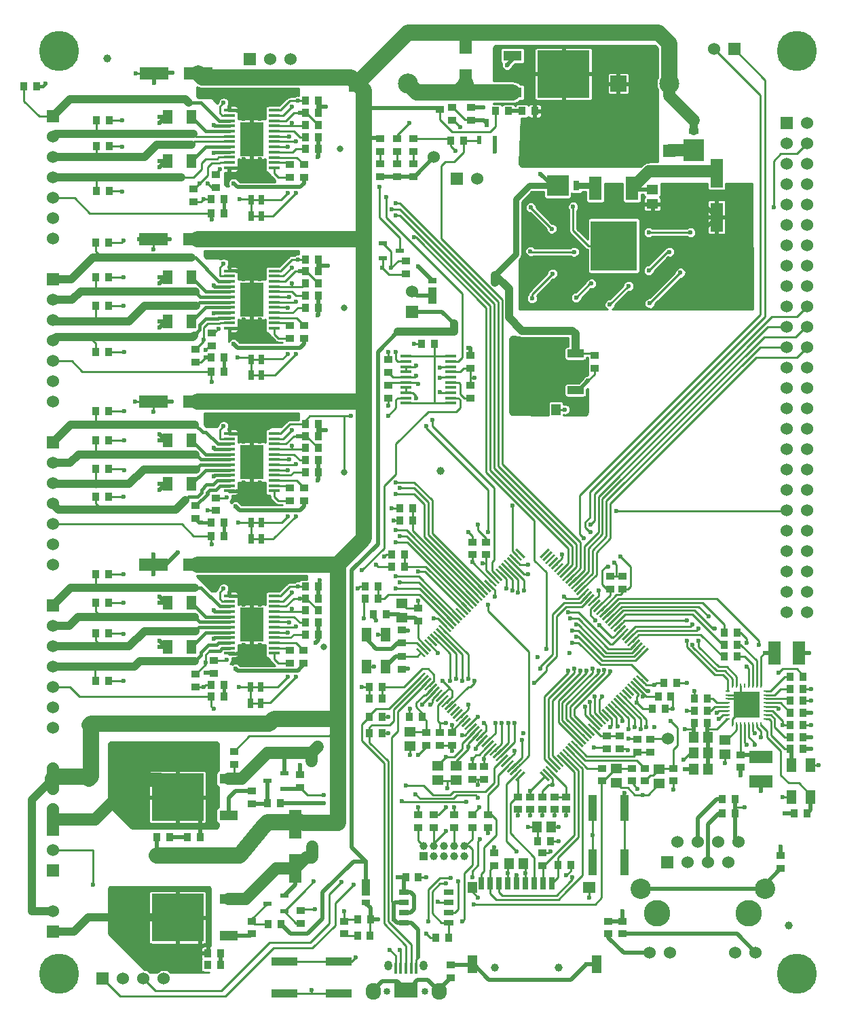
<source format=gtl>
G04 (created by PCBNEW (2013-05-18 BZR 4017)-stable) date Mon 15 Dec 2014 21:42:07 GMT*
%MOIN*%
G04 Gerber Fmt 3.4, Leading zero omitted, Abs format*
%FSLAX34Y34*%
G01*
G70*
G90*
G04 APERTURE LIST*
%ADD10C,0.00590551*%
%ADD11C,0.1969*%
%ADD12R,0.0787X0.0787*%
%ADD13C,0.0984*%
%ADD14R,0.1142X0.0748*%
%ADD15O,0.0394X0.0492*%
%ADD16R,0.0157X0.0531*%
%ADD17O,0.0748X0.0827*%
%ADD18C,0.0335*%
%ADD19R,0.063X0.1181*%
%ADD20R,0.2283X0.2441*%
%ADD21R,0.06X0.06*%
%ADD22C,0.06*%
%ADD23R,0.0579X0.0165*%
%ADD24R,0.1181X0.1701*%
%ADD25R,0.0394X0.126*%
%ADD26R,0.126X0.0394*%
%ADD27R,0.0394X0.0236*%
%ADD28R,0.0236X0.0394*%
%ADD29R,0.08X0.144*%
%ADD30R,0.08X0.04*%
%ADD31R,0.1417X0.063*%
%ADD32R,0.063X0.1417*%
%ADD33R,0.0374X0.0394*%
%ADD34R,0.0394X0.0374*%
%ADD35R,0.0453X0.0709*%
%ADD36R,0.0453X0.0571*%
%ADD37R,0.0571X0.0453*%
%ADD38R,0.0906X0.0512*%
%ADD39R,0.2559X0.2323*%
%ADD40R,0.1142X0.0591*%
%ADD41R,0.0591X0.1142*%
%ADD42R,0.0394X0.0394*%
%ADD43C,0.0394*%
%ADD44R,0.0433X0.0787*%
%ADD45R,0.0433X0.0315*%
%ADD46R,0.0472X0.0866*%
%ADD47R,0.0472X0.0551*%
%ADD48R,0.063X0.0551*%
%ADD49R,0.0276X0.063*%
%ADD50R,0.05X0.025*%
%ADD51R,0.0098X0.0236*%
%ADD52R,0.0236X0.0098*%
%ADD53R,0.1299X0.1299*%
%ADD54R,0.1X0.1051*%
%ADD55R,0.05X0.03*%
%ADD56R,0.1051X0.1*%
%ADD57R,0.03X0.05*%
%ADD58C,0.1299*%
%ADD59C,0.1*%
%ADD60R,0.0472X0.0709*%
%ADD61C,0.0315*%
%ADD62R,0.025X0.05*%
%ADD63C,0.0236*%
%ADD64C,0.01*%
%ADD65C,0.02*%
%ADD66C,0.015*%
%ADD67C,0.04*%
%ADD68C,0.03*%
%ADD69C,0.06*%
%ADD70C,0.07*%
%ADD71C,0.08*%
G04 APERTURE END LIST*
G54D10*
G54D11*
X2754Y1575D03*
G54D12*
X17390Y45236D03*
G54D13*
X19890Y45236D03*
G54D14*
X19781Y787D03*
G54D15*
X18905Y1968D03*
G54D16*
X19781Y1840D03*
X19525Y1840D03*
X19269Y1840D03*
X20037Y1840D03*
X20293Y1840D03*
G54D15*
X20657Y1968D03*
G54D17*
X21395Y716D03*
X18167Y716D03*
G54D18*
X20716Y716D03*
X18846Y716D03*
G54D19*
X30890Y40115D03*
G54D20*
X29990Y37288D03*
G54D19*
X29090Y40115D03*
G54D21*
X12114Y46430D03*
G54D22*
X13114Y46430D03*
X14114Y46430D03*
G54D23*
X13303Y34515D03*
X13303Y34771D03*
X13303Y35027D03*
X13303Y35283D03*
X11101Y33751D03*
X13303Y33747D03*
X13303Y34003D03*
X13303Y34259D03*
X11099Y35539D03*
X11099Y35283D03*
X11099Y35027D03*
X11099Y34771D03*
X11099Y34515D03*
X11099Y34259D03*
X13303Y35539D03*
X11101Y34003D03*
X13303Y33491D03*
X13303Y35795D03*
X11099Y35795D03*
X11099Y33491D03*
X13303Y33236D03*
X13303Y36050D03*
X11099Y36050D03*
X11099Y33236D03*
G54D24*
X12201Y34643D03*
G54D23*
X13302Y26542D03*
X13302Y26798D03*
X13302Y27054D03*
X13302Y27310D03*
X11100Y25778D03*
X13302Y25774D03*
X13302Y26030D03*
X13302Y26286D03*
X11098Y27566D03*
X11098Y27310D03*
X11098Y27054D03*
X11098Y26798D03*
X11098Y26542D03*
X11098Y26286D03*
X13302Y27566D03*
X11100Y26030D03*
X13302Y25518D03*
X13302Y27822D03*
X11098Y27822D03*
X11098Y25518D03*
X13302Y25263D03*
X13302Y28077D03*
X11098Y28077D03*
X11098Y25263D03*
G54D24*
X12200Y26670D03*
G54D23*
X13302Y18571D03*
X13302Y18827D03*
X13302Y19083D03*
X13302Y19339D03*
X11100Y17807D03*
X13302Y17803D03*
X13302Y18059D03*
X13302Y18315D03*
X11098Y19595D03*
X11098Y19339D03*
X11098Y19083D03*
X11098Y18827D03*
X11098Y18571D03*
X11098Y18315D03*
X13302Y19595D03*
X11100Y18059D03*
X13302Y17547D03*
X13302Y19851D03*
X11098Y19851D03*
X11098Y17547D03*
X13302Y17292D03*
X13302Y20106D03*
X11098Y20106D03*
X11098Y17292D03*
G54D24*
X12200Y18699D03*
G54D23*
X13304Y42391D03*
X13304Y42647D03*
X13304Y42903D03*
X13304Y43159D03*
X11102Y41627D03*
X13304Y41623D03*
X13304Y41879D03*
X13304Y42135D03*
X11100Y43415D03*
X11100Y43159D03*
X11100Y42903D03*
X11100Y42647D03*
X11100Y42391D03*
X11100Y42135D03*
X13304Y43415D03*
X11102Y41879D03*
X13304Y41367D03*
X13304Y43671D03*
X11100Y43671D03*
X11100Y41367D03*
X13304Y41112D03*
X13304Y43926D03*
X11100Y43926D03*
X11100Y41112D03*
G54D24*
X12202Y42519D03*
G54D23*
X19762Y30837D03*
X19762Y30581D03*
X19762Y30325D03*
X19762Y30069D03*
X21964Y31601D03*
X19762Y31605D03*
X19762Y31349D03*
X19762Y31093D03*
X21966Y29813D03*
X21966Y30069D03*
X21966Y30325D03*
X21966Y30581D03*
X21966Y30837D03*
X21966Y31093D03*
X19762Y29813D03*
X21964Y31349D03*
X19762Y31861D03*
X19762Y29557D03*
X21966Y29557D03*
X21966Y31861D03*
G54D25*
X30509Y7027D03*
X30509Y9705D03*
X28935Y9705D03*
X28935Y7027D03*
G54D26*
X13816Y591D03*
X16494Y591D03*
X16494Y2165D03*
X13816Y2165D03*
G54D27*
X13800Y4645D03*
X12968Y5020D03*
X13800Y5395D03*
X13800Y10649D03*
X12968Y11024D03*
X13800Y11399D03*
G54D28*
X23383Y42478D03*
X23758Y43310D03*
X24133Y42478D03*
G54D29*
X25509Y31106D03*
G54D30*
X28109Y31106D03*
X28109Y32006D03*
X28109Y30206D03*
G54D31*
X9577Y45748D03*
X7411Y45748D03*
X9546Y21654D03*
X7380Y21654D03*
X9546Y37598D03*
X7380Y37598D03*
X9546Y29626D03*
X7380Y29626D03*
G54D32*
X35029Y40855D03*
X35029Y38689D03*
G54D33*
X35411Y18307D03*
X36041Y18307D03*
X39288Y16142D03*
X38658Y16142D03*
X39288Y15551D03*
X38658Y15551D03*
X35411Y17717D03*
X36041Y17717D03*
X35411Y17126D03*
X36041Y17126D03*
X39288Y14370D03*
X38658Y14370D03*
X39288Y14961D03*
X38658Y14961D03*
X33934Y14469D03*
X34564Y14469D03*
X33934Y15059D03*
X34564Y15059D03*
X38658Y13189D03*
X39288Y13189D03*
G54D34*
X22045Y43445D03*
X22045Y44075D03*
X22990Y43445D03*
X22990Y44075D03*
X12202Y9921D03*
X12202Y10551D03*
X18896Y29803D03*
X18896Y30433D03*
X20372Y9370D03*
X20372Y8740D03*
G54D33*
X20096Y23819D03*
X19466Y23819D03*
G54D34*
X16731Y3524D03*
X16731Y4154D03*
G54D33*
X17990Y14173D03*
X18620Y14173D03*
X17990Y13386D03*
X18620Y13386D03*
X39289Y13780D03*
X38659Y13780D03*
X33934Y13878D03*
X34564Y13878D03*
G54D34*
X29722Y4154D03*
X29722Y3524D03*
X30411Y3524D03*
X30411Y4154D03*
G54D33*
X13601Y9942D03*
X12971Y9942D03*
X13640Y4016D03*
X13010Y4016D03*
G54D34*
X12222Y4154D03*
X12222Y3524D03*
X18896Y31713D03*
X18896Y31083D03*
G54D33*
X19703Y21555D03*
X19073Y21555D03*
G54D34*
X31159Y12441D03*
X31159Y13071D03*
G54D33*
X18423Y19980D03*
X17793Y19980D03*
X38856Y9449D03*
X39486Y9449D03*
X39289Y12598D03*
X38659Y12598D03*
X35313Y10138D03*
X35943Y10138D03*
X35313Y9449D03*
X35943Y9449D03*
X19703Y22146D03*
X19073Y22146D03*
X20096Y24409D03*
X19466Y24409D03*
G54D34*
X31789Y12441D03*
X31789Y13071D03*
G54D33*
X18423Y20571D03*
X17793Y20571D03*
G54D34*
X9447Y31575D03*
X9447Y32205D03*
G54D33*
X15470Y35433D03*
X14840Y35433D03*
X14841Y34839D03*
X15471Y34839D03*
X18620Y15650D03*
X17990Y15650D03*
X14840Y34252D03*
X15470Y34252D03*
G54D34*
X14762Y33382D03*
X14762Y32752D03*
G54D33*
X14840Y36024D03*
X15470Y36024D03*
G54D34*
X14073Y32752D03*
X14073Y33382D03*
X9447Y15630D03*
X9447Y16260D03*
G54D33*
X15470Y19390D03*
X14840Y19390D03*
X14839Y18796D03*
X15469Y18796D03*
G54D34*
X21159Y9370D03*
X21159Y8740D03*
G54D33*
X14840Y18209D03*
X15470Y18209D03*
G54D34*
X14760Y17438D03*
X14760Y16808D03*
G54D33*
X14840Y19980D03*
X15470Y19980D03*
G54D34*
X14071Y16808D03*
X14071Y17438D03*
X9348Y39449D03*
X9348Y40079D03*
G54D33*
X15470Y43209D03*
X14840Y43209D03*
X14842Y42617D03*
X15472Y42617D03*
X14840Y42028D03*
X15470Y42028D03*
G54D34*
X14763Y41258D03*
X14763Y40628D03*
G54D33*
X14840Y43799D03*
X15470Y43799D03*
G54D34*
X14074Y40628D03*
X14074Y41258D03*
X9447Y23898D03*
X9447Y24528D03*
G54D33*
X15470Y27362D03*
X14840Y27362D03*
X14840Y26768D03*
X15470Y26768D03*
X14840Y26181D03*
X15470Y26181D03*
G54D34*
X14761Y25410D03*
X14761Y24780D03*
G54D33*
X14840Y27953D03*
X15470Y27953D03*
G54D34*
X14072Y24780D03*
X14072Y25410D03*
X22144Y9370D03*
X22144Y8740D03*
G54D35*
X9250Y41437D03*
X8068Y41437D03*
G54D36*
X33895Y12402D03*
X34603Y12402D03*
X33895Y13189D03*
X34603Y13189D03*
G54D33*
X17400Y3445D03*
X18015Y3445D03*
G54D37*
X35431Y13052D03*
X35431Y12344D03*
G54D36*
X26435Y29248D03*
X27143Y29248D03*
G54D35*
X9250Y25591D03*
X8068Y25591D03*
X9250Y27756D03*
X8068Y27756D03*
X9250Y43602D03*
X8068Y43602D03*
X9250Y33563D03*
X8068Y33563D03*
X9250Y17618D03*
X8068Y17618D03*
X9250Y35728D03*
X8068Y35728D03*
X9250Y19783D03*
X8068Y19783D03*
G54D34*
X22932Y31279D03*
X22932Y31909D03*
G54D38*
X11063Y3431D03*
G54D39*
X8563Y4331D03*
G54D38*
X11063Y5231D03*
X11061Y9336D03*
G54D39*
X8561Y10236D03*
G54D38*
X11061Y11136D03*
X25018Y46609D03*
G54D39*
X27518Y45709D03*
G54D38*
X25018Y44809D03*
G54D33*
X8187Y8268D03*
X7557Y8268D03*
X10667Y2003D03*
X10037Y2003D03*
X24821Y43898D03*
X24191Y43898D03*
X10052Y2578D03*
X10667Y2578D03*
X9663Y8268D03*
X9048Y8268D03*
X26100Y43898D03*
X25485Y43898D03*
G54D21*
X2429Y43625D03*
G54D22*
X2429Y42625D03*
X2429Y41625D03*
X2429Y40625D03*
X2429Y39625D03*
X2429Y38625D03*
X2429Y37625D03*
G54D21*
X2429Y35625D03*
G54D22*
X2429Y34625D03*
X2429Y33625D03*
X2429Y32625D03*
X2429Y31625D03*
X2429Y30625D03*
X2429Y29625D03*
G54D21*
X2429Y27625D03*
G54D22*
X2429Y26625D03*
X2429Y25625D03*
X2429Y24625D03*
X2429Y23625D03*
X2429Y22625D03*
X2429Y21625D03*
G54D21*
X2429Y19625D03*
G54D22*
X2429Y18625D03*
X2429Y17625D03*
X2429Y16625D03*
X2429Y15625D03*
X2429Y14625D03*
X2429Y13625D03*
G54D21*
X35911Y46929D03*
G54D22*
X34911Y46929D03*
G54D34*
X22932Y30432D03*
X22932Y29802D03*
X36218Y12323D03*
X36218Y11693D03*
G54D40*
X37203Y12205D03*
X37203Y11023D03*
G54D41*
X37891Y17323D03*
X39073Y17323D03*
G54D36*
X34604Y11614D03*
X33896Y11614D03*
G54D33*
X10844Y31791D03*
X10214Y31791D03*
X10844Y39567D03*
X10214Y39567D03*
X10844Y15748D03*
X10214Y15748D03*
X10844Y23720D03*
X10214Y23720D03*
X10214Y31102D03*
X10829Y31102D03*
X10214Y38878D03*
X10829Y38878D03*
X10214Y15157D03*
X10829Y15157D03*
X10214Y23031D03*
X10829Y23031D03*
X14840Y28543D03*
X15470Y28543D03*
X14840Y44390D03*
X15470Y44390D03*
X14840Y36614D03*
X15470Y36614D03*
X14840Y20571D03*
X15470Y20571D03*
G54D36*
X25549Y6988D03*
X24841Y6988D03*
G54D42*
X20651Y7329D03*
G54D43*
X20651Y7829D03*
X21151Y7329D03*
X21151Y7829D03*
X21651Y7329D03*
X21651Y7829D03*
X22151Y7329D03*
X22151Y7829D03*
X22651Y7329D03*
X22651Y7829D03*
G54D44*
X17813Y5807D03*
G54D45*
X17813Y5059D03*
G54D43*
X24140Y1870D03*
X27282Y1870D03*
G54D46*
X23030Y2027D03*
X29132Y2027D03*
G54D47*
X23030Y5807D03*
G54D48*
X28778Y5807D03*
G54D49*
X26947Y6004D03*
X26514Y6004D03*
X26081Y6004D03*
X25648Y6004D03*
X25215Y6004D03*
X24782Y6004D03*
X24349Y6004D03*
X23916Y6004D03*
X23483Y6004D03*
G54D34*
X32911Y11024D03*
X32911Y11654D03*
X30864Y11024D03*
X30864Y11654D03*
G54D33*
X18187Y19193D03*
X18817Y19193D03*
G54D34*
X27655Y10256D03*
X27655Y9626D03*
G54D33*
X26258Y8071D03*
X26888Y8071D03*
G54D34*
X20766Y13406D03*
X20766Y12776D03*
G54D10*
G36*
X25553Y21954D02*
X25135Y22372D01*
X25213Y22450D01*
X25631Y22032D01*
X25553Y21954D01*
X25553Y21954D01*
G37*
G36*
X25414Y21815D02*
X24996Y22232D01*
X25074Y22310D01*
X25492Y21892D01*
X25414Y21815D01*
X25414Y21815D01*
G37*
G36*
X25275Y21675D02*
X24857Y22093D01*
X24935Y22171D01*
X25353Y21753D01*
X25275Y21675D01*
X25275Y21675D01*
G37*
G36*
X25135Y21536D02*
X24718Y21954D01*
X24795Y22032D01*
X25213Y21614D01*
X25135Y21536D01*
X25135Y21536D01*
G37*
G36*
X24996Y21397D02*
X24578Y21815D01*
X24656Y21892D01*
X25074Y21474D01*
X24996Y21397D01*
X24996Y21397D01*
G37*
G36*
X24858Y21258D02*
X24440Y21676D01*
X24517Y21754D01*
X24935Y21336D01*
X24858Y21258D01*
X24858Y21258D01*
G37*
G36*
X24718Y21119D02*
X24300Y21537D01*
X24378Y21614D01*
X24796Y21197D01*
X24718Y21119D01*
X24718Y21119D01*
G37*
G36*
X24579Y20979D02*
X24161Y21397D01*
X24239Y21475D01*
X24657Y21057D01*
X24579Y20979D01*
X24579Y20979D01*
G37*
G36*
X24440Y20840D02*
X24022Y21258D01*
X24100Y21336D01*
X24517Y20918D01*
X24440Y20840D01*
X24440Y20840D01*
G37*
G36*
X24300Y20701D02*
X23882Y21119D01*
X23960Y21197D01*
X24378Y20779D01*
X24300Y20701D01*
X24300Y20701D01*
G37*
G36*
X24161Y20562D02*
X23743Y20979D01*
X23821Y21057D01*
X24239Y20639D01*
X24161Y20562D01*
X24161Y20562D01*
G37*
G36*
X24022Y20423D02*
X23605Y20841D01*
X23682Y20919D01*
X24100Y20501D01*
X24022Y20423D01*
X24022Y20423D01*
G37*
G36*
X23883Y20284D02*
X23465Y20702D01*
X23543Y20779D01*
X23961Y20361D01*
X23883Y20284D01*
X23883Y20284D01*
G37*
G36*
X23744Y20144D02*
X23326Y20562D01*
X23404Y20640D01*
X23822Y20222D01*
X23744Y20144D01*
X23744Y20144D01*
G37*
G36*
X23605Y20005D02*
X23187Y20423D01*
X23264Y20501D01*
X23682Y20083D01*
X23605Y20005D01*
X23605Y20005D01*
G37*
G36*
X23465Y19866D02*
X23047Y20284D01*
X23125Y20361D01*
X23543Y19944D01*
X23465Y19866D01*
X23465Y19866D01*
G37*
G36*
X23326Y19726D02*
X22908Y20144D01*
X22986Y20222D01*
X23404Y19804D01*
X23326Y19726D01*
X23326Y19726D01*
G37*
G36*
X23187Y19587D02*
X22769Y20005D01*
X22847Y20083D01*
X23264Y19665D01*
X23187Y19587D01*
X23187Y19587D01*
G37*
G36*
X23048Y19449D02*
X22630Y19866D01*
X22708Y19944D01*
X23126Y19526D01*
X23048Y19449D01*
X23048Y19449D01*
G37*
G36*
X22909Y19309D02*
X22491Y19727D01*
X22569Y19805D01*
X22987Y19387D01*
X22909Y19309D01*
X22909Y19309D01*
G37*
G36*
X22769Y19170D02*
X22352Y19588D01*
X22429Y19666D01*
X22847Y19248D01*
X22769Y19170D01*
X22769Y19170D01*
G37*
G36*
X22630Y19031D02*
X22212Y19449D01*
X22290Y19526D01*
X22708Y19108D01*
X22630Y19031D01*
X22630Y19031D01*
G37*
G36*
X22491Y18891D02*
X22073Y19309D01*
X22151Y19387D01*
X22569Y18969D01*
X22491Y18891D01*
X22491Y18891D01*
G37*
G36*
X22352Y18752D02*
X21934Y19170D01*
X22011Y19248D01*
X22429Y18830D01*
X22352Y18752D01*
X22352Y18752D01*
G37*
G36*
X22212Y18613D02*
X21794Y19031D01*
X21872Y19108D01*
X22290Y18691D01*
X22212Y18613D01*
X22212Y18613D01*
G37*
G36*
X22074Y18474D02*
X21656Y18892D01*
X21734Y18970D01*
X22151Y18552D01*
X22074Y18474D01*
X22074Y18474D01*
G37*
G36*
X21934Y18335D02*
X21516Y18753D01*
X21594Y18831D01*
X22012Y18413D01*
X21934Y18335D01*
X21934Y18335D01*
G37*
G36*
X21795Y18196D02*
X21377Y18613D01*
X21455Y18691D01*
X21873Y18273D01*
X21795Y18196D01*
X21795Y18196D01*
G37*
G36*
X21656Y18056D02*
X21238Y18474D01*
X21316Y18552D01*
X21734Y18134D01*
X21656Y18056D01*
X21656Y18056D01*
G37*
G36*
X21516Y17917D02*
X21099Y18335D01*
X21176Y18413D01*
X21594Y17995D01*
X21516Y17917D01*
X21516Y17917D01*
G37*
G36*
X21377Y17778D02*
X20959Y18196D01*
X21037Y18273D01*
X21455Y17855D01*
X21377Y17778D01*
X21377Y17778D01*
G37*
G36*
X21239Y17639D02*
X20821Y18057D01*
X20898Y18135D01*
X21316Y17717D01*
X21239Y17639D01*
X21239Y17639D01*
G37*
G36*
X21099Y17500D02*
X20681Y17918D01*
X20759Y17995D01*
X21177Y17578D01*
X21099Y17500D01*
X21099Y17500D01*
G37*
G36*
X20960Y17360D02*
X20542Y17778D01*
X20620Y17856D01*
X21038Y17438D01*
X20960Y17360D01*
X20960Y17360D01*
G37*
G36*
X20821Y17221D02*
X20403Y17639D01*
X20481Y17717D01*
X20898Y17299D01*
X20821Y17221D01*
X20821Y17221D01*
G37*
G36*
X20681Y17082D02*
X20263Y17500D01*
X20341Y17578D01*
X20759Y17160D01*
X20681Y17082D01*
X20681Y17082D01*
G37*
G36*
X26750Y11013D02*
X26332Y11431D01*
X26410Y11509D01*
X26828Y11091D01*
X26750Y11013D01*
X26750Y11013D01*
G37*
G36*
X26889Y11153D02*
X26471Y11571D01*
X26549Y11648D01*
X26967Y11231D01*
X26889Y11153D01*
X26889Y11153D01*
G37*
G36*
X27028Y11292D02*
X26610Y11710D01*
X26688Y11788D01*
X27106Y11370D01*
X27028Y11292D01*
X27028Y11292D01*
G37*
G36*
X27168Y11431D02*
X26750Y11849D01*
X26828Y11927D01*
X27245Y11509D01*
X27168Y11431D01*
X27168Y11431D01*
G37*
G36*
X27307Y11571D02*
X26889Y11989D01*
X26967Y12066D01*
X27385Y11648D01*
X27307Y11571D01*
X27307Y11571D01*
G37*
G36*
X27446Y11709D02*
X27028Y12127D01*
X27105Y12205D01*
X27523Y11787D01*
X27446Y11709D01*
X27446Y11709D01*
G37*
G36*
X27585Y11849D02*
X27167Y12266D01*
X27245Y12344D01*
X27663Y11926D01*
X27585Y11849D01*
X27585Y11849D01*
G37*
G36*
X27724Y11988D02*
X27306Y12406D01*
X27384Y12484D01*
X27802Y12066D01*
X27724Y11988D01*
X27724Y11988D01*
G37*
G36*
X27863Y12127D02*
X27446Y12545D01*
X27523Y12623D01*
X27941Y12205D01*
X27863Y12127D01*
X27863Y12127D01*
G37*
G36*
X28003Y12266D02*
X27585Y12684D01*
X27663Y12762D01*
X28081Y12344D01*
X28003Y12266D01*
X28003Y12266D01*
G37*
G36*
X28142Y12406D02*
X27724Y12824D01*
X27802Y12901D01*
X28220Y12484D01*
X28142Y12406D01*
X28142Y12406D01*
G37*
G36*
X28281Y12544D02*
X27863Y12962D01*
X27941Y13040D01*
X28358Y12622D01*
X28281Y12544D01*
X28281Y12544D01*
G37*
G36*
X28420Y12684D02*
X28002Y13102D01*
X28080Y13179D01*
X28498Y12761D01*
X28420Y12684D01*
X28420Y12684D01*
G37*
G36*
X28559Y12823D02*
X28141Y13241D01*
X28219Y13319D01*
X28637Y12901D01*
X28559Y12823D01*
X28559Y12823D01*
G37*
G36*
X28699Y12962D02*
X28281Y13380D01*
X28358Y13458D01*
X28776Y13040D01*
X28699Y12962D01*
X28699Y12962D01*
G37*
G36*
X28838Y13102D02*
X28420Y13519D01*
X28498Y13597D01*
X28916Y13179D01*
X28838Y13102D01*
X28838Y13102D01*
G37*
G36*
X28977Y13241D02*
X28559Y13659D01*
X28637Y13737D01*
X29055Y13319D01*
X28977Y13241D01*
X28977Y13241D01*
G37*
G36*
X29116Y13380D02*
X28699Y13798D01*
X28776Y13876D01*
X29194Y13458D01*
X29116Y13380D01*
X29116Y13380D01*
G37*
G36*
X29255Y13519D02*
X28837Y13937D01*
X28915Y14014D01*
X29333Y13597D01*
X29255Y13519D01*
X29255Y13519D01*
G37*
G36*
X29394Y13658D02*
X28976Y14076D01*
X29054Y14154D01*
X29472Y13736D01*
X29394Y13658D01*
X29394Y13658D01*
G37*
G36*
X29534Y13797D02*
X29116Y14215D01*
X29194Y14293D01*
X29611Y13875D01*
X29534Y13797D01*
X29534Y13797D01*
G37*
G36*
X29673Y13937D02*
X29255Y14355D01*
X29333Y14432D01*
X29751Y14014D01*
X29673Y13937D01*
X29673Y13937D01*
G37*
G36*
X29812Y14076D02*
X29394Y14494D01*
X29472Y14572D01*
X29890Y14154D01*
X29812Y14076D01*
X29812Y14076D01*
G37*
G36*
X29952Y14215D02*
X29534Y14633D01*
X29611Y14711D01*
X30029Y14293D01*
X29952Y14215D01*
X29952Y14215D01*
G37*
G36*
X30091Y14355D02*
X29673Y14772D01*
X29751Y14850D01*
X30169Y14432D01*
X30091Y14355D01*
X30091Y14355D01*
G37*
G36*
X30229Y14493D02*
X29812Y14911D01*
X29889Y14989D01*
X30307Y14571D01*
X30229Y14493D01*
X30229Y14493D01*
G37*
G36*
X30369Y14632D02*
X29951Y15050D01*
X30029Y15128D01*
X30447Y14710D01*
X30369Y14632D01*
X30369Y14632D01*
G37*
G36*
X30508Y14772D02*
X30090Y15190D01*
X30168Y15267D01*
X30586Y14850D01*
X30508Y14772D01*
X30508Y14772D01*
G37*
G36*
X30647Y14911D02*
X30229Y15329D01*
X30307Y15407D01*
X30725Y14989D01*
X30647Y14911D01*
X30647Y14911D01*
G37*
G36*
X30787Y15050D02*
X30369Y15468D01*
X30447Y15546D01*
X30864Y15128D01*
X30787Y15050D01*
X30787Y15050D01*
G37*
G36*
X30926Y15190D02*
X30508Y15608D01*
X30586Y15685D01*
X31004Y15267D01*
X30926Y15190D01*
X30926Y15190D01*
G37*
G36*
X31065Y15328D02*
X30647Y15746D01*
X30724Y15824D01*
X31142Y15406D01*
X31065Y15328D01*
X31065Y15328D01*
G37*
G36*
X31204Y15468D02*
X30786Y15885D01*
X30864Y15963D01*
X31282Y15545D01*
X31204Y15468D01*
X31204Y15468D01*
G37*
G36*
X31343Y15607D02*
X30925Y16025D01*
X31003Y16103D01*
X31421Y15685D01*
X31343Y15607D01*
X31343Y15607D01*
G37*
G36*
X31482Y15746D02*
X31065Y16164D01*
X31142Y16242D01*
X31560Y15824D01*
X31482Y15746D01*
X31482Y15746D01*
G37*
G36*
X31622Y15885D02*
X31204Y16303D01*
X31282Y16381D01*
X31700Y15963D01*
X31622Y15885D01*
X31622Y15885D01*
G37*
G36*
X20341Y15885D02*
X20263Y15963D01*
X20681Y16381D01*
X20759Y16303D01*
X20341Y15885D01*
X20341Y15885D01*
G37*
G36*
X20481Y15746D02*
X20403Y15824D01*
X20821Y16242D01*
X20898Y16164D01*
X20481Y15746D01*
X20481Y15746D01*
G37*
G36*
X20620Y15607D02*
X20542Y15685D01*
X20960Y16103D01*
X21038Y16025D01*
X20620Y15607D01*
X20620Y15607D01*
G37*
G36*
X20759Y15468D02*
X20681Y15545D01*
X21099Y15963D01*
X21177Y15885D01*
X20759Y15468D01*
X20759Y15468D01*
G37*
G36*
X20898Y15328D02*
X20821Y15406D01*
X21239Y15824D01*
X21316Y15746D01*
X20898Y15328D01*
X20898Y15328D01*
G37*
G36*
X21037Y15190D02*
X20959Y15267D01*
X21377Y15685D01*
X21455Y15608D01*
X21037Y15190D01*
X21037Y15190D01*
G37*
G36*
X21176Y15050D02*
X21099Y15128D01*
X21516Y15546D01*
X21594Y15468D01*
X21176Y15050D01*
X21176Y15050D01*
G37*
G36*
X21316Y14911D02*
X21238Y14989D01*
X21656Y15407D01*
X21734Y15329D01*
X21316Y14911D01*
X21316Y14911D01*
G37*
G36*
X21455Y14772D02*
X21377Y14850D01*
X21795Y15267D01*
X21873Y15190D01*
X21455Y14772D01*
X21455Y14772D01*
G37*
G36*
X21594Y14632D02*
X21516Y14710D01*
X21934Y15128D01*
X22012Y15050D01*
X21594Y14632D01*
X21594Y14632D01*
G37*
G36*
X21734Y14493D02*
X21656Y14571D01*
X22074Y14989D01*
X22151Y14911D01*
X21734Y14493D01*
X21734Y14493D01*
G37*
G36*
X21872Y14355D02*
X21794Y14432D01*
X22212Y14850D01*
X22290Y14772D01*
X21872Y14355D01*
X21872Y14355D01*
G37*
G36*
X22011Y14215D02*
X21934Y14293D01*
X22352Y14711D01*
X22429Y14633D01*
X22011Y14215D01*
X22011Y14215D01*
G37*
G36*
X22151Y14076D02*
X22073Y14154D01*
X22491Y14572D01*
X22569Y14494D01*
X22151Y14076D01*
X22151Y14076D01*
G37*
G36*
X22290Y13937D02*
X22212Y14014D01*
X22630Y14432D01*
X22708Y14355D01*
X22290Y13937D01*
X22290Y13937D01*
G37*
G36*
X22429Y13797D02*
X22352Y13875D01*
X22769Y14293D01*
X22847Y14215D01*
X22429Y13797D01*
X22429Y13797D01*
G37*
G36*
X22569Y13658D02*
X22491Y13736D01*
X22909Y14154D01*
X22987Y14076D01*
X22569Y13658D01*
X22569Y13658D01*
G37*
G36*
X22708Y13519D02*
X22630Y13597D01*
X23048Y14014D01*
X23126Y13937D01*
X22708Y13519D01*
X22708Y13519D01*
G37*
G36*
X22847Y13380D02*
X22769Y13458D01*
X23187Y13876D01*
X23264Y13798D01*
X22847Y13380D01*
X22847Y13380D01*
G37*
G36*
X22986Y13241D02*
X22908Y13319D01*
X23326Y13737D01*
X23404Y13659D01*
X22986Y13241D01*
X22986Y13241D01*
G37*
G36*
X23125Y13102D02*
X23047Y13179D01*
X23465Y13597D01*
X23543Y13519D01*
X23125Y13102D01*
X23125Y13102D01*
G37*
G36*
X23264Y12962D02*
X23187Y13040D01*
X23605Y13458D01*
X23682Y13380D01*
X23264Y12962D01*
X23264Y12962D01*
G37*
G36*
X23404Y12823D02*
X23326Y12901D01*
X23744Y13319D01*
X23822Y13241D01*
X23404Y12823D01*
X23404Y12823D01*
G37*
G36*
X23543Y12684D02*
X23465Y12761D01*
X23883Y13179D01*
X23961Y13102D01*
X23543Y12684D01*
X23543Y12684D01*
G37*
G36*
X23682Y12544D02*
X23605Y12622D01*
X24022Y13040D01*
X24100Y12962D01*
X23682Y12544D01*
X23682Y12544D01*
G37*
G36*
X23821Y12406D02*
X23743Y12484D01*
X24161Y12901D01*
X24239Y12824D01*
X23821Y12406D01*
X23821Y12406D01*
G37*
G36*
X23960Y12266D02*
X23882Y12344D01*
X24300Y12762D01*
X24378Y12684D01*
X23960Y12266D01*
X23960Y12266D01*
G37*
G36*
X24100Y12127D02*
X24022Y12205D01*
X24440Y12623D01*
X24517Y12545D01*
X24100Y12127D01*
X24100Y12127D01*
G37*
G36*
X24239Y11988D02*
X24161Y12066D01*
X24579Y12484D01*
X24657Y12406D01*
X24239Y11988D01*
X24239Y11988D01*
G37*
G36*
X24378Y11849D02*
X24300Y11926D01*
X24718Y12344D01*
X24796Y12266D01*
X24378Y11849D01*
X24378Y11849D01*
G37*
G36*
X24517Y11709D02*
X24440Y11787D01*
X24858Y12205D01*
X24935Y12127D01*
X24517Y11709D01*
X24517Y11709D01*
G37*
G36*
X24656Y11571D02*
X24578Y11648D01*
X24996Y12066D01*
X25074Y11989D01*
X24656Y11571D01*
X24656Y11571D01*
G37*
G36*
X24795Y11431D02*
X24718Y11509D01*
X25135Y11927D01*
X25213Y11849D01*
X24795Y11431D01*
X24795Y11431D01*
G37*
G36*
X24935Y11292D02*
X24857Y11370D01*
X25275Y11788D01*
X25353Y11710D01*
X24935Y11292D01*
X24935Y11292D01*
G37*
G36*
X25074Y11153D02*
X24996Y11231D01*
X25414Y11648D01*
X25492Y11571D01*
X25074Y11153D01*
X25074Y11153D01*
G37*
G36*
X25213Y11013D02*
X25135Y11091D01*
X25553Y11509D01*
X25631Y11431D01*
X25213Y11013D01*
X25213Y11013D01*
G37*
G36*
X31282Y17082D02*
X31204Y17160D01*
X31622Y17578D01*
X31700Y17500D01*
X31282Y17082D01*
X31282Y17082D01*
G37*
G36*
X31142Y17221D02*
X31065Y17299D01*
X31482Y17717D01*
X31560Y17639D01*
X31142Y17221D01*
X31142Y17221D01*
G37*
G36*
X31003Y17360D02*
X30925Y17438D01*
X31343Y17856D01*
X31421Y17778D01*
X31003Y17360D01*
X31003Y17360D01*
G37*
G36*
X30864Y17500D02*
X30786Y17578D01*
X31204Y17995D01*
X31282Y17918D01*
X30864Y17500D01*
X30864Y17500D01*
G37*
G36*
X30724Y17639D02*
X30647Y17717D01*
X31065Y18135D01*
X31142Y18057D01*
X30724Y17639D01*
X30724Y17639D01*
G37*
G36*
X30586Y17778D02*
X30508Y17855D01*
X30926Y18273D01*
X31004Y18196D01*
X30586Y17778D01*
X30586Y17778D01*
G37*
G36*
X30447Y17917D02*
X30369Y17995D01*
X30787Y18413D01*
X30864Y18335D01*
X30447Y17917D01*
X30447Y17917D01*
G37*
G36*
X30307Y18056D02*
X30229Y18134D01*
X30647Y18552D01*
X30725Y18474D01*
X30307Y18056D01*
X30307Y18056D01*
G37*
G36*
X30168Y18196D02*
X30090Y18273D01*
X30508Y18691D01*
X30586Y18613D01*
X30168Y18196D01*
X30168Y18196D01*
G37*
G36*
X30029Y18335D02*
X29951Y18413D01*
X30369Y18831D01*
X30447Y18753D01*
X30029Y18335D01*
X30029Y18335D01*
G37*
G36*
X29889Y18474D02*
X29812Y18552D01*
X30229Y18970D01*
X30307Y18892D01*
X29889Y18474D01*
X29889Y18474D01*
G37*
G36*
X29751Y18613D02*
X29673Y18691D01*
X30091Y19108D01*
X30169Y19031D01*
X29751Y18613D01*
X29751Y18613D01*
G37*
G36*
X29611Y18752D02*
X29534Y18830D01*
X29952Y19248D01*
X30029Y19170D01*
X29611Y18752D01*
X29611Y18752D01*
G37*
G36*
X29472Y18891D02*
X29394Y18969D01*
X29812Y19387D01*
X29890Y19309D01*
X29472Y18891D01*
X29472Y18891D01*
G37*
G36*
X29333Y19031D02*
X29255Y19108D01*
X29673Y19526D01*
X29751Y19449D01*
X29333Y19031D01*
X29333Y19031D01*
G37*
G36*
X29194Y19170D02*
X29116Y19248D01*
X29534Y19666D01*
X29611Y19588D01*
X29194Y19170D01*
X29194Y19170D01*
G37*
G36*
X29054Y19309D02*
X28976Y19387D01*
X29394Y19805D01*
X29472Y19727D01*
X29054Y19309D01*
X29054Y19309D01*
G37*
G36*
X28915Y19449D02*
X28837Y19526D01*
X29255Y19944D01*
X29333Y19866D01*
X28915Y19449D01*
X28915Y19449D01*
G37*
G36*
X28776Y19587D02*
X28699Y19665D01*
X29116Y20083D01*
X29194Y20005D01*
X28776Y19587D01*
X28776Y19587D01*
G37*
G36*
X28637Y19726D02*
X28559Y19804D01*
X28977Y20222D01*
X29055Y20144D01*
X28637Y19726D01*
X28637Y19726D01*
G37*
G36*
X28498Y19866D02*
X28420Y19944D01*
X28838Y20361D01*
X28916Y20284D01*
X28498Y19866D01*
X28498Y19866D01*
G37*
G36*
X28358Y20005D02*
X28281Y20083D01*
X28699Y20501D01*
X28776Y20423D01*
X28358Y20005D01*
X28358Y20005D01*
G37*
G36*
X28219Y20144D02*
X28141Y20222D01*
X28559Y20640D01*
X28637Y20562D01*
X28219Y20144D01*
X28219Y20144D01*
G37*
G36*
X28080Y20284D02*
X28002Y20361D01*
X28420Y20779D01*
X28498Y20702D01*
X28080Y20284D01*
X28080Y20284D01*
G37*
G36*
X27941Y20423D02*
X27863Y20501D01*
X28281Y20919D01*
X28358Y20841D01*
X27941Y20423D01*
X27941Y20423D01*
G37*
G36*
X27802Y20562D02*
X27724Y20639D01*
X28142Y21057D01*
X28220Y20979D01*
X27802Y20562D01*
X27802Y20562D01*
G37*
G36*
X27663Y20701D02*
X27585Y20779D01*
X28003Y21197D01*
X28081Y21119D01*
X27663Y20701D01*
X27663Y20701D01*
G37*
G36*
X27523Y20840D02*
X27446Y20918D01*
X27863Y21336D01*
X27941Y21258D01*
X27523Y20840D01*
X27523Y20840D01*
G37*
G36*
X27384Y20979D02*
X27306Y21057D01*
X27724Y21475D01*
X27802Y21397D01*
X27384Y20979D01*
X27384Y20979D01*
G37*
G36*
X27245Y21119D02*
X27167Y21197D01*
X27585Y21614D01*
X27663Y21537D01*
X27245Y21119D01*
X27245Y21119D01*
G37*
G36*
X27105Y21258D02*
X27028Y21336D01*
X27446Y21754D01*
X27523Y21676D01*
X27105Y21258D01*
X27105Y21258D01*
G37*
G36*
X26967Y21397D02*
X26889Y21474D01*
X27307Y21892D01*
X27385Y21815D01*
X26967Y21397D01*
X26967Y21397D01*
G37*
G36*
X26828Y21536D02*
X26750Y21614D01*
X27168Y22032D01*
X27245Y21954D01*
X26828Y21536D01*
X26828Y21536D01*
G37*
G36*
X26688Y21675D02*
X26610Y21753D01*
X27028Y22171D01*
X27106Y22093D01*
X26688Y21675D01*
X26688Y21675D01*
G37*
G36*
X26549Y21815D02*
X26471Y21892D01*
X26889Y22310D01*
X26967Y22232D01*
X26549Y21815D01*
X26549Y21815D01*
G37*
G36*
X26410Y21954D02*
X26332Y22032D01*
X26750Y22450D01*
X26828Y22372D01*
X26410Y21954D01*
X26410Y21954D01*
G37*
G54D37*
X21356Y11771D03*
X21356Y11063D03*
X19585Y19036D03*
X19585Y19744D03*
G54D36*
X26219Y8760D03*
X26927Y8760D03*
G54D37*
X19978Y13445D03*
X19978Y12737D03*
X30116Y11634D03*
X30116Y10926D03*
X32222Y11614D03*
X32222Y10906D03*
G54D33*
X31868Y14567D03*
X32498Y14567D03*
X18030Y4232D03*
X17400Y4232D03*
G54D34*
X19585Y17795D03*
X19585Y18425D03*
X19585Y17146D03*
X19585Y16516D03*
X23620Y11732D03*
X23620Y11102D03*
G54D33*
X32163Y15157D03*
X32793Y15157D03*
G54D34*
X29821Y20453D03*
X29821Y21083D03*
X30411Y20453D03*
X30411Y21083D03*
X21455Y13406D03*
X21455Y12776D03*
X23029Y11732D03*
X23029Y11102D03*
X22045Y13406D03*
X22045Y12776D03*
X20372Y18878D03*
X20372Y19508D03*
X23029Y22126D03*
X23029Y22756D03*
G54D33*
X18620Y15059D03*
X17990Y15059D03*
G54D34*
X27065Y10256D03*
X27065Y9626D03*
X23029Y9370D03*
X23029Y8740D03*
X25884Y10256D03*
X25884Y9626D03*
X23718Y22126D03*
X23718Y22756D03*
G54D33*
X20588Y14173D03*
X19958Y14173D03*
G54D34*
X26474Y9626D03*
X26474Y10256D03*
G54D37*
X22242Y11771D03*
X22242Y11063D03*
G54D33*
X20550Y32480D03*
X21180Y32480D03*
G54D21*
X38474Y43299D03*
G54D22*
X39474Y43299D03*
X38474Y38299D03*
X39474Y42299D03*
X38474Y37299D03*
X39474Y41299D03*
X38474Y36299D03*
X39474Y40299D03*
X38474Y35299D03*
X39474Y39299D03*
X38474Y34299D03*
X39474Y38299D03*
X38474Y33299D03*
X39474Y37299D03*
X38474Y32299D03*
X39474Y36299D03*
X38474Y31299D03*
X39474Y35299D03*
X38474Y30299D03*
X39474Y34299D03*
X38474Y29299D03*
X39474Y33299D03*
X38474Y28299D03*
X39474Y32299D03*
X39474Y31299D03*
X38474Y27299D03*
X39474Y30299D03*
X39474Y28299D03*
X39474Y27299D03*
X39474Y26299D03*
X39474Y25299D03*
X38474Y26299D03*
X38474Y25299D03*
X38474Y42299D03*
X38474Y41299D03*
X38474Y40299D03*
X38474Y39299D03*
X38474Y24299D03*
X39474Y24299D03*
X39474Y29299D03*
X38474Y23299D03*
X39474Y23299D03*
X38474Y22299D03*
X39474Y22299D03*
X38474Y21299D03*
X39474Y21299D03*
X38474Y20299D03*
X39474Y20299D03*
X38474Y19299D03*
X39474Y19299D03*
G54D50*
X21866Y4073D03*
X21866Y4573D03*
X21866Y5073D03*
X21866Y5573D03*
X19666Y5573D03*
X19666Y5073D03*
X19666Y4573D03*
X19666Y4073D03*
G54D33*
X21238Y3346D03*
X21868Y3346D03*
X19762Y6299D03*
X20392Y6299D03*
G54D34*
X19781Y36535D03*
X19781Y35905D03*
X20155Y41319D03*
X20155Y40689D03*
X19348Y41319D03*
X19348Y40689D03*
G54D51*
X35826Y13820D03*
X36023Y13820D03*
X36220Y13820D03*
X36417Y13820D03*
X36613Y13820D03*
X36810Y13820D03*
X37007Y13820D03*
X37204Y13820D03*
G54D52*
X37460Y14862D03*
X37460Y15058D03*
X37460Y15255D03*
X37460Y15452D03*
G54D53*
X36514Y14764D03*
G54D52*
X37460Y14075D03*
X37460Y14272D03*
X37460Y14469D03*
X37460Y14665D03*
G54D51*
X37202Y15708D03*
X37005Y15709D03*
X36809Y15709D03*
X36612Y15709D03*
X36415Y15709D03*
X36218Y15709D03*
X36021Y15709D03*
X35824Y15709D03*
G54D52*
X35569Y15453D03*
X35569Y15256D03*
X35569Y15059D03*
X35569Y14863D03*
X35569Y14666D03*
X35569Y14469D03*
X35569Y14272D03*
X35569Y14075D03*
G54D33*
X5165Y29188D03*
X4535Y29188D03*
G54D54*
X33896Y41988D03*
G54D55*
X33896Y42914D03*
G54D56*
X27230Y40228D03*
G54D57*
X28156Y40228D03*
G54D34*
X10234Y32362D03*
X10234Y32992D03*
X10431Y40138D03*
X10431Y40768D03*
X10333Y16319D03*
X10333Y16949D03*
X10431Y24291D03*
X10431Y24921D03*
G54D58*
X32098Y4528D03*
X36598Y4528D03*
G54D22*
X36098Y8028D03*
X35600Y7028D03*
X35098Y8028D03*
X34600Y7028D03*
X34098Y8028D03*
X33600Y7028D03*
X33098Y8028D03*
G54D59*
X31298Y5729D03*
X37398Y5728D03*
G54D22*
X35956Y2599D03*
X32740Y2599D03*
X36956Y2599D03*
X31740Y2599D03*
G54D21*
X32600Y7028D03*
G54D60*
X38699Y11811D03*
X38699Y10237D03*
X39643Y10237D03*
X39643Y11811D03*
X18777Y16634D03*
X18777Y18208D03*
X17833Y18208D03*
X17833Y16634D03*
G54D61*
X16730Y26181D03*
X16533Y42028D03*
X16730Y34252D03*
X15746Y17618D03*
G54D34*
X25293Y10256D03*
X25293Y9626D03*
X23817Y9370D03*
X23817Y8740D03*
G54D33*
X27242Y6890D03*
X27872Y6890D03*
G54D34*
X26474Y6870D03*
X26474Y7500D03*
G54D33*
X32458Y15846D03*
X33088Y15846D03*
G54D34*
X24112Y6870D03*
X24112Y7500D03*
G54D27*
X18643Y37415D03*
X19475Y37040D03*
X18643Y36665D03*
G54D21*
X32696Y41944D03*
G54D22*
X32696Y40944D03*
G54D21*
X20089Y34050D03*
G54D22*
X20089Y35050D03*
G54D43*
X38581Y3937D03*
X5116Y46457D03*
X21469Y26225D03*
G54D44*
X21079Y34830D03*
G54D45*
X21079Y35578D03*
G54D33*
X22596Y42441D03*
X21966Y42441D03*
G54D34*
X14565Y10709D03*
X14565Y11339D03*
X14604Y4055D03*
X14604Y4685D03*
G54D62*
X12177Y22918D03*
X12677Y22918D03*
X12179Y23706D03*
X12679Y23706D03*
X12181Y31716D03*
X12681Y31716D03*
X12173Y39532D03*
X12673Y39532D03*
X12151Y15652D03*
X12651Y15652D03*
X12151Y14856D03*
X12651Y14856D03*
X12187Y30934D03*
X12687Y30934D03*
X12173Y38732D03*
X12673Y38732D03*
G54D22*
X32638Y13104D03*
X21148Y41630D03*
G54D34*
X38187Y6732D03*
X38187Y7362D03*
X21966Y1378D03*
X21966Y2008D03*
X31514Y11024D03*
X31514Y11654D03*
X29407Y11024D03*
X29407Y11654D03*
G54D21*
X22280Y40558D03*
G54D22*
X23280Y40558D03*
G54D34*
X20155Y41909D03*
X20155Y42524D03*
X19329Y41909D03*
X19329Y42524D03*
X18522Y41909D03*
X18522Y42524D03*
G54D32*
X22695Y47422D03*
X22695Y45256D03*
X14329Y8898D03*
X14329Y6732D03*
G54D33*
X5165Y34338D03*
X4535Y34338D03*
X5215Y42188D03*
X4585Y42188D03*
X4585Y39988D03*
X5215Y39988D03*
X5165Y37438D03*
X4535Y37438D03*
X4535Y35738D03*
X5165Y35738D03*
G54D34*
X21455Y43976D03*
X21455Y44606D03*
G54D33*
X4535Y32088D03*
X5165Y32088D03*
X5165Y21188D03*
X4535Y21188D03*
X4535Y19788D03*
X5165Y19788D03*
X5165Y18288D03*
X4535Y18288D03*
X4535Y15938D03*
X5165Y15938D03*
X4585Y43438D03*
X5215Y43438D03*
G54D34*
X30273Y12618D03*
X30273Y13248D03*
X29045Y31890D03*
X29045Y31260D03*
X11333Y12480D03*
X11333Y11850D03*
G54D37*
X31880Y40042D03*
X31880Y39334D03*
G54D33*
X4535Y27738D03*
X5165Y27738D03*
X5165Y26338D03*
X4535Y26338D03*
X4535Y24988D03*
X5165Y24988D03*
X1645Y45100D03*
X1015Y45100D03*
G54D34*
X18522Y41319D03*
X18522Y40689D03*
X29644Y13248D03*
X29644Y12618D03*
G54D12*
X30205Y45236D03*
G54D13*
X32705Y45236D03*
G54D21*
X4888Y1328D03*
G54D22*
X5888Y1328D03*
X6888Y1328D03*
X7888Y1328D03*
G54D11*
X38974Y46850D03*
X38974Y1575D03*
X2754Y46850D03*
G54D21*
X2429Y8625D03*
G54D22*
X2429Y9625D03*
X2429Y10625D03*
X2429Y11625D03*
G54D21*
X2429Y6625D03*
G54D22*
X2429Y7625D03*
G54D21*
X2429Y3625D03*
G54D22*
X2429Y4625D03*
G54D63*
X32720Y36988D03*
X31700Y37938D03*
X27990Y39198D03*
X28040Y36988D03*
X29510Y36718D03*
X26980Y35918D03*
X29940Y38248D03*
X30740Y38258D03*
X28880Y35428D03*
X25890Y37018D03*
X30860Y36288D03*
X33260Y35958D03*
X26940Y38118D03*
X29100Y36298D03*
X29130Y38278D03*
X30380Y36698D03*
X28130Y34738D03*
X29970Y36288D03*
X25970Y34708D03*
X30820Y37318D03*
X33750Y37938D03*
X29090Y37348D03*
X30270Y37758D03*
X29990Y37318D03*
X29790Y34398D03*
X25910Y39158D03*
X31750Y34458D03*
X30720Y35308D03*
X31700Y36068D03*
X29560Y37758D03*
X20176Y32480D03*
X36218Y11319D03*
X11569Y15650D03*
X30411Y4626D03*
X31159Y10650D03*
X13974Y24016D03*
X13974Y18307D03*
X11605Y39567D03*
X25293Y9350D03*
X9840Y15650D03*
X23129Y30807D03*
X14565Y11811D03*
X22144Y9744D03*
X13974Y34252D03*
X11529Y23720D03*
X25490Y32657D03*
X26773Y31236D03*
X14368Y18602D03*
X27655Y6398D03*
X26683Y32228D03*
X14565Y43799D03*
X26309Y32685D03*
X31396Y15157D03*
X14368Y31988D03*
X14466Y27953D03*
X25522Y30579D03*
X22833Y12697D03*
X15297Y4752D03*
X13974Y42126D03*
X29722Y21555D03*
X13974Y26280D03*
X20372Y12303D03*
X23375Y9725D03*
X26360Y30854D03*
X27195Y31709D03*
X28935Y8366D03*
X18896Y32087D03*
X27262Y8071D03*
X33561Y15846D03*
X14368Y34547D03*
X14368Y24016D03*
X25742Y30890D03*
X14368Y42421D03*
X39663Y13780D03*
X23620Y12106D03*
X26868Y7579D03*
X20766Y3543D03*
X25498Y31232D03*
X14368Y26575D03*
X13974Y16142D03*
X25648Y6496D03*
X14565Y19980D03*
X21750Y9744D03*
X37399Y17323D03*
X25864Y32232D03*
X20372Y9744D03*
X13974Y31988D03*
X13974Y39862D03*
X23029Y21772D03*
X11506Y31791D03*
X22207Y41933D03*
X32911Y10591D03*
X25270Y30882D03*
X24112Y7776D03*
X26435Y29827D03*
X23817Y8465D03*
X26903Y30299D03*
X9742Y23720D03*
X14368Y16142D03*
X27195Y30862D03*
X33955Y15453D03*
X27655Y9350D03*
X18896Y29429D03*
X14565Y36024D03*
X25289Y31630D03*
X39663Y14961D03*
X25057Y32213D03*
X25746Y31626D03*
X9840Y39567D03*
X22045Y13780D03*
X27159Y32661D03*
X26333Y31717D03*
X9939Y31791D03*
X14368Y39862D03*
X33462Y13583D03*
X24148Y35480D03*
X26390Y40813D03*
X22139Y33470D03*
X15746Y9941D03*
X19940Y43294D03*
X22144Y33071D03*
X22431Y43122D03*
X19388Y6299D03*
X24159Y35846D03*
X17124Y9941D03*
X17813Y7087D03*
X23541Y21693D03*
X21750Y12205D03*
X31100Y14862D03*
X21750Y13878D03*
X18305Y18898D03*
X30313Y22047D03*
X23029Y12106D03*
X20374Y36283D03*
X28640Y16437D03*
X29525Y16476D03*
X29821Y16398D03*
X17204Y5946D03*
X25531Y13366D03*
X29014Y12677D03*
X28581Y14685D03*
X28817Y14921D03*
X28344Y16437D03*
X30090Y46798D03*
X27884Y44713D03*
X31510Y45168D03*
X27259Y44731D03*
X27241Y46009D03*
X28541Y45374D03*
X26510Y42228D03*
X27970Y43898D03*
X29850Y42218D03*
X26917Y44996D03*
X26516Y44749D03*
X28780Y43188D03*
X27230Y41338D03*
X28172Y45001D03*
X27530Y42988D03*
X28980Y41308D03*
X28141Y45716D03*
X26935Y45703D03*
X30470Y41318D03*
X26615Y46009D03*
X28172Y46301D03*
X25770Y42858D03*
X31870Y46178D03*
X28523Y46648D03*
X26570Y45334D03*
X31010Y43228D03*
X27205Y45356D03*
X27821Y46639D03*
X28519Y46018D03*
X31490Y42438D03*
X29330Y46128D03*
X31400Y46888D03*
X26930Y46319D03*
X27560Y45010D03*
X28200Y42278D03*
X30800Y46178D03*
X28582Y44740D03*
X26750Y43798D03*
X27124Y46621D03*
X27884Y45347D03*
X26498Y46634D03*
X27853Y46013D03*
X29990Y43978D03*
X27542Y46328D03*
X27518Y45709D03*
X25660Y41378D03*
X31690Y44028D03*
X28525Y22953D03*
X32768Y13982D03*
X18896Y13386D03*
X20962Y14764D03*
X18896Y14173D03*
X20569Y14764D03*
X5510Y12598D03*
X6298Y9843D03*
X8659Y12598D03*
X7085Y9843D03*
X9447Y11811D03*
X6691Y9449D03*
X7872Y11811D03*
X8659Y11024D03*
X8659Y11811D03*
X8266Y12205D03*
X5903Y12205D03*
X6691Y10236D03*
X9447Y11024D03*
X6297Y9055D03*
X7872Y9449D03*
X7478Y12205D03*
X8266Y10630D03*
X5510Y10630D03*
X7085Y10630D03*
X9840Y12205D03*
X10234Y12598D03*
X7872Y11024D03*
X8266Y9843D03*
X9447Y12598D03*
X6297Y10630D03*
X7085Y12598D03*
X6297Y12598D03*
X5903Y10236D03*
X7085Y11811D03*
X9053Y10630D03*
X7085Y9055D03*
X9053Y9843D03*
X6297Y11811D03*
X6691Y12205D03*
X8659Y9449D03*
X8561Y10236D03*
X7872Y12598D03*
X10234Y11811D03*
X9447Y9449D03*
X5510Y11811D03*
X5510Y9843D03*
X9053Y12205D03*
X10825Y20472D03*
X19486Y20768D03*
X19289Y20472D03*
X9939Y16831D03*
X15746Y10335D03*
X19787Y10813D03*
X17616Y21358D03*
X14466Y20571D03*
X19289Y21063D03*
X14171Y20276D03*
X17714Y18996D03*
X10333Y14567D03*
X23108Y4980D03*
X38088Y14567D03*
X37104Y17717D03*
X29230Y20374D03*
X38285Y13780D03*
X38088Y16339D03*
X34939Y18504D03*
X34644Y19094D03*
X39663Y15551D03*
X33856Y17717D03*
X33856Y18701D03*
X33561Y18898D03*
X33561Y17913D03*
X34151Y17913D03*
X34151Y18504D03*
X9660Y3388D03*
X8640Y3378D03*
X8563Y4331D03*
X7520Y4348D03*
X8220Y3848D03*
X8080Y4818D03*
X8540Y5268D03*
X9570Y5288D03*
X9090Y4818D03*
X9190Y3918D03*
X9600Y4378D03*
X7520Y5188D03*
X7500Y3388D03*
X22732Y10004D03*
X15254Y6102D03*
X19573Y10039D03*
X23226Y12598D03*
X5900Y21188D03*
X5900Y19788D03*
X5900Y18238D03*
X5900Y15938D03*
X7675Y27756D03*
X5950Y29188D03*
X5950Y27738D03*
X5950Y26288D03*
X5900Y24988D03*
X7675Y35728D03*
X5900Y35738D03*
X5900Y34338D03*
X5950Y32088D03*
X5900Y37538D03*
X6691Y37598D03*
X5850Y39938D03*
X5850Y42138D03*
X7675Y43602D03*
X5850Y43438D03*
X12596Y40748D03*
X7675Y41437D03*
X12201Y35825D03*
X39663Y13189D03*
X11809Y44685D03*
X11809Y24902D03*
X23325Y10827D03*
X21356Y17323D03*
X12596Y27657D03*
X28640Y2047D03*
X12200Y16735D03*
X15352Y17815D03*
X12596Y16929D03*
X11809Y34252D03*
X12596Y28051D03*
X22045Y12500D03*
X21455Y30118D03*
X18207Y16634D03*
X15155Y7283D03*
X12596Y41535D03*
X12596Y17323D03*
X15155Y12008D03*
X34469Y39243D03*
X12596Y33268D03*
X11809Y20079D03*
X13384Y20965D03*
X22844Y32280D03*
X7675Y28051D03*
X11809Y28051D03*
X7675Y17618D03*
X13777Y20768D03*
X12596Y42126D03*
X12203Y19291D03*
X2090Y45253D03*
X20766Y6299D03*
X12596Y20079D03*
X11415Y20768D03*
X13384Y36909D03*
X28718Y30657D03*
X12203Y26673D03*
X19880Y16535D03*
X8561Y22244D03*
X12202Y40945D03*
X12201Y33071D03*
X7675Y19783D03*
X11809Y26969D03*
X11022Y28937D03*
X40057Y11811D03*
X11809Y33661D03*
X12203Y20768D03*
X38285Y10236D03*
X12596Y25295D03*
X19978Y14567D03*
X13777Y44488D03*
X12200Y17520D03*
X12202Y41339D03*
X8297Y45787D03*
X14171Y36909D03*
X11418Y28737D03*
X15451Y25787D03*
X12990Y20768D03*
X23325Y23622D03*
X11809Y20965D03*
X36514Y14764D03*
X17419Y20472D03*
X7675Y41142D03*
X7380Y21161D03*
X11809Y41535D03*
X24136Y41913D03*
X11809Y27657D03*
X12596Y18996D03*
X11809Y33268D03*
X7675Y35433D03*
X10037Y24311D03*
X11809Y43898D03*
X12203Y35236D03*
X15451Y33858D03*
X13777Y36713D03*
X12200Y25492D03*
X21573Y15945D03*
X11809Y36024D03*
X15943Y36319D03*
X39565Y17323D03*
X33561Y14469D03*
X7675Y43307D03*
X14171Y20965D03*
X12596Y43898D03*
X12201Y33465D03*
X8167Y37598D03*
X12596Y33661D03*
X21356Y5118D03*
X12200Y27851D03*
X18599Y36210D03*
X11809Y25689D03*
X28777Y5295D03*
X12596Y26969D03*
X19880Y18406D03*
X29090Y18923D03*
X21456Y31299D03*
X7380Y37106D03*
X11022Y44685D03*
X11809Y42126D03*
X7675Y25295D03*
X11022Y36909D03*
X12596Y26378D03*
X12596Y20965D03*
X12990Y44488D03*
X7675Y33563D03*
X15844Y28248D03*
X12202Y43700D03*
X12201Y36711D03*
X11809Y18996D03*
X25884Y9350D03*
X11415Y36713D03*
X12596Y41142D03*
X12990Y28740D03*
X38384Y9449D03*
X11809Y16929D03*
X11809Y28937D03*
X11809Y42815D03*
X12596Y17717D03*
X23305Y14173D03*
X12203Y41831D03*
X12200Y24708D03*
X7675Y20079D03*
X12596Y24902D03*
X12203Y34547D03*
X12596Y18406D03*
X20372Y19882D03*
X7380Y29134D03*
X11809Y35630D03*
X15549Y20866D03*
X34469Y38130D03*
X11809Y26378D03*
X24132Y20079D03*
X23325Y5315D03*
X18994Y2756D03*
X11415Y44488D03*
X12596Y28937D03*
X12596Y36024D03*
X12990Y36713D03*
X6494Y29626D03*
X15451Y41634D03*
X14171Y28937D03*
X24782Y6496D03*
X11809Y25295D03*
X12203Y27264D03*
X14171Y44685D03*
X12596Y44685D03*
X11809Y36909D03*
X12596Y32874D03*
X33462Y11614D03*
X15175Y7801D03*
X15155Y787D03*
X37203Y10531D03*
X12596Y35630D03*
X13384Y28937D03*
X7675Y33268D03*
X35431Y11909D03*
X12202Y40552D03*
X12596Y34252D03*
X20273Y29823D03*
X20273Y31398D03*
X9939Y16339D03*
X12596Y34941D03*
X38167Y7815D03*
X13384Y44685D03*
X12203Y18701D03*
X12203Y42520D03*
X19978Y12303D03*
X12203Y43110D03*
X11809Y43504D03*
X21800Y10666D03*
X12203Y33957D03*
X31691Y15453D03*
X27065Y9350D03*
X12596Y36909D03*
X12596Y42815D03*
X9939Y32185D03*
X12203Y26083D03*
X7380Y22146D03*
X11809Y19685D03*
X11809Y17323D03*
X21456Y30807D03*
X11022Y20965D03*
X22833Y14764D03*
X15844Y44094D03*
X32872Y14567D03*
X7427Y45280D03*
X22833Y23228D03*
X17616Y15650D03*
X15155Y12402D03*
X12200Y28737D03*
X11809Y32874D03*
X23620Y13878D03*
X8266Y29626D03*
X36415Y9744D03*
X39663Y12598D03*
X12200Y17126D03*
X19092Y24409D03*
X11809Y34941D03*
X27592Y29252D03*
X12201Y32679D03*
X15451Y12697D03*
X13777Y28740D03*
X6510Y45744D03*
X18403Y18209D03*
X16730Y4626D03*
X11809Y41142D03*
X12200Y25098D03*
X30018Y21752D03*
X11809Y18406D03*
X26474Y9350D03*
X27262Y8760D03*
X12596Y25689D03*
X12202Y44487D03*
X39663Y14370D03*
X7675Y25591D03*
X12203Y18110D03*
X18699Y22047D03*
X12203Y19882D03*
X12596Y43504D03*
X7675Y17913D03*
X12596Y19685D03*
X10037Y40354D03*
X11809Y40748D03*
X11809Y17717D03*
X25195Y6398D03*
X25195Y7579D03*
X31986Y13681D03*
X31986Y15748D03*
X27951Y6299D03*
X14171Y43307D03*
X14053Y42638D03*
X14171Y35433D03*
X14053Y34764D03*
X14053Y18819D03*
X14171Y19488D03*
X14171Y27461D03*
X14053Y26791D03*
X23581Y44075D03*
X24742Y46142D03*
X35037Y14370D03*
X37203Y13189D03*
X36907Y12795D03*
X36514Y16634D03*
X36514Y17815D03*
X36514Y12795D03*
X35136Y14075D03*
X36907Y13386D03*
X19781Y787D03*
X21947Y15945D03*
X27557Y20079D03*
X30510Y10433D03*
X22537Y15945D03*
X21750Y8563D03*
X22833Y16043D03*
X22242Y16043D03*
X25470Y13030D03*
X33423Y12067D03*
X24998Y20374D03*
X24703Y20472D03*
X28836Y23622D03*
X27459Y22146D03*
X27754Y16437D03*
X28049Y16535D03*
X26237Y17114D03*
X16622Y6088D03*
X27798Y17298D03*
X23321Y10207D03*
X29264Y18661D03*
X20255Y10372D03*
X29053Y15157D03*
X29427Y15157D03*
X29821Y13681D03*
X30175Y13720D03*
X30411Y13957D03*
X30707Y13583D03*
X31002Y13681D03*
X31297Y13583D03*
X31592Y13681D03*
X24171Y13858D03*
X27754Y19291D03*
X24486Y13858D03*
X24801Y13858D03*
X25116Y13858D03*
X25096Y12500D03*
X19059Y36195D03*
X20374Y21315D03*
X18494Y40170D03*
X22537Y4134D03*
X17321Y2362D03*
X37829Y39173D03*
X23128Y15945D03*
X25785Y21654D03*
X25588Y20374D03*
X27951Y17815D03*
X28148Y18110D03*
X28148Y18701D03*
X27852Y18996D03*
X27951Y18406D03*
X20766Y28445D03*
X23817Y19685D03*
X23817Y23228D03*
X20273Y30906D03*
X29230Y16437D03*
X21061Y28740D03*
X20372Y30512D03*
X28935Y16535D03*
X25785Y21161D03*
X25293Y20276D03*
X23423Y8169D03*
X22340Y6102D03*
X23029Y6299D03*
X22537Y13287D03*
X26376Y16535D03*
X19486Y2756D03*
X20864Y4134D03*
X21962Y6285D03*
X21733Y5993D03*
X26081Y15846D03*
X21159Y18996D03*
X24998Y24528D03*
X19191Y4232D03*
X18403Y4232D03*
X25884Y10531D03*
X25785Y8760D03*
X4400Y5938D03*
X31396Y10354D03*
X26966Y10827D03*
X30118Y24264D03*
X28836Y23228D03*
X30667Y12539D03*
X10334Y41829D03*
X10333Y18012D03*
X10333Y19390D03*
X10579Y33218D03*
X10333Y25984D03*
X11317Y32480D03*
X10333Y45417D03*
X10333Y35335D03*
X10333Y27362D03*
X10333Y37598D03*
X10972Y16978D03*
X11415Y24508D03*
X10333Y43209D03*
X10333Y33957D03*
X11317Y40354D03*
X11415Y16535D03*
X10333Y29626D03*
X10972Y24951D03*
X10333Y21654D03*
X10628Y41043D03*
X10825Y28445D03*
X19486Y23031D03*
X10037Y25098D03*
X19289Y22736D03*
X18896Y28937D03*
X17065Y28937D03*
X19289Y23327D03*
X14171Y28248D03*
X10234Y22638D03*
X18305Y21654D03*
X19486Y25394D03*
X10825Y36417D03*
X19289Y25098D03*
X9840Y32677D03*
X19289Y32087D03*
X14466Y36614D03*
X19289Y25689D03*
X14171Y36220D03*
X10234Y30610D03*
X19191Y23819D03*
X10825Y44291D03*
X19092Y39075D03*
X9644Y40354D03*
X19289Y38780D03*
X14466Y44390D03*
X18797Y39665D03*
X14171Y44094D03*
X19289Y39370D03*
X10234Y38583D03*
X20175Y37697D03*
X30726Y13091D03*
X26671Y17520D03*
G54D64*
X27990Y38028D02*
X27990Y39198D01*
X29100Y36308D02*
X29100Y36298D01*
X25970Y34908D02*
X25970Y34708D01*
X33250Y35958D02*
X33260Y35958D01*
X28820Y35428D02*
X28880Y35428D01*
X33750Y37938D02*
X31700Y37938D01*
X32620Y36988D02*
X32720Y36988D01*
X28130Y34738D02*
X28820Y35428D01*
X29970Y36288D02*
X30860Y36288D01*
X25920Y36988D02*
X28040Y36988D01*
X29510Y36718D02*
X29100Y36308D01*
X31700Y36068D02*
X32620Y36988D01*
X29120Y37318D02*
X29990Y37318D01*
X30820Y37318D02*
X30380Y36878D01*
X25890Y37018D02*
X25920Y36988D01*
X26980Y35918D02*
X25970Y34908D01*
X28730Y37288D02*
X27990Y38028D01*
X30380Y36878D02*
X30380Y36698D01*
X30270Y37758D02*
X29560Y37758D01*
X31750Y34458D02*
X33250Y35958D01*
X29090Y37348D02*
X29120Y37318D01*
X29950Y38258D02*
X30740Y38258D01*
X25910Y39148D02*
X25910Y39158D01*
X26940Y38118D02*
X25910Y39148D01*
X29990Y37288D02*
X28730Y37288D01*
X29990Y37418D02*
X29130Y38278D01*
X29990Y37288D02*
X29990Y37418D01*
X30700Y35308D02*
X30720Y35308D01*
X29940Y38248D02*
X29950Y38258D01*
X29790Y34398D02*
X30700Y35308D01*
X33895Y13583D02*
X33462Y13583D01*
X12106Y31791D02*
X12181Y31716D01*
X9723Y31575D02*
X9939Y31791D01*
X22429Y31093D02*
X21966Y31093D01*
X13330Y30950D02*
X12614Y30950D01*
X22932Y30432D02*
X22932Y30807D01*
X12138Y39567D02*
X12173Y39532D01*
X12681Y38740D02*
X12673Y38732D01*
X20766Y12776D02*
X20766Y12697D01*
X22932Y30807D02*
X23129Y30807D01*
X14671Y4752D02*
X15297Y4752D01*
X14840Y43799D02*
X14880Y43799D01*
X22045Y13491D02*
X22600Y14046D01*
X39288Y14961D02*
X39663Y14961D01*
X25864Y32232D02*
X25490Y32606D01*
G54D65*
X14565Y36024D02*
X14840Y36024D01*
G54D64*
X13303Y35539D02*
X13859Y35539D01*
X12138Y39567D02*
X12173Y39532D01*
X13487Y15655D02*
X13974Y16142D01*
X13302Y19595D02*
X13885Y19595D01*
X13883Y27566D02*
X14270Y27953D01*
X22207Y41933D02*
X21966Y42174D01*
X26683Y32228D02*
X26309Y32602D01*
X14368Y31988D02*
X13330Y30950D01*
X26435Y29248D02*
X26435Y29827D01*
X13664Y23706D02*
X13678Y23720D01*
X13974Y24016D02*
X13678Y23720D01*
X13304Y42135D02*
X13965Y42135D01*
X28935Y7027D02*
X28935Y8366D01*
X37202Y17126D02*
X37202Y15708D01*
X14840Y27953D02*
X14879Y27953D01*
X12679Y23706D02*
X13664Y23706D01*
X11529Y23720D02*
X12165Y23720D01*
X25057Y32213D02*
X25061Y32217D01*
X13716Y31730D02*
X12609Y31730D01*
X25742Y30890D02*
X25734Y30882D01*
X21159Y9370D02*
X21376Y9370D01*
X14337Y18571D02*
X14368Y18602D01*
X33088Y15846D02*
X33561Y15846D01*
X14270Y27953D02*
X14840Y27953D01*
X33934Y15059D02*
X33934Y15432D01*
X26888Y8071D02*
X27262Y8071D01*
X13303Y34515D02*
X14336Y34515D01*
X14269Y43799D02*
X14840Y43799D01*
X12165Y23720D02*
X12177Y23708D01*
X24112Y7500D02*
X24112Y7776D01*
X31544Y15206D02*
X31445Y15206D01*
X13967Y34259D02*
X13974Y34252D01*
X13302Y27566D02*
X13883Y27566D01*
X27655Y9626D02*
X27655Y9350D01*
X11569Y15650D02*
X12149Y15650D01*
X14604Y4685D02*
X14671Y4752D01*
X14879Y36024D02*
X15470Y35433D01*
X29623Y21555D02*
X29427Y21359D01*
X12177Y23704D02*
X12179Y23706D01*
X13859Y35539D02*
X14344Y36024D01*
X25648Y6889D02*
X25549Y6988D01*
X22242Y12008D02*
X22833Y12599D01*
X12179Y23706D02*
X12679Y23706D01*
X27195Y31709D02*
X27159Y31745D01*
X29821Y20453D02*
X29821Y20154D01*
X22242Y11771D02*
X22242Y12008D01*
X14337Y18571D02*
X13302Y18571D01*
X13974Y42126D02*
X13965Y42135D01*
X14336Y34515D02*
X14368Y34547D01*
X26474Y7500D02*
X26789Y7500D01*
X25509Y31106D02*
X25509Y31410D01*
X14840Y19980D02*
X14880Y19980D01*
X12187Y30934D02*
X12187Y31710D01*
X30844Y11004D02*
X31159Y10650D01*
X12173Y38732D02*
X12673Y38732D01*
X20766Y12697D02*
X20372Y12303D01*
X29643Y20453D02*
X29821Y20453D01*
G54D65*
X33895Y13189D02*
X33895Y13583D01*
G54D64*
X29427Y20669D02*
X29427Y21359D01*
X13246Y38740D02*
X12971Y38740D01*
X29821Y20453D02*
X29821Y20453D01*
X20963Y3346D02*
X20766Y3543D01*
X32911Y11024D02*
X32911Y10591D01*
G54D65*
X36218Y11693D02*
X36218Y11319D01*
G54D64*
X12149Y15650D02*
X12151Y15652D01*
X13967Y34259D02*
X13974Y34252D01*
X31593Y15157D02*
X31544Y15206D01*
X28935Y8366D02*
X28935Y8366D01*
X39289Y13780D02*
X39663Y13780D01*
X22932Y31279D02*
X22615Y31279D01*
X21883Y42524D02*
X20155Y42524D01*
X12971Y38740D02*
X12681Y38740D01*
X14880Y19980D02*
X15470Y19390D01*
X12609Y14875D02*
X13101Y14875D01*
X12181Y31716D02*
X12681Y31716D01*
X25061Y32217D02*
X25065Y32217D01*
X12609Y15655D02*
X13487Y15655D01*
X12177Y22918D02*
X12677Y22918D01*
G54D65*
X14840Y43799D02*
X14565Y43799D01*
G54D64*
X23620Y12283D02*
X23991Y12654D01*
X13303Y34259D02*
X13967Y34259D01*
G54D65*
X30411Y4154D02*
X30411Y4626D01*
G54D64*
X21238Y3346D02*
X20963Y3346D01*
X26522Y29918D02*
X26903Y30299D01*
X13304Y43415D02*
X13885Y43415D01*
X14368Y24016D02*
X13287Y22935D01*
X18896Y31713D02*
X18896Y32087D01*
X13101Y14875D02*
X14368Y16142D01*
X23620Y11732D02*
X23620Y12106D01*
X23029Y9370D02*
X23375Y9725D01*
G54D65*
X37891Y17323D02*
X37399Y17323D01*
G54D64*
X32163Y15157D02*
X31593Y15157D01*
X21376Y9370D02*
X21750Y9744D01*
X12677Y22918D02*
X13270Y22918D01*
X9840Y15650D02*
X9467Y15650D01*
X30864Y11024D02*
X30844Y11004D01*
X21966Y42441D02*
X21883Y42524D01*
X9467Y15650D02*
X9447Y15630D01*
X13885Y43415D02*
X14269Y43799D01*
X13967Y34259D02*
X13974Y34252D01*
X12151Y15652D02*
X12151Y14856D01*
X22833Y12887D02*
X23296Y13350D01*
X9447Y31575D02*
X9723Y31575D01*
G54D65*
X9939Y31791D02*
X10214Y31791D01*
G54D64*
X9722Y39449D02*
X9348Y39449D01*
X22615Y31279D02*
X22429Y31093D01*
X22045Y13406D02*
X22045Y13780D01*
X12173Y39532D02*
X12173Y38732D01*
X14368Y39862D02*
X13246Y38740D01*
X14879Y27953D02*
X15470Y27362D01*
X26368Y30862D02*
X27195Y30862D01*
X18896Y29803D02*
X18896Y29429D01*
X25509Y31410D02*
X25289Y31630D01*
X25293Y9626D02*
X25293Y9350D01*
X14338Y42391D02*
X14368Y42421D01*
X23817Y8740D02*
X23817Y8465D01*
X27872Y6890D02*
X27872Y6615D01*
X12151Y14856D02*
X12651Y14856D01*
X11506Y31791D02*
X12106Y31791D01*
X14565Y19980D02*
X14840Y19980D01*
X33934Y15432D02*
X33955Y15453D01*
G54D65*
X33895Y13583D02*
X33895Y13839D01*
G54D64*
X12173Y39532D02*
X12673Y39532D01*
X26348Y29918D02*
X26522Y29918D01*
X29643Y20453D02*
X29427Y20669D01*
X14336Y34515D02*
X14368Y34547D01*
G54D65*
X14466Y27953D02*
X14840Y27953D01*
G54D64*
X12151Y15652D02*
X12651Y15652D01*
X22833Y12599D02*
X22833Y12697D01*
X25734Y30882D02*
X25270Y30882D01*
X10214Y39567D02*
X9840Y39567D01*
G54D66*
X9742Y23720D02*
X9625Y23720D01*
G54D64*
X13966Y18315D02*
X13974Y18307D01*
X22144Y9370D02*
X22144Y9744D01*
X13974Y39862D02*
X13637Y39525D01*
X20372Y9370D02*
X20372Y9744D01*
X14840Y36024D02*
X14879Y36024D01*
X26333Y31676D02*
X26333Y31717D01*
X11569Y15650D02*
X11574Y15655D01*
X26435Y29827D02*
X26435Y29831D01*
X14344Y36024D02*
X14565Y36024D01*
X12680Y39525D02*
X12673Y39532D01*
X9722Y39449D02*
X9840Y39567D01*
X12187Y30934D02*
X12687Y30934D01*
X14880Y43799D02*
X15470Y43209D01*
X25648Y6004D02*
X25648Y6496D01*
X27159Y31745D02*
X27159Y32661D01*
X26773Y31236D02*
X26333Y31676D01*
X25498Y31378D02*
X25498Y31232D01*
X22932Y30807D02*
X22932Y31279D01*
X13966Y18315D02*
X13302Y18315D01*
X23029Y22126D02*
X23029Y21772D01*
X13974Y31988D02*
X13716Y31730D01*
X21966Y42441D02*
X21966Y42174D01*
G54D66*
X9742Y23720D02*
X10214Y23720D01*
G54D64*
X13637Y39525D02*
X12680Y39525D01*
X26789Y7500D02*
X26868Y7579D01*
X22045Y13406D02*
X22045Y13491D01*
X14335Y26542D02*
X13302Y26542D01*
X14335Y26542D02*
X14368Y26575D01*
X13304Y42391D02*
X14338Y42391D01*
X26435Y29831D02*
X26348Y29918D01*
X10214Y15748D02*
X9938Y15748D01*
X22833Y12697D02*
X22833Y12887D01*
X25522Y30579D02*
X25509Y31106D01*
X14270Y19980D02*
X14840Y19980D01*
X20550Y32480D02*
X20176Y32480D01*
X31544Y15206D02*
X31034Y15716D01*
G54D65*
X29722Y4154D02*
X30411Y4154D01*
X14565Y11811D02*
X14565Y11339D01*
G54D64*
X13885Y19595D02*
X14270Y19980D01*
X13968Y26286D02*
X13974Y26280D01*
X27872Y6615D02*
X27655Y6398D01*
X37399Y17323D02*
X37202Y17126D01*
X29821Y20154D02*
X29225Y19558D01*
X23620Y12106D02*
X23620Y12283D01*
X25746Y31626D02*
X25498Y31378D01*
X12187Y31710D02*
X12181Y31716D01*
X12177Y22918D02*
X12177Y23704D01*
X26309Y32602D02*
X26309Y32685D01*
X25490Y32606D02*
X25490Y32657D01*
G54D65*
X33895Y13839D02*
X33934Y13878D01*
G54D64*
X26360Y30854D02*
X26368Y30862D01*
X29722Y21555D02*
X29623Y21555D01*
X13968Y26286D02*
X13302Y26286D01*
G54D66*
X9625Y23720D02*
X9447Y23898D01*
G54D64*
X23029Y21772D02*
X23991Y20810D01*
X25648Y6496D02*
X25648Y6889D01*
X11605Y39567D02*
X12138Y39567D01*
X9938Y15748D02*
X9840Y15650D01*
X13270Y22918D02*
X13287Y22935D01*
X31445Y15206D02*
X31396Y15157D01*
X28935Y8366D02*
X28935Y9705D01*
X19329Y42709D02*
X19940Y43294D01*
G54D67*
X25490Y33118D02*
X27959Y33118D01*
G54D64*
X22108Y43445D02*
X22431Y43122D01*
G54D67*
X24848Y33760D02*
X25490Y33118D01*
G54D65*
X18403Y32087D02*
X19387Y33071D01*
G54D64*
X29045Y31890D02*
X28929Y32006D01*
G54D65*
X15667Y5559D02*
X15667Y4263D01*
G54D68*
X25835Y40228D02*
X27230Y40228D01*
G54D64*
X22045Y43445D02*
X22108Y43445D01*
G54D65*
X19388Y6299D02*
X19762Y6299D01*
G54D67*
X24159Y35846D02*
X24159Y35491D01*
G54D65*
X14106Y3550D02*
X13640Y4016D01*
X17813Y5807D02*
X17813Y6693D01*
X20175Y5413D02*
X20175Y4724D01*
X14954Y3550D02*
X14106Y3550D01*
X21559Y34050D02*
X20089Y34050D01*
X18403Y22637D02*
X18403Y32087D01*
X26975Y40228D02*
X27230Y40228D01*
G54D67*
X24159Y35491D02*
X24148Y35480D01*
G54D65*
X19666Y5573D02*
X19666Y6203D01*
G54D67*
X22144Y33071D02*
X22139Y33470D01*
G54D65*
X17813Y7087D02*
X17195Y7087D01*
X13602Y9941D02*
X13601Y9942D01*
X15746Y9941D02*
X13602Y9941D01*
X20175Y4724D02*
X20024Y4573D01*
X17813Y7087D02*
X17124Y7776D01*
X14954Y3550D02*
X14942Y3538D01*
X17124Y21358D02*
X18403Y22637D01*
X20015Y5573D02*
X20175Y5413D01*
G54D67*
X27959Y33118D02*
X28109Y32968D01*
X24159Y35846D02*
X24848Y35157D01*
G54D65*
X19666Y5573D02*
X20015Y5573D01*
X22139Y33470D02*
X21559Y34050D01*
G54D64*
X19329Y42524D02*
X19329Y42709D01*
G54D67*
X19387Y33071D02*
X21278Y33071D01*
G54D68*
X25175Y36862D02*
X25175Y39568D01*
G54D67*
X28109Y32968D02*
X28109Y32006D01*
G54D65*
X13727Y3929D02*
X13640Y4016D01*
X17813Y6693D02*
X17813Y7087D01*
X17195Y7087D02*
X15667Y5559D01*
X26390Y40813D02*
X26975Y40228D01*
X17124Y7776D02*
X17124Y9941D01*
X20024Y4573D02*
X19666Y4573D01*
G54D68*
X24159Y35846D02*
X25175Y36862D01*
G54D65*
X17124Y9941D02*
X17124Y21358D01*
X19666Y6203D02*
X19762Y6299D01*
G54D67*
X21278Y33071D02*
X22144Y33071D01*
G54D64*
X28929Y32006D02*
X28109Y32006D01*
G54D68*
X25175Y39568D02*
X25835Y40228D01*
G54D67*
X24848Y35157D02*
X24848Y33760D01*
G54D65*
X15667Y4263D02*
X14954Y3550D01*
G54D64*
X23029Y11732D02*
X23029Y12106D01*
X31100Y14862D02*
X31100Y15174D01*
X23029Y12106D02*
X23226Y12303D01*
X22537Y12598D02*
X22537Y12870D01*
X30687Y20453D02*
X30805Y20571D01*
X30313Y20177D02*
X30123Y20177D01*
X21750Y13878D02*
X21455Y13878D01*
X21748Y12205D02*
X21750Y12205D01*
X22537Y12870D02*
X23156Y13489D01*
X21356Y11813D02*
X21748Y12205D01*
X30411Y20275D02*
X30313Y20177D01*
X21356Y13976D02*
X21356Y14750D01*
X30805Y21555D02*
X30805Y21358D01*
X21454Y13878D02*
X21356Y13976D01*
X31100Y15174D02*
X31199Y15273D01*
X31868Y14567D02*
X31395Y14567D01*
X21356Y11771D02*
X21356Y11813D01*
X21455Y13406D02*
X21455Y13878D01*
X31395Y14567D02*
X31100Y14862D01*
X30805Y20571D02*
X30805Y21358D01*
X21356Y14750D02*
X21626Y15020D01*
X23363Y12303D02*
X23853Y12793D01*
X23541Y21693D02*
X23718Y21693D01*
X21750Y12205D02*
X21748Y12205D01*
X30411Y20453D02*
X30411Y20275D01*
X21455Y13878D02*
X21454Y13878D01*
X23226Y12303D02*
X23363Y12303D01*
X21750Y12205D02*
X22144Y12205D01*
X18187Y19016D02*
X18187Y19193D01*
X30123Y20177D02*
X29364Y19418D01*
X30687Y20453D02*
X30411Y20453D01*
X22144Y12205D02*
X22537Y12598D01*
X23718Y21362D02*
X24131Y20949D01*
X23718Y22126D02*
X23718Y21693D01*
X30313Y22047D02*
X30313Y22047D01*
X30411Y20453D02*
X30411Y20453D01*
X18187Y19016D02*
X18305Y18898D01*
X31199Y15273D02*
X30895Y15577D01*
X23718Y21693D02*
X23718Y21362D01*
X30313Y22047D02*
X30805Y21555D01*
G54D65*
X21079Y35578D02*
X20374Y36283D01*
G54D64*
X28640Y16339D02*
X27262Y14961D01*
X27262Y14961D02*
X27262Y13920D01*
X28640Y16437D02*
X28640Y16339D01*
X27262Y13920D02*
X28250Y12932D01*
X29525Y16338D02*
X27852Y14665D01*
X29525Y16476D02*
X29525Y16338D01*
X27852Y14166D02*
X28668Y13350D01*
X27852Y14665D02*
X27852Y14166D01*
X29821Y16398D02*
X29821Y16338D01*
X28049Y14248D02*
X28808Y13489D01*
X28049Y14566D02*
X28049Y14248D01*
X29821Y16338D02*
X28049Y14566D01*
X15191Y2829D02*
X13280Y2829D01*
X13280Y2829D02*
X10909Y458D01*
X5758Y458D02*
X4888Y1328D01*
X16297Y5039D02*
X16297Y3935D01*
X16297Y3935D02*
X15191Y2829D01*
X29644Y12618D02*
X29585Y12677D01*
X29585Y12677D02*
X29014Y12677D01*
X17204Y5946D02*
X16297Y5039D01*
X10909Y458D02*
X5758Y458D01*
X28581Y14271D02*
X29085Y13767D01*
X28581Y14685D02*
X28581Y14271D01*
X28817Y14314D02*
X29225Y13906D01*
X28817Y14921D02*
X28817Y14314D01*
X28935Y14196D02*
X29225Y13906D01*
X28935Y14196D02*
X29225Y13906D01*
X28344Y16337D02*
X26966Y14959D01*
X28344Y16437D02*
X28344Y16337D01*
X26966Y12268D02*
X27276Y11958D01*
X26966Y14959D02*
X26966Y12268D01*
X27655Y10744D02*
X27557Y10842D01*
X27065Y10256D02*
X27655Y10256D01*
X27655Y10256D02*
X27655Y10744D01*
X27557Y10842D02*
X26859Y11540D01*
X27518Y45709D02*
X26945Y45709D01*
X28980Y41308D02*
X28990Y41318D01*
X25810Y42858D02*
X25770Y42858D01*
X30090Y46798D02*
X29420Y46128D01*
X26510Y42228D02*
X25660Y41378D01*
X27853Y46013D02*
X27858Y46018D01*
X28541Y45374D02*
X28172Y45005D01*
X30040Y44028D02*
X31690Y44028D01*
X27858Y46018D02*
X28519Y46018D01*
X27124Y46621D02*
X27142Y46639D01*
X26516Y44749D02*
X26534Y44731D01*
X28780Y43188D02*
X29750Y42218D01*
X27230Y41338D02*
X28170Y42278D01*
X31510Y45168D02*
X31870Y45528D01*
X27530Y42988D02*
X27970Y43428D01*
X31870Y45528D02*
X31870Y46178D01*
X28141Y45716D02*
X28153Y45709D01*
X28990Y41318D02*
X30470Y41318D01*
X26615Y46009D02*
X27241Y46009D01*
X27214Y45347D02*
X27884Y45347D01*
X26945Y45709D02*
X26570Y45334D01*
X27518Y45709D02*
X26941Y45709D01*
X28170Y42278D02*
X28200Y42278D01*
X27970Y43428D02*
X27970Y43898D01*
X28523Y46648D02*
X27518Y45709D01*
X31400Y46888D02*
X30800Y46288D01*
X31490Y42438D02*
X30830Y43098D01*
X28145Y46328D02*
X27542Y46328D01*
X30800Y46288D02*
X30800Y46178D01*
X27911Y44740D02*
X28582Y44740D01*
X28153Y45709D02*
X27518Y45709D01*
X26534Y44731D02*
X27259Y44731D01*
X27560Y45010D02*
X27546Y44996D01*
X27142Y46639D02*
X27821Y46639D01*
X27205Y45356D02*
X27214Y45347D01*
X28172Y46301D02*
X28145Y46328D01*
X27884Y44713D02*
X27911Y44740D01*
X29420Y46128D02*
X29330Y46128D01*
X26750Y43798D02*
X25810Y42858D01*
X30830Y43098D02*
X31010Y43228D01*
X27546Y44996D02*
X26917Y44996D01*
X28172Y45005D02*
X28172Y45001D01*
X26930Y46319D02*
X26615Y46634D01*
X29750Y42218D02*
X29850Y42218D01*
X29990Y43978D02*
X30040Y44028D01*
X26615Y46634D02*
X26498Y46634D01*
X26941Y45709D02*
X26935Y45703D01*
X24506Y26574D02*
X28344Y22736D01*
X22596Y41882D02*
X22596Y42441D01*
X21506Y37646D02*
X21506Y41223D01*
X24506Y34646D02*
X24506Y26574D01*
X23346Y42441D02*
X23383Y42478D01*
X21706Y41423D02*
X22137Y41423D01*
X24506Y34646D02*
X24505Y34646D01*
X27833Y20949D02*
X27837Y20949D01*
X21506Y41223D02*
X21706Y41423D01*
X24506Y34646D02*
X21506Y37646D01*
X28344Y22736D02*
X28344Y21460D01*
X22137Y41423D02*
X22596Y41882D01*
X27833Y20949D02*
X28344Y21460D01*
X22596Y42441D02*
X23346Y42441D01*
X31514Y11024D02*
X31789Y11299D01*
X32222Y11614D02*
X32262Y11654D01*
X31907Y11299D02*
X32222Y11614D01*
X32262Y11654D02*
X32911Y11654D01*
X33104Y12767D02*
X33104Y13646D01*
X32911Y12574D02*
X33104Y12767D01*
X37175Y44665D02*
X34911Y46929D01*
X28525Y22953D02*
X28325Y23153D01*
X33104Y13646D02*
X32768Y13982D01*
X28325Y23153D02*
X28325Y25045D01*
X31789Y11299D02*
X31907Y11299D01*
X37175Y33895D02*
X37175Y44665D01*
X32911Y11654D02*
X32911Y12574D01*
X28325Y25045D02*
X37175Y33895D01*
X32768Y13982D02*
X32766Y13984D01*
X18620Y13386D02*
X18896Y13386D01*
X20962Y14764D02*
X21061Y14862D01*
X21061Y14862D02*
X21061Y15013D01*
X21061Y15013D02*
X21347Y15299D01*
X18620Y14173D02*
X18896Y14173D01*
X20569Y14764D02*
X20569Y14799D01*
X20569Y14799D02*
X21208Y15438D01*
X17990Y13662D02*
X18108Y13780D01*
X19191Y14534D02*
X20651Y15994D01*
X18896Y4134D02*
X18896Y12008D01*
X17990Y12914D02*
X17990Y13386D01*
X20037Y2993D02*
X18896Y4134D01*
X18994Y13780D02*
X19191Y13977D01*
X17990Y13386D02*
X17990Y13662D01*
X18108Y13780D02*
X18994Y13780D01*
X19191Y14534D02*
X19191Y13977D01*
X20037Y1840D02*
X20037Y2993D01*
X18896Y12008D02*
X17990Y12914D01*
X17616Y13799D02*
X17990Y14173D01*
X17990Y14173D02*
X17990Y14252D01*
X19781Y2953D02*
X18699Y4035D01*
X17990Y14252D02*
X18305Y14567D01*
X18945Y14567D02*
X20512Y16134D01*
X17616Y12992D02*
X17616Y13799D01*
X18305Y14567D02*
X18945Y14567D01*
X18699Y4035D02*
X18699Y11909D01*
X18699Y11909D02*
X17616Y12992D01*
X19781Y1840D02*
X19781Y2953D01*
G54D69*
X5510Y11122D02*
X5510Y10148D01*
X4500Y9138D02*
X2429Y9138D01*
X5510Y10148D02*
X4500Y9138D01*
X2429Y8625D02*
X2429Y9138D01*
X2429Y9138D02*
X2429Y9625D01*
G54D64*
X7085Y11811D02*
X7872Y11811D01*
X8659Y11811D02*
X9447Y11811D01*
X9447Y12598D02*
X10234Y12598D01*
G54D69*
X8660Y10236D02*
X8561Y10236D01*
G54D64*
X9840Y12205D02*
X9053Y12205D01*
X6297Y9055D02*
X7085Y9055D01*
X6691Y9449D02*
X6297Y9055D01*
G54D69*
X8561Y10138D02*
X8561Y10236D01*
G54D65*
X9663Y8268D02*
X9663Y9134D01*
G54D69*
X8561Y9547D02*
X8659Y9449D01*
X9447Y11024D02*
X8659Y10236D01*
G54D64*
X5510Y11122D02*
X5510Y10630D01*
G54D69*
X8659Y10236D02*
X8561Y10236D01*
G54D64*
X5903Y12205D02*
X6297Y11811D01*
X9447Y11811D02*
X10234Y11811D01*
X7872Y11811D02*
X8659Y11811D01*
G54D69*
X8660Y10236D02*
X9053Y9843D01*
G54D64*
X9840Y12205D02*
X9841Y12205D01*
X6297Y12598D02*
X7085Y12598D01*
G54D69*
X9447Y9449D02*
X8660Y10236D01*
G54D70*
X7675Y11122D02*
X8561Y10236D01*
G54D69*
X8561Y10138D02*
X8266Y9843D01*
G54D70*
X6632Y11122D02*
X7675Y11122D01*
G54D64*
X8659Y12598D02*
X9447Y12598D01*
G54D69*
X8561Y10236D02*
X8561Y9547D01*
X7872Y11024D02*
X8561Y10335D01*
G54D64*
X8266Y12205D02*
X7478Y12205D01*
X7085Y10630D02*
X6691Y10236D01*
G54D69*
X7872Y9449D02*
X8561Y10138D01*
X8659Y10236D02*
X9053Y10630D01*
G54D64*
X7085Y9843D02*
X6691Y9449D01*
X10234Y12598D02*
X9841Y12205D01*
X5510Y11122D02*
X5510Y11811D01*
X7478Y12205D02*
X6691Y12205D01*
X6691Y10236D02*
X6298Y9843D01*
X5510Y10630D02*
X5510Y9843D01*
G54D69*
X8561Y10236D02*
X8561Y10335D01*
G54D64*
X6297Y10630D02*
X7085Y10630D01*
G54D69*
X8561Y10236D02*
X8561Y10926D01*
G54D64*
X9841Y12205D02*
X9840Y12205D01*
X5903Y10236D02*
X6297Y10630D01*
X6691Y12205D02*
X5903Y12205D01*
G54D69*
X8561Y10335D02*
X8561Y10236D01*
G54D64*
X5510Y12598D02*
X6297Y12598D01*
G54D69*
X8561Y10236D02*
X8660Y10236D01*
G54D64*
X7085Y12598D02*
X7872Y12598D01*
G54D69*
X8561Y10926D02*
X8659Y11024D01*
G54D64*
X7872Y12598D02*
X8659Y12598D01*
G54D69*
X8561Y10236D02*
X8561Y10138D01*
G54D64*
X5510Y11811D02*
X5510Y12598D01*
X6297Y11811D02*
X7085Y11811D01*
G54D70*
X5510Y11122D02*
X6632Y11122D01*
G54D64*
X9053Y12205D02*
X8266Y12205D01*
G54D69*
X8561Y10335D02*
X8266Y10630D01*
G54D64*
X5510Y9843D02*
X5903Y10236D01*
G54D65*
X9663Y9134D02*
X8561Y10236D01*
G54D64*
X6298Y9843D02*
X7085Y9843D01*
G54D69*
X8561Y10236D02*
X8659Y10236D01*
G54D64*
X10825Y20472D02*
X10824Y20472D01*
X20414Y20768D02*
X22182Y19000D01*
X10757Y19851D02*
X10628Y19980D01*
X10628Y20276D02*
X10824Y20472D01*
X10628Y19980D02*
X10628Y20276D01*
X11098Y19851D02*
X10757Y19851D01*
X19486Y20768D02*
X20414Y20768D01*
G54D66*
X10754Y17547D02*
X10628Y17421D01*
G54D64*
X19289Y20472D02*
X20432Y20472D01*
G54D66*
X10628Y17421D02*
X10136Y17421D01*
G54D64*
X9939Y16831D02*
X9939Y16752D01*
X22043Y18861D02*
X20432Y20472D01*
X9939Y16752D02*
X9447Y16260D01*
X9939Y17224D02*
X9939Y16831D01*
X10136Y17421D02*
X9939Y17224D01*
G54D66*
X11098Y17547D02*
X10754Y17547D01*
G54D64*
X4535Y19788D02*
X4535Y19353D01*
X4535Y19353D02*
X4821Y19067D01*
G54D67*
X6881Y19067D02*
X4821Y19067D01*
X4821Y19067D02*
X3679Y19067D01*
X3237Y18625D02*
X2429Y18625D01*
X3679Y19067D02*
X3237Y18625D01*
G54D66*
X11098Y18827D02*
X9651Y18827D01*
X9651Y18827D02*
X9411Y19067D01*
G54D67*
X9411Y19067D02*
X6881Y19067D01*
G54D64*
X4535Y21188D02*
X4535Y20516D01*
X4550Y20538D02*
X4550Y20516D01*
X4550Y20531D02*
X4550Y20538D01*
X4535Y20516D02*
X4550Y20531D01*
G54D67*
X6684Y20516D02*
X4550Y20516D01*
X4550Y20516D02*
X3320Y20516D01*
X3320Y20516D02*
X2429Y19625D01*
G54D66*
X10628Y19595D02*
X9707Y20516D01*
X11098Y19595D02*
X10628Y19595D01*
G54D67*
X9396Y20516D02*
X6684Y20516D01*
G54D66*
X9707Y20516D02*
X9396Y20516D01*
G54D64*
X4535Y18288D02*
X4535Y17903D01*
X4535Y17903D02*
X4805Y17633D01*
G54D67*
X6190Y17633D02*
X4805Y17633D01*
X4805Y17633D02*
X2437Y17633D01*
X6935Y18378D02*
X6190Y17633D01*
X9431Y18378D02*
X6935Y18378D01*
G54D66*
X9624Y18571D02*
X9431Y18378D01*
X11098Y18571D02*
X9624Y18571D01*
G54D67*
X2437Y17633D02*
X2429Y17625D01*
G54D64*
X4500Y16639D02*
X4500Y15973D01*
X4500Y15973D02*
X4535Y15938D01*
G54D67*
X6448Y16639D02*
X4500Y16639D01*
X4500Y16639D02*
X2443Y16639D01*
X2443Y16639D02*
X2429Y16625D01*
G54D66*
X10462Y17705D02*
X10061Y17705D01*
X10564Y17807D02*
X10462Y17705D01*
X11100Y17807D02*
X10564Y17807D01*
X9703Y17347D02*
X9703Y17197D01*
X10061Y17705D02*
X9703Y17347D01*
X9703Y17197D02*
X9403Y16906D01*
G54D67*
X9403Y16906D02*
X6715Y16906D01*
X6715Y16906D02*
X6448Y16639D01*
G54D64*
X20628Y10813D02*
X19787Y10813D01*
X14565Y10709D02*
X14939Y10335D01*
X22125Y10504D02*
X21955Y10334D01*
G54D65*
X14505Y10649D02*
X14565Y10709D01*
G54D64*
X21107Y10334D02*
X20628Y10813D01*
X15746Y10335D02*
X14939Y10335D01*
X21955Y10334D02*
X21107Y10334D01*
X24112Y10925D02*
X23691Y10504D01*
X19787Y10813D02*
X19787Y10813D01*
G54D65*
X13800Y10649D02*
X14505Y10649D01*
G54D64*
X23691Y10504D02*
X22125Y10504D01*
X24549Y12097D02*
X24112Y11660D01*
X24112Y10925D02*
X24112Y11660D01*
X20863Y29134D02*
X19289Y27560D01*
X14466Y20571D02*
X14840Y20571D01*
X19289Y26083D02*
X18699Y25493D01*
X22350Y29813D02*
X22439Y29724D01*
X18699Y22441D02*
X17616Y21358D01*
X18699Y25493D02*
X18699Y22441D01*
X14073Y20571D02*
X14466Y20571D01*
X13608Y20106D02*
X14073Y20571D01*
X22243Y29134D02*
X20863Y29134D01*
X19289Y27560D02*
X19289Y26083D01*
X13302Y20106D02*
X13608Y20106D01*
X22439Y29330D02*
X22243Y29134D01*
X22439Y29724D02*
X22439Y29330D01*
X21966Y29813D02*
X22350Y29813D01*
X13746Y19851D02*
X14171Y20276D01*
X20398Y21063D02*
X22321Y19140D01*
X13302Y19851D02*
X13746Y19851D01*
X19289Y21063D02*
X20398Y21063D01*
X18423Y20571D02*
X18423Y19980D01*
X18699Y19980D02*
X18896Y20177D01*
X18896Y20177D02*
X20450Y20177D01*
X20450Y20177D02*
X21904Y18723D01*
X18423Y19980D02*
X18699Y19980D01*
X10214Y15157D02*
X3731Y15157D01*
X3263Y15625D02*
X2429Y15625D01*
X3731Y15157D02*
X3263Y15625D01*
X10214Y14686D02*
X10214Y15157D01*
X17793Y19961D02*
X17714Y19882D01*
X17714Y19882D02*
X17714Y18996D01*
X17793Y19980D02*
X17793Y19961D01*
X10333Y14567D02*
X10214Y14686D01*
X30136Y11654D02*
X30116Y11634D01*
X29407Y11024D02*
X29388Y11005D01*
X29388Y11005D02*
X29388Y5295D01*
X29073Y4980D02*
X23108Y4980D01*
X30864Y11654D02*
X30136Y11654D01*
X29388Y5295D02*
X29073Y4980D01*
X30077Y11634D02*
X29467Y11024D01*
X30116Y11634D02*
X30077Y11634D01*
X29467Y11024D02*
X29407Y11024D01*
X35411Y17717D02*
X35332Y17717D01*
X35332Y17717D02*
X33856Y19193D01*
X33856Y19193D02*
X30530Y19193D01*
X30530Y19193D02*
X30060Y18723D01*
X37104Y17717D02*
X37104Y17913D01*
X30204Y19980D02*
X29503Y19279D01*
X35037Y19980D02*
X30204Y19980D01*
X37460Y14665D02*
X37990Y14665D01*
X37104Y17913D02*
X35037Y19980D01*
X37990Y14665D02*
X38088Y14567D01*
X30204Y19980D02*
X29503Y19279D01*
X38285Y13977D02*
X37793Y14469D01*
X38285Y13780D02*
X38285Y13977D01*
X29230Y20374D02*
X29230Y20118D01*
X38481Y13780D02*
X38659Y13780D01*
X29230Y20118D02*
X28947Y19835D01*
X37793Y14469D02*
X37460Y14469D01*
X38481Y13780D02*
X38285Y13780D01*
X34250Y18209D02*
X31217Y18209D01*
X31217Y18209D02*
X30895Y17887D01*
X35333Y17126D02*
X34250Y18209D01*
X35411Y17126D02*
X35333Y17126D01*
X38284Y16535D02*
X38088Y16339D01*
X34939Y18504D02*
X34841Y18504D01*
X30450Y19390D02*
X29921Y18861D01*
X33955Y19390D02*
X30450Y19390D01*
X34841Y18504D02*
X33955Y19390D01*
X38975Y16535D02*
X38284Y16535D01*
X39288Y16222D02*
X38975Y16535D01*
X39288Y16142D02*
X39288Y16222D01*
X30369Y19587D02*
X29782Y19000D01*
X39288Y15551D02*
X39663Y15551D01*
X34644Y19094D02*
X34151Y19587D01*
X34151Y19587D02*
X30369Y19587D01*
X30286Y19783D02*
X29643Y19140D01*
X34348Y19783D02*
X30286Y19783D01*
X35411Y18720D02*
X34348Y19783D01*
X35411Y18307D02*
X35411Y18720D01*
X35038Y16437D02*
X33856Y17619D01*
X33856Y18701D02*
X33856Y18700D01*
X35823Y16045D02*
X35431Y16437D01*
X35823Y16045D02*
X35823Y15710D01*
X33856Y18700D02*
X33758Y18602D01*
X33856Y17619D02*
X33856Y17717D01*
X33758Y18602D02*
X31054Y18602D01*
X35823Y15710D02*
X35824Y15709D01*
X30617Y18165D02*
X31054Y18602D01*
X35431Y16437D02*
X35038Y16437D01*
X34939Y16240D02*
X33561Y17618D01*
X35568Y16005D02*
X35568Y15454D01*
X33561Y17618D02*
X33561Y17913D01*
X35333Y16240D02*
X34939Y16240D01*
X35568Y15454D02*
X35569Y15453D01*
X33561Y18898D02*
X30514Y18898D01*
X30199Y18583D02*
X30514Y18898D01*
X35568Y16005D02*
X35333Y16240D01*
X34053Y18406D02*
X31136Y18406D01*
X36020Y15710D02*
X36021Y15709D01*
X34151Y18504D02*
X34053Y18406D01*
X35136Y16634D02*
X34151Y17619D01*
X35529Y16634D02*
X35136Y16634D01*
X36020Y16143D02*
X35529Y16634D01*
X30756Y18026D02*
X31136Y18406D01*
X36020Y16143D02*
X36020Y15710D01*
X34151Y17619D02*
X34151Y17913D01*
G54D67*
X8563Y4331D02*
X4193Y4331D01*
X3487Y3625D02*
X2429Y3625D01*
X4193Y4331D02*
X3487Y3625D01*
G54D64*
X8080Y4818D02*
X7710Y5188D01*
X8560Y5288D02*
X9570Y5288D01*
X9120Y3848D02*
X8220Y3848D01*
X8640Y3378D02*
X8650Y3388D01*
X8563Y4331D02*
X8443Y4331D01*
X8650Y3388D02*
X9660Y3388D01*
G54D67*
X8269Y4625D02*
X8563Y4331D01*
G54D64*
X9190Y3918D02*
X9120Y3848D01*
X7537Y4331D02*
X8563Y4331D01*
X7520Y4348D02*
X7537Y4331D01*
X9600Y4378D02*
X9160Y4818D01*
G54D65*
X9664Y2461D02*
X9664Y3230D01*
G54D64*
X8443Y4331D02*
X7500Y3388D01*
G54D65*
X9664Y3230D02*
X8563Y4331D01*
G54D64*
X8540Y5268D02*
X8560Y5288D01*
X9160Y4818D02*
X9090Y4818D01*
G54D70*
X8269Y4625D02*
X8563Y4331D01*
G54D64*
X7710Y5188D02*
X7520Y5188D01*
X22718Y9990D02*
X19622Y9990D01*
X19622Y9990D02*
X19573Y10039D01*
X15254Y6102D02*
X14768Y5616D01*
X22732Y10004D02*
X22718Y9990D01*
X13800Y4645D02*
X14390Y4055D01*
X14390Y4055D02*
X14604Y4055D01*
X14768Y5616D02*
X13800Y4648D01*
X23574Y13071D02*
X23226Y12723D01*
X13800Y4648D02*
X13800Y4645D01*
X23226Y12598D02*
X23226Y12723D01*
X5165Y21188D02*
X5900Y21188D01*
X5900Y19788D02*
X5165Y19788D01*
X5165Y18288D02*
X5850Y18288D01*
X5850Y18288D02*
X5900Y18238D01*
X5900Y15938D02*
X5165Y15938D01*
G54D65*
X7675Y27756D02*
X8068Y27756D01*
G54D64*
X5165Y29188D02*
X5950Y29188D01*
X5950Y27738D02*
X5165Y27738D01*
X5165Y26338D02*
X5900Y26338D01*
X5900Y26338D02*
X5950Y26288D01*
X5900Y24988D02*
X5165Y24988D01*
G54D65*
X7675Y35728D02*
X8068Y35728D01*
G54D64*
X5165Y35738D02*
X5900Y35738D01*
X5165Y34338D02*
X5900Y34338D01*
X5950Y32088D02*
X5165Y32088D01*
X5165Y37438D02*
X5800Y37438D01*
X5800Y37438D02*
X5900Y37538D01*
X6691Y37598D02*
X7380Y37598D01*
X5215Y39988D02*
X5800Y39988D01*
X5800Y39988D02*
X5850Y39938D01*
X5215Y42188D02*
X5800Y42188D01*
X5800Y42188D02*
X5850Y42138D01*
X5215Y43438D02*
X5850Y43438D01*
G54D65*
X7675Y43602D02*
X8068Y43602D01*
G54D64*
X5829Y1228D02*
X5850Y1226D01*
X5831Y1226D02*
X5829Y1228D01*
X17990Y15354D02*
X17990Y15059D01*
G54D65*
X15470Y28248D02*
X15844Y28248D01*
G54D64*
X12394Y24902D02*
X12596Y24902D01*
X23030Y5807D02*
X23030Y5610D01*
G54D69*
X15155Y12402D02*
X15155Y12008D01*
G54D65*
X35029Y38689D02*
X34470Y38130D01*
G54D64*
X15472Y42030D02*
X15470Y42028D01*
X12201Y35825D02*
X12396Y35630D01*
G54D65*
X20155Y40689D02*
X20207Y40689D01*
X14329Y5924D02*
X14329Y6732D01*
G54D64*
X22833Y14557D02*
X22461Y14185D01*
X16731Y4625D02*
X16730Y4626D01*
X11333Y11408D02*
X11333Y11850D01*
X13384Y44685D02*
X14171Y44685D01*
G54D65*
X23266Y44685D02*
X22695Y45256D01*
G54D71*
X22340Y44809D02*
X25018Y44809D01*
G54D64*
X10431Y24291D02*
X10057Y24291D01*
G54D69*
X11725Y11136D02*
X12991Y12402D01*
G54D64*
X21573Y15945D02*
X21573Y15925D01*
G54D65*
X28718Y30657D02*
X28267Y30206D01*
G54D64*
X19958Y14173D02*
X19958Y14547D01*
G54D69*
X11902Y5231D02*
X11063Y5231D01*
G54D65*
X7380Y21654D02*
X7971Y21654D01*
G54D66*
X1645Y45100D02*
X1937Y45100D01*
G54D69*
X11061Y11136D02*
X11725Y11136D01*
G54D64*
X12596Y20079D02*
X12596Y19685D01*
X27065Y9626D02*
X27065Y9350D01*
X14171Y28937D02*
X13974Y28740D01*
X22045Y12776D02*
X22045Y12500D01*
X12202Y41339D02*
X12202Y40945D01*
X13816Y591D02*
X15155Y591D01*
X38286Y10237D02*
X38285Y10236D01*
G54D66*
X1937Y45100D02*
X2090Y45253D01*
G54D64*
X12596Y20965D02*
X11809Y20965D01*
X12200Y25098D02*
X12200Y24708D01*
X18777Y18208D02*
X18404Y18208D01*
G54D69*
X14880Y7283D02*
X14329Y6732D01*
G54D64*
X12200Y18699D02*
X12200Y17520D01*
X20224Y31349D02*
X20273Y31398D01*
X21504Y30069D02*
X21966Y30069D01*
X13384Y36909D02*
X12596Y36909D01*
X21866Y5073D02*
X21401Y5073D01*
X12299Y18699D02*
X12596Y18996D01*
X18643Y36665D02*
X18643Y36254D01*
X13974Y28740D02*
X13777Y28740D01*
X12989Y44487D02*
X12202Y44487D01*
G54D65*
X34470Y38130D02*
X34469Y38130D01*
X35943Y8183D02*
X36098Y8028D01*
G54D64*
X12200Y18699D02*
X12200Y18113D01*
X18643Y36254D02*
X18599Y36210D01*
X12596Y27657D02*
X12596Y28051D01*
G54D65*
X19348Y40689D02*
X20155Y40689D01*
G54D64*
X10057Y24291D02*
X10037Y24311D01*
X7380Y29626D02*
X6494Y29626D01*
G54D65*
X35943Y10138D02*
X35943Y9744D01*
G54D64*
X12596Y17717D02*
X12596Y17323D01*
G54D65*
X8068Y27756D02*
X7970Y27756D01*
X7970Y27756D02*
X7675Y28051D01*
G54D71*
X22695Y45256D02*
X22695Y45164D01*
G54D65*
X15470Y44094D02*
X15470Y43799D01*
G54D64*
X13777Y44488D02*
X13974Y44685D01*
X12596Y24902D02*
X12596Y25295D01*
X11809Y16929D02*
X11809Y17323D01*
X12107Y34643D02*
X11809Y34941D01*
X36219Y15059D02*
X36514Y14764D01*
X35431Y12344D02*
X35431Y11909D01*
X23029Y23032D02*
X22833Y23228D01*
X12200Y16735D02*
X12006Y16929D01*
G54D69*
X13403Y6732D02*
X11902Y5231D01*
G54D64*
X12006Y35630D02*
X12201Y35825D01*
X12200Y27851D02*
X12200Y28737D01*
G54D65*
X24133Y42478D02*
X24133Y41916D01*
G54D64*
X12202Y42519D02*
X12202Y41339D01*
X21795Y11037D02*
X22242Y11063D01*
X12596Y44685D02*
X13384Y44685D01*
G54D69*
X15155Y12402D02*
X15156Y12402D01*
G54D64*
X11218Y36713D02*
X11022Y36909D01*
G54D65*
X35029Y38689D02*
X34475Y39243D01*
X15470Y41653D02*
X15451Y41634D01*
G54D64*
X12200Y34643D02*
X11809Y34252D01*
G54D65*
X34475Y39243D02*
X34469Y39243D01*
G54D64*
X12200Y18699D02*
X12201Y18699D01*
X21966Y30837D02*
X21486Y30837D01*
X12398Y43504D02*
X12596Y43504D01*
X28718Y30657D02*
X29045Y30984D01*
G54D71*
X20317Y44809D02*
X21533Y44809D01*
G54D64*
X21455Y12776D02*
X22045Y12776D01*
X23435Y13211D02*
X23435Y13201D01*
X24782Y6496D02*
X24782Y6929D01*
G54D65*
X10313Y16339D02*
X10333Y16319D01*
X23502Y44685D02*
X23266Y44685D01*
G54D64*
X21356Y17323D02*
X21355Y17323D01*
X38699Y10237D02*
X38286Y10237D01*
X11418Y28737D02*
X11415Y28740D01*
X7411Y45748D02*
X6510Y45744D01*
X24132Y20079D02*
X24132Y20392D01*
X28101Y30206D02*
X28109Y30206D01*
G54D65*
X8068Y17618D02*
X7675Y17618D01*
G54D64*
X13974Y44685D02*
X14171Y44685D01*
X19585Y18425D02*
X19861Y18425D01*
X12596Y25295D02*
X12596Y25689D01*
G54D65*
X7971Y25591D02*
X7675Y25295D01*
G54D64*
X12006Y40748D02*
X12202Y40552D01*
G54D69*
X15175Y7303D02*
X15175Y7801D01*
G54D64*
X12200Y26670D02*
X12101Y26670D01*
X23029Y22756D02*
X23029Y23032D01*
X19073Y22146D02*
X18798Y22146D01*
X12596Y35630D02*
X12596Y36024D01*
X12205Y34643D02*
X12596Y34252D01*
X12200Y18699D02*
X12106Y18699D01*
G54D65*
X23108Y2027D02*
X23030Y2027D01*
G54D64*
X12006Y43504D02*
X11809Y43504D01*
G54D65*
X8068Y25591D02*
X7675Y25591D01*
G54D64*
X12200Y18699D02*
X12102Y18699D01*
G54D65*
X15470Y34252D02*
X15470Y33877D01*
G54D64*
X12201Y44488D02*
X11415Y44488D01*
X11809Y36909D02*
X12596Y36909D01*
G54D65*
X39288Y14370D02*
X39663Y14370D01*
G54D64*
X19958Y14547D02*
X19978Y14567D01*
X36022Y15256D02*
X36514Y14764D01*
G54D65*
X27873Y1280D02*
X28640Y2047D01*
G54D64*
X11809Y28051D02*
X11809Y27657D01*
G54D71*
X21533Y44809D02*
X22340Y44809D01*
G54D65*
X21455Y44606D02*
X21533Y44684D01*
X7380Y21654D02*
X7380Y21161D01*
G54D64*
X12006Y16929D02*
X11809Y16929D01*
X29045Y31260D02*
X29055Y31250D01*
X12203Y20768D02*
X11415Y20768D01*
X21504Y30069D02*
X21455Y30118D01*
X12200Y18699D02*
X12200Y19288D01*
X12200Y28737D02*
X11418Y28737D01*
G54D65*
X35943Y9744D02*
X35943Y9449D01*
G54D64*
X12201Y34643D02*
X12298Y34643D01*
X12202Y41832D02*
X12203Y41831D01*
X21355Y17323D02*
X20930Y17748D01*
G54D65*
X7970Y35728D02*
X7675Y35433D01*
X8068Y35728D02*
X7970Y35728D01*
G54D64*
X12202Y44487D02*
X12201Y44488D01*
X22045Y15161D02*
X21765Y14881D01*
G54D65*
X7971Y25591D02*
X8068Y25591D01*
G54D64*
X20392Y6299D02*
X20766Y6299D01*
G54D65*
X8068Y41437D02*
X7675Y41437D01*
G54D69*
X14329Y6732D02*
X13403Y6732D01*
G54D64*
X12989Y44487D02*
X12990Y44488D01*
X13777Y44488D02*
X12990Y44488D01*
G54D65*
X15469Y18210D02*
X15470Y18209D01*
G54D64*
X23718Y13780D02*
X23718Y13494D01*
X12400Y20079D02*
X12596Y20079D01*
G54D65*
X15472Y42030D02*
X15470Y42028D01*
G54D64*
X18798Y22146D02*
X18699Y22047D01*
X11809Y33661D02*
X11809Y33268D01*
X12205Y16735D02*
X12399Y16929D01*
G54D65*
X39073Y17323D02*
X39565Y17323D01*
G54D64*
X28778Y5807D02*
X28777Y5806D01*
G54D65*
X7380Y21654D02*
X7380Y22146D01*
G54D64*
X32498Y14567D02*
X32872Y14567D01*
X11809Y20079D02*
X11809Y19685D01*
X13384Y20965D02*
X12596Y20965D01*
X11022Y20965D02*
X11809Y20965D01*
G54D65*
X29112Y2047D02*
X28640Y2047D01*
G54D64*
X11809Y33268D02*
X11809Y32874D01*
X15155Y591D02*
X16494Y591D01*
X12203Y19882D02*
X12006Y20079D01*
X12990Y20768D02*
X12203Y20768D01*
X23030Y5610D02*
X23325Y5315D01*
X12102Y18699D02*
X11809Y18406D01*
X21898Y15600D02*
X21898Y15571D01*
G54D65*
X15470Y42028D02*
X15470Y41653D01*
G54D64*
X11809Y20079D02*
X11809Y20965D01*
X12202Y42519D02*
X12202Y43208D01*
X12200Y26184D02*
X12203Y26083D01*
X12202Y43700D02*
X12202Y44487D01*
X12398Y40748D02*
X12596Y40748D01*
X11809Y25295D02*
X11809Y24902D01*
G54D65*
X13800Y12402D02*
X13777Y12402D01*
G54D64*
X19762Y31349D02*
X20224Y31349D01*
G54D65*
X23011Y2008D02*
X23030Y2027D01*
X13800Y5395D02*
X14329Y5924D01*
X7411Y45748D02*
X7427Y45280D01*
G54D64*
X12200Y25492D02*
X12200Y25098D01*
X12106Y18699D02*
X11809Y18996D01*
X12199Y36713D02*
X11415Y36713D01*
X16809Y4232D02*
X16731Y4154D01*
X23325Y11102D02*
X23029Y11102D01*
G54D65*
X22932Y31909D02*
X22932Y32282D01*
G54D64*
X11022Y28937D02*
X11809Y28937D01*
X12006Y27657D02*
X11809Y27657D01*
G54D65*
X15470Y33877D02*
X15451Y33858D01*
G54D64*
X11809Y25689D02*
X11809Y25295D01*
G54D65*
X15470Y44390D02*
X15470Y44094D01*
G54D64*
X11022Y36909D02*
X11809Y36909D01*
X24782Y6004D02*
X24782Y6496D01*
X16731Y4154D02*
X16731Y4625D01*
X12596Y43504D02*
X12596Y43898D01*
X12006Y27657D02*
X12200Y27851D01*
X35826Y14076D02*
X36514Y14764D01*
G54D65*
X8068Y41437D02*
X7970Y41437D01*
G54D64*
X10116Y32362D02*
X9939Y32185D01*
X12201Y35234D02*
X12203Y35236D01*
X12399Y16929D02*
X12596Y16929D01*
X12200Y24708D02*
X12394Y24902D01*
X12200Y26670D02*
X12200Y25492D01*
X12200Y19288D02*
X12203Y19291D01*
X12202Y42519D02*
X12203Y42519D01*
X24782Y6929D02*
X24841Y6988D01*
X12108Y26670D02*
X11809Y26969D01*
X11809Y43898D02*
X11809Y43504D01*
X21898Y15600D02*
X22045Y15453D01*
X12201Y34643D02*
X12201Y33465D01*
X19978Y12737D02*
X19978Y12303D01*
G54D65*
X28267Y30206D02*
X28109Y30206D01*
X15471Y34253D02*
X15470Y34252D01*
X35943Y9449D02*
X35943Y8183D01*
X15470Y28248D02*
X15470Y28543D01*
G54D64*
X12596Y42815D02*
X12202Y42519D01*
G54D65*
X38187Y7795D02*
X38167Y7815D01*
G54D64*
X11809Y41535D02*
X11809Y41142D01*
X15470Y20571D02*
X15470Y20787D01*
X12202Y43208D02*
X12203Y43110D01*
X10253Y40138D02*
X10037Y40354D01*
X30116Y21083D02*
X30116Y21654D01*
G54D65*
X7970Y33563D02*
X7675Y33268D01*
G54D64*
X13777Y20768D02*
X12990Y20768D01*
X13777Y20768D02*
X13974Y20768D01*
X31822Y13104D02*
X32638Y13104D01*
X12101Y26670D02*
X11809Y26378D01*
X35569Y15256D02*
X36022Y15256D01*
X12202Y40945D02*
X12202Y40552D01*
X12200Y17126D02*
X12200Y16735D01*
G54D65*
X15469Y18796D02*
X15469Y18210D01*
G54D64*
X30116Y21654D02*
X30018Y21752D01*
G54D71*
X19890Y45236D02*
X20317Y44809D01*
G54D64*
X12201Y34643D02*
X12200Y34643D01*
X19585Y16516D02*
X19861Y16516D01*
X12201Y18699D02*
X12203Y18701D01*
X12202Y40552D02*
X12398Y40748D01*
G54D65*
X7411Y45748D02*
X8297Y45787D01*
G54D64*
X27143Y29248D02*
X27588Y29248D01*
X12396Y32874D02*
X12596Y32874D01*
X23718Y22933D02*
X23325Y23326D01*
X20372Y19508D02*
X19821Y19508D01*
X19269Y1840D02*
X19269Y2481D01*
X11809Y36024D02*
X11809Y35630D01*
X12200Y18699D02*
X12303Y18699D01*
X23718Y13494D02*
X23435Y13211D01*
G54D65*
X7380Y37598D02*
X8167Y37598D01*
G54D64*
X12596Y32874D02*
X12596Y33268D01*
X11219Y44488D02*
X11022Y44685D01*
X18404Y18208D02*
X18403Y18209D01*
X12203Y42519D02*
X12596Y42126D01*
G54D65*
X7970Y17618D02*
X7675Y17913D01*
G54D64*
X12201Y34643D02*
X12201Y34549D01*
X29090Y18923D02*
X29090Y18923D01*
G54D65*
X15470Y18209D02*
X15470Y17933D01*
G54D64*
X12201Y34549D02*
X12203Y34547D01*
X12200Y18113D02*
X12203Y18110D01*
G54D65*
X8068Y19783D02*
X7675Y19783D01*
G54D64*
X12304Y26670D02*
X12596Y26378D01*
X12006Y35630D02*
X11809Y35630D01*
X17400Y4232D02*
X16809Y4232D01*
X17990Y15650D02*
X17990Y15354D01*
X19742Y35866D02*
X18943Y35866D01*
G54D65*
X15470Y20571D02*
X15470Y19980D01*
X8068Y17618D02*
X7970Y17618D01*
G54D64*
X19762Y30069D02*
X20125Y30069D01*
X20273Y29921D02*
X20273Y29823D01*
G54D65*
X37203Y11023D02*
X37203Y10531D01*
X15470Y27953D02*
X15470Y28248D01*
G54D64*
X12201Y33959D02*
X12203Y33957D01*
G54D69*
X15155Y7283D02*
X15175Y7303D01*
G54D64*
X33934Y14469D02*
X33561Y14469D01*
G54D65*
X15470Y25806D02*
X15451Y25787D01*
G54D64*
X12200Y19879D02*
X12203Y19882D01*
G54D65*
X22932Y32282D02*
X22844Y32280D01*
X9939Y16339D02*
X10313Y16339D01*
G54D64*
X13973Y36909D02*
X13777Y36713D01*
X24132Y20392D02*
X23853Y20671D01*
X12201Y33071D02*
X12201Y32679D01*
X12200Y26670D02*
X12200Y27261D01*
G54D65*
X33896Y11614D02*
X33462Y11614D01*
G54D64*
X39643Y11811D02*
X40057Y11811D01*
X11809Y17323D02*
X11809Y17717D01*
X28836Y19448D02*
X29085Y19697D01*
X12202Y43700D02*
X12398Y43504D01*
X13974Y20768D02*
X14171Y20965D01*
X14171Y36909D02*
X13384Y36909D01*
X22045Y15453D02*
X22045Y15161D01*
X23325Y23326D02*
X23325Y23622D01*
X11809Y41142D02*
X11809Y40748D01*
G54D69*
X12991Y12402D02*
X13777Y12402D01*
G54D64*
X29821Y21083D02*
X30116Y21083D01*
X21898Y15571D02*
X21486Y15159D01*
X23718Y22933D02*
X23718Y22756D01*
X7380Y29626D02*
X7380Y29134D01*
X11022Y44685D02*
X11809Y44685D01*
G54D65*
X23855Y1280D02*
X27873Y1280D01*
G54D64*
X21506Y31349D02*
X21456Y31299D01*
X23620Y11102D02*
X23325Y11102D01*
X31576Y15453D02*
X31174Y15855D01*
X12203Y19882D02*
X12400Y20079D01*
X26474Y9626D02*
X26474Y9350D01*
X15155Y591D02*
X15155Y787D01*
X12203Y26673D02*
X12200Y26670D01*
X23325Y11102D02*
X23325Y10827D01*
G54D65*
X15472Y42617D02*
X15472Y42030D01*
G54D64*
X14171Y36909D02*
X13973Y36909D01*
X19861Y16516D02*
X19880Y16535D01*
G54D65*
X24133Y41916D02*
X24136Y41913D01*
G54D64*
X12201Y34643D02*
X12201Y35234D01*
X11415Y44488D02*
X11219Y44488D01*
X19466Y24409D02*
X19092Y24409D01*
X19821Y19508D02*
X19585Y19744D01*
X31789Y13071D02*
X31822Y13104D01*
X12596Y41142D02*
X12596Y41535D01*
X12596Y40748D02*
X12596Y41142D01*
X29045Y30984D02*
X29045Y31260D01*
X22879Y13767D02*
X22899Y13767D01*
X23305Y14173D02*
X23285Y14173D01*
G54D65*
X38187Y7362D02*
X38187Y7795D01*
G54D64*
X11415Y36713D02*
X11218Y36713D01*
G54D65*
X15472Y42030D02*
X15470Y42028D01*
G54D64*
X20930Y17748D02*
X20931Y17748D01*
X15470Y20787D02*
X15549Y20866D01*
X19269Y2481D02*
X18994Y2756D01*
X12596Y33268D02*
X12596Y33661D01*
X12006Y43504D02*
X12202Y43700D01*
X27588Y29248D02*
X27592Y29252D01*
G54D71*
X22695Y45164D02*
X22340Y44809D01*
G54D64*
X30116Y21083D02*
X30411Y21083D01*
G54D65*
X15470Y36319D02*
X15943Y36319D01*
G54D64*
X28834Y19178D02*
X28836Y19448D01*
X12006Y24902D02*
X11809Y24902D01*
X13384Y28937D02*
X12596Y28937D01*
X12396Y35630D02*
X12596Y35630D01*
X12200Y27851D02*
X12394Y27657D01*
X12297Y26670D02*
X12596Y26969D01*
X12201Y33465D02*
X12201Y33071D01*
X36218Y15060D02*
X36514Y14764D01*
X10234Y32362D02*
X10116Y32362D01*
X13186Y36909D02*
X12990Y36713D01*
X12006Y24902D02*
X12200Y24708D01*
X12596Y16929D02*
X12596Y17323D01*
X11219Y28740D02*
X11022Y28937D01*
G54D65*
X29112Y2047D02*
X29132Y2027D01*
G54D64*
X35943Y9744D02*
X36415Y9744D01*
X18943Y35866D02*
X18599Y36210D01*
X12303Y18699D02*
X12596Y18406D01*
X21356Y11063D02*
X21795Y11037D01*
G54D65*
X7675Y33563D02*
X8068Y33563D01*
G54D64*
X17616Y15650D02*
X17990Y15650D01*
X12201Y35825D02*
X12201Y36711D01*
X12200Y18699D02*
X12299Y18699D01*
X12298Y34643D02*
X12596Y34941D01*
X13384Y36909D02*
X13186Y36909D01*
G54D65*
X38856Y9449D02*
X38384Y9449D01*
G54D64*
X21401Y5073D02*
X21356Y5118D01*
G54D65*
X15470Y17933D02*
X15352Y17815D01*
G54D69*
X15155Y7283D02*
X14880Y7283D01*
G54D64*
X12990Y28740D02*
X12203Y28740D01*
X31691Y15453D02*
X31576Y15453D01*
X17833Y16634D02*
X18207Y16634D01*
X12006Y32874D02*
X11809Y32874D01*
X12006Y20079D02*
X11809Y20079D01*
X11022Y20965D02*
X11218Y20965D01*
X10253Y40138D02*
X10431Y40138D01*
X21486Y30837D02*
X21456Y30807D01*
X12200Y26670D02*
X12108Y26670D01*
X11809Y42126D02*
X12202Y42519D01*
X13384Y28937D02*
X14171Y28937D01*
X32872Y15078D02*
X32793Y15157D01*
G54D65*
X21966Y2008D02*
X23011Y2008D01*
G54D64*
X12200Y26670D02*
X12200Y27851D01*
X12201Y36711D02*
X12199Y36713D01*
X17793Y20571D02*
X17518Y20571D01*
G54D65*
X7380Y29626D02*
X8266Y29626D01*
G54D64*
X12202Y42519D02*
X12202Y43700D01*
X35826Y13820D02*
X35826Y14076D01*
G54D65*
X13800Y11399D02*
X13800Y12402D01*
G54D64*
X22879Y13767D02*
X23285Y14173D01*
X11061Y11136D02*
X11333Y11408D01*
G54D65*
X15470Y26768D02*
X15470Y26181D01*
G54D64*
X19762Y30069D02*
X19762Y30325D01*
G54D65*
X7971Y21654D02*
X8561Y22244D01*
G54D64*
X12200Y26670D02*
X12200Y26184D01*
G54D65*
X18522Y40689D02*
X19348Y40689D01*
G54D64*
X11415Y28740D02*
X11219Y28740D01*
X21573Y15925D02*
X21898Y15600D01*
X19861Y18425D02*
X19880Y18406D01*
X12201Y34643D02*
X12201Y35825D01*
X12203Y42520D02*
X12202Y42519D01*
X22461Y14185D02*
X22461Y14195D01*
X12202Y42519D02*
X12202Y42520D01*
X28777Y5806D02*
X28777Y5295D01*
G54D65*
X7970Y33563D02*
X8068Y33563D01*
X15470Y36319D02*
X15470Y36614D01*
G54D64*
X12201Y32679D02*
X12396Y32874D01*
X19762Y31349D02*
X19762Y31093D01*
G54D69*
X11063Y5231D02*
X11134Y5231D01*
G54D64*
X26927Y8760D02*
X27262Y8760D01*
G54D65*
X8068Y43602D02*
X7970Y43602D01*
G54D64*
X21964Y31349D02*
X21506Y31349D01*
X12200Y28737D02*
X12203Y28740D01*
X20372Y19508D02*
X20372Y19882D01*
X32872Y14567D02*
X32872Y15078D01*
G54D65*
X39288Y13189D02*
X39663Y13189D01*
G54D64*
X35569Y15059D02*
X36219Y15059D01*
X25884Y9626D02*
X25884Y9350D01*
X23620Y13878D02*
X23718Y13780D01*
X11218Y20965D02*
X11415Y20768D01*
G54D65*
X7971Y19783D02*
X7675Y20079D01*
G54D64*
X31174Y15855D02*
X31190Y15855D01*
X29112Y2047D02*
X29132Y2027D01*
X12200Y19879D02*
X12200Y18699D01*
G54D65*
X39289Y12598D02*
X39663Y12598D01*
G54D64*
X12200Y27261D02*
X12203Y27264D01*
G54D65*
X15470Y36024D02*
X15470Y36319D01*
G54D64*
X19781Y35905D02*
X19742Y35866D01*
G54D65*
X7970Y43602D02*
X7675Y43307D01*
G54D64*
X12201Y34643D02*
X12205Y34643D01*
G54D65*
X15844Y44094D02*
X15470Y44094D01*
G54D64*
X12202Y42520D02*
X11809Y42815D01*
X17518Y20571D02*
X17419Y20472D01*
G54D65*
X21533Y44684D02*
X21533Y44809D01*
G54D64*
X21795Y11037D02*
X21800Y10666D01*
X12202Y42519D02*
X12202Y41832D01*
X12394Y27657D02*
X12596Y27657D01*
X20125Y30069D02*
X20273Y29921D01*
G54D65*
X7970Y41437D02*
X7675Y41142D01*
G54D69*
X13777Y12402D02*
X15155Y12402D01*
G54D64*
X12006Y32874D02*
X12201Y32679D01*
X12201Y34643D02*
X12107Y34643D01*
G54D65*
X23108Y2027D02*
X23855Y1280D01*
G54D64*
X23305Y14173D02*
X23325Y14173D01*
G54D69*
X15156Y12402D02*
X15451Y12697D01*
G54D65*
X15470Y26181D02*
X15470Y25806D01*
G54D64*
X12200Y17520D02*
X12200Y17126D01*
X13777Y28740D02*
X12990Y28740D01*
X12205Y16735D02*
X12200Y16735D01*
X29090Y18923D02*
X28834Y19178D01*
X22833Y14764D02*
X22833Y14557D01*
X12200Y26670D02*
X12297Y26670D01*
X12006Y40748D02*
X11809Y40748D01*
X12200Y26670D02*
X12304Y26670D01*
X36218Y15709D02*
X36218Y15060D01*
X12201Y34643D02*
X12201Y33959D01*
G54D65*
X8068Y19783D02*
X7971Y19783D01*
X20207Y40689D02*
X21148Y41630D01*
G54D64*
X7380Y37598D02*
X7380Y37106D01*
G54D65*
X15471Y34839D02*
X15471Y34253D01*
G54D64*
X25293Y11171D02*
X25384Y11262D01*
X25293Y10256D02*
X25293Y11171D01*
X24900Y8465D02*
X24900Y9941D01*
X25293Y10256D02*
X25215Y10256D01*
X25215Y10256D02*
X24900Y9941D01*
X26081Y7284D02*
X24900Y8465D01*
X26081Y7284D02*
X26081Y6004D01*
X24704Y8070D02*
X24704Y10860D01*
X25195Y7579D02*
X24704Y8070D01*
X25215Y6378D02*
X25195Y6398D01*
X25215Y6004D02*
X25215Y6378D01*
X24704Y10860D02*
X25244Y11401D01*
X31592Y15748D02*
X31986Y15748D01*
X27852Y6102D02*
X27163Y5413D01*
X31346Y15994D02*
X31592Y15748D01*
X31346Y15994D02*
X31313Y15994D01*
X27951Y6201D02*
X27852Y6102D01*
X27951Y6299D02*
X27951Y6201D01*
X24349Y5570D02*
X24506Y5413D01*
X32084Y15846D02*
X31986Y15748D01*
X24349Y6004D02*
X24349Y5570D01*
X32458Y15846D02*
X32084Y15846D01*
X24506Y5413D02*
X27163Y5413D01*
X27263Y5217D02*
X27655Y5609D01*
X24210Y5217D02*
X27263Y5217D01*
X23916Y6674D02*
X24112Y6870D01*
X28444Y6398D02*
X28444Y11627D01*
X23916Y6004D02*
X23916Y6674D01*
X27655Y5609D02*
X28444Y6398D01*
X23916Y5511D02*
X24210Y5217D01*
X27655Y5609D02*
X27655Y5609D01*
X28444Y11627D02*
X27694Y12376D01*
X23916Y6004D02*
X23916Y5511D01*
X27242Y6890D02*
X27242Y6299D01*
X28247Y11545D02*
X27555Y12236D01*
X27242Y7263D02*
X28247Y8268D01*
X26947Y6004D02*
X26947Y6083D01*
X27242Y6890D02*
X27242Y7263D01*
X27242Y6299D02*
X26947Y6004D01*
X28247Y8268D02*
X28247Y11545D01*
X26514Y6830D02*
X26474Y6870D01*
X26474Y6870D02*
X26553Y6870D01*
X28049Y8366D02*
X28049Y11464D01*
X26514Y6004D02*
X26514Y6830D01*
X26553Y6870D02*
X28049Y8366D01*
X26514Y6004D02*
X26514Y6241D01*
X28049Y11464D02*
X27415Y12097D01*
G54D68*
X29090Y40115D02*
X28977Y40228D01*
X28977Y40228D02*
X28156Y40228D01*
G54D69*
X33896Y41988D02*
X32740Y41988D01*
X32740Y41988D02*
X32696Y41944D01*
G54D65*
X20309Y34830D02*
X21079Y34830D01*
X20089Y35050D02*
X20309Y34830D01*
G54D64*
X14120Y18059D02*
X14270Y18209D01*
X14270Y18209D02*
X14840Y18209D01*
X13302Y18059D02*
X14120Y18059D01*
G54D66*
X9948Y18315D02*
X9250Y17618D01*
X11098Y18315D02*
X9948Y18315D01*
G54D64*
X14397Y33747D02*
X14762Y33382D01*
X13303Y33747D02*
X14397Y33747D01*
G54D66*
X11099Y35027D02*
X9948Y35027D01*
X9948Y35027D02*
X9250Y35728D01*
G54D64*
X14282Y27054D02*
X14568Y26768D01*
X13302Y27054D02*
X14282Y27054D01*
X14568Y26768D02*
X14840Y26768D01*
X14118Y26030D02*
X14269Y26181D01*
X14269Y26181D02*
X14840Y26181D01*
X13302Y26030D02*
X14118Y26030D01*
G54D66*
X9948Y26286D02*
X9250Y25591D01*
X11098Y26286D02*
X9948Y26286D01*
G54D64*
X22439Y30512D02*
X22370Y30581D01*
X22932Y29802D02*
X22656Y29802D01*
X22370Y30581D02*
X21966Y30581D01*
X22439Y30019D02*
X22439Y30512D01*
X22656Y29802D02*
X22439Y30019D01*
X21180Y31861D02*
X21180Y29557D01*
X21180Y32480D02*
X21180Y31861D01*
X20864Y31861D02*
X21180Y31861D01*
X19762Y31861D02*
X20864Y31861D01*
X21180Y29557D02*
X21966Y29557D01*
X21180Y31861D02*
X21966Y31861D01*
X19762Y29557D02*
X21180Y29557D01*
G54D65*
X10844Y31117D02*
X10829Y31102D01*
G54D66*
X10844Y31791D02*
X10844Y31117D01*
X10844Y39567D02*
X10844Y38893D01*
X10844Y38893D02*
X10829Y38878D01*
G54D64*
X14398Y41623D02*
X14763Y41258D01*
X13304Y41623D02*
X14398Y41623D01*
X14220Y41879D02*
X14369Y42028D01*
X14369Y42028D02*
X14840Y42028D01*
X13304Y41879D02*
X14220Y41879D01*
X13304Y42903D02*
X14279Y42903D01*
X14565Y42617D02*
X14842Y42617D01*
X14279Y42903D02*
X14565Y42617D01*
X13304Y42647D02*
X14044Y42647D01*
X13304Y43159D02*
X14171Y43159D01*
X14369Y43159D02*
X14790Y43159D01*
X14044Y42647D02*
X14053Y42638D01*
X14171Y43307D02*
X14171Y43159D01*
X14171Y43159D02*
X14369Y43159D01*
X14790Y43159D02*
X14840Y43209D01*
G54D66*
X9949Y42903D02*
X9250Y43602D01*
X11100Y42903D02*
X9949Y42903D01*
X9951Y42135D02*
X9250Y41437D01*
X11100Y42135D02*
X9951Y42135D01*
G54D64*
X13304Y40828D02*
X13504Y40628D01*
X13504Y40628D02*
X14074Y40628D01*
X13304Y41112D02*
X13304Y40828D01*
X13302Y17292D02*
X13302Y17007D01*
X13302Y17007D02*
X13501Y16808D01*
X13501Y16808D02*
X14071Y16808D01*
X13302Y17547D02*
X13962Y17547D01*
X13962Y17547D02*
X14071Y17438D01*
X13503Y32752D02*
X14073Y32752D01*
X13303Y32952D02*
X13503Y32752D01*
X13303Y33236D02*
X13303Y32952D01*
X13502Y24780D02*
X14072Y24780D01*
X13302Y25263D02*
X13302Y24980D01*
X13302Y24980D02*
X13502Y24780D01*
X13302Y25518D02*
X13964Y25518D01*
X13964Y25518D02*
X14072Y25410D01*
X13965Y41367D02*
X14074Y41258D01*
X13304Y41367D02*
X13965Y41367D01*
X13964Y33491D02*
X14073Y33382D01*
X13303Y33491D02*
X13964Y33491D01*
G54D65*
X10829Y15831D02*
X10844Y15748D01*
G54D66*
X10829Y15157D02*
X10829Y15831D01*
X10844Y23720D02*
X10844Y23145D01*
G54D65*
X10844Y23145D02*
X10829Y23031D01*
G54D66*
X11099Y34259D02*
X9950Y34259D01*
X9950Y34259D02*
X9250Y33563D01*
G54D64*
X14217Y34003D02*
X14466Y34252D01*
X13303Y34003D02*
X14217Y34003D01*
X14466Y34252D02*
X14840Y34252D01*
X14368Y35283D02*
X14690Y35283D01*
X13303Y35283D02*
X14171Y35283D01*
X14171Y35283D02*
X14368Y35283D01*
X14690Y35283D02*
X14840Y35433D01*
X14171Y35433D02*
X14171Y35283D01*
X13303Y34771D02*
X14043Y34771D01*
X14043Y34771D02*
X14053Y34764D01*
X14280Y19083D02*
X14567Y18796D01*
X13302Y19083D02*
X14280Y19083D01*
X14567Y18796D02*
X14839Y18796D01*
X14740Y17438D02*
X14375Y17803D01*
X14760Y17438D02*
X14740Y17438D01*
X14375Y17803D02*
X13302Y17803D01*
X14789Y19339D02*
X14840Y19390D01*
X14171Y19339D02*
X14366Y19339D01*
X14040Y18827D02*
X14053Y18819D01*
X14366Y19339D02*
X14789Y19339D01*
X14040Y18827D02*
X13302Y18827D01*
X14171Y19339D02*
X14171Y19488D01*
X13302Y19339D02*
X14171Y19339D01*
G54D65*
X30890Y40115D02*
X30963Y40042D01*
G54D69*
X30890Y40115D02*
X31719Y40944D01*
G54D65*
X30963Y40042D02*
X31880Y40042D01*
G54D69*
X32696Y40944D02*
X34940Y40944D01*
X34940Y40944D02*
X35029Y40855D01*
X31719Y40944D02*
X32696Y40944D01*
G54D64*
X19585Y17146D02*
X20328Y17146D01*
G54D65*
X19585Y17146D02*
X19289Y17146D01*
X19289Y17146D02*
X18777Y16634D01*
G54D64*
X20328Y17146D02*
X20512Y17330D01*
G54D66*
X9946Y19083D02*
X9250Y19783D01*
X11098Y19083D02*
X9946Y19083D01*
G54D64*
X14183Y35027D02*
X14371Y34839D01*
X14371Y34839D02*
X14841Y34839D01*
X13303Y35027D02*
X14183Y35027D01*
X14397Y25774D02*
X14761Y25410D01*
X13302Y25774D02*
X14397Y25774D01*
X13302Y27310D02*
X14171Y27310D01*
X14171Y27310D02*
X14367Y27310D01*
X14171Y27461D02*
X14171Y27310D01*
X14788Y27310D02*
X14840Y27362D01*
X14042Y26798D02*
X14053Y26791D01*
X14367Y27310D02*
X14788Y27310D01*
X13302Y26798D02*
X14042Y26798D01*
G54D66*
X9948Y27054D02*
X9250Y27756D01*
X11098Y27054D02*
X9948Y27054D01*
G54D65*
X23758Y43310D02*
X23623Y43445D01*
X23623Y43445D02*
X22990Y43445D01*
G54D64*
X22990Y43445D02*
X22970Y43465D01*
X22676Y43465D02*
X22066Y44075D01*
X22970Y43465D02*
X22676Y43465D01*
X22066Y44075D02*
X22045Y44075D01*
G54D65*
X9048Y8268D02*
X8187Y8268D01*
G54D64*
X12222Y4274D02*
X12968Y5020D01*
X12222Y4154D02*
X12222Y4274D01*
X12360Y4016D02*
X12222Y4154D01*
X13010Y4016D02*
X12360Y4016D01*
X29407Y11654D02*
X28694Y11654D01*
X28694Y11654D02*
X27833Y12515D01*
G54D65*
X12968Y11024D02*
X12968Y9945D01*
X12950Y9921D02*
X12971Y9942D01*
X12202Y9921D02*
X12950Y9921D01*
X12968Y9945D02*
X12971Y9942D01*
X24821Y43898D02*
X25485Y43898D01*
X10666Y2004D02*
X10667Y2003D01*
X10667Y2578D02*
X10666Y2004D01*
X11061Y9336D02*
X11061Y10217D01*
X11061Y10217D02*
X11395Y10551D01*
X11061Y9336D02*
X11061Y9410D01*
X11395Y10551D02*
X12202Y10551D01*
X24742Y46142D02*
X25018Y46437D01*
X25018Y46437D02*
X25018Y46609D01*
X22990Y44075D02*
X23581Y44075D01*
X11063Y3431D02*
X12129Y3431D01*
X12129Y3431D02*
X12222Y3524D01*
G54D64*
X35136Y14469D02*
X35037Y14370D01*
X35569Y14469D02*
X35136Y14469D01*
X37183Y13504D02*
X37007Y13680D01*
X37203Y13189D02*
X37203Y13484D01*
X37203Y13484D02*
X37183Y13504D01*
X37007Y13680D02*
X37007Y13820D01*
X36907Y12894D02*
X36907Y12795D01*
X36613Y13188D02*
X36613Y13820D01*
X36613Y13188D02*
X36907Y12894D01*
X30962Y12047D02*
X31121Y12047D01*
X28580Y12047D02*
X30962Y12047D01*
X30962Y12047D02*
X30982Y12047D01*
X27973Y12654D02*
X28580Y12047D01*
X31121Y12047D02*
X31514Y11654D01*
G54D65*
X30470Y2599D02*
X31740Y2599D01*
X29722Y3524D02*
X29722Y3347D01*
X29722Y3347D02*
X30470Y2599D01*
X30411Y3524D02*
X36031Y3524D01*
X36031Y3524D02*
X36956Y2599D01*
X35313Y10138D02*
X35038Y10138D01*
X35038Y10138D02*
X34098Y9198D01*
X34098Y9198D02*
X34098Y8028D01*
G54D64*
X34564Y15059D02*
X34840Y15059D01*
X35036Y14863D02*
X35569Y14863D01*
X34840Y15059D02*
X35036Y14863D01*
X16810Y3445D02*
X16731Y3524D01*
X17400Y3445D02*
X16810Y3445D01*
G54D65*
X39643Y9606D02*
X39486Y9449D01*
G54D64*
X39643Y10355D02*
X39643Y10237D01*
G54D65*
X39643Y10237D02*
X39643Y9606D01*
G54D64*
X37498Y13484D02*
X37498Y13188D01*
X38187Y12499D02*
X38187Y11319D01*
X38187Y11319D02*
X38581Y10925D01*
X37204Y13778D02*
X37498Y13484D01*
X39073Y10925D02*
X39643Y10355D01*
X38581Y10925D02*
X39073Y10925D01*
X37204Y13820D02*
X37204Y13778D01*
X37498Y13188D02*
X38187Y12499D01*
G54D65*
X36218Y12323D02*
X37085Y12323D01*
G54D64*
X36218Y13818D02*
X36220Y13820D01*
X36218Y13818D02*
X36220Y13820D01*
X36218Y12323D02*
X36218Y13818D01*
G54D65*
X37085Y12323D02*
X37203Y12205D01*
G54D64*
X36023Y13526D02*
X36023Y13820D01*
X35431Y13052D02*
X35549Y13052D01*
X35549Y13052D02*
X36023Y13526D01*
X37695Y13976D02*
X37695Y13287D01*
X37460Y14075D02*
X37596Y14075D01*
G54D65*
X38699Y12558D02*
X38659Y12598D01*
X38699Y11811D02*
X38699Y12558D01*
G54D64*
X37596Y14075D02*
X37695Y13976D01*
X38699Y12558D02*
X38659Y12598D01*
X37695Y13287D02*
X38384Y12598D01*
X38384Y12598D02*
X38659Y12598D01*
X37695Y14272D02*
X37460Y14272D01*
X37892Y13681D02*
X37892Y14075D01*
X37892Y14075D02*
X37695Y14272D01*
X38384Y13189D02*
X37892Y13681D01*
X38658Y13189D02*
X38384Y13189D01*
X36611Y16537D02*
X36611Y15710D01*
X36041Y18307D02*
X36219Y18307D01*
X36611Y16537D02*
X36514Y16634D01*
X36514Y18012D02*
X36219Y18307D01*
X36514Y17815D02*
X36514Y18012D01*
X36611Y15710D02*
X36612Y15709D01*
X36415Y12894D02*
X36415Y12989D01*
X36415Y12989D02*
X36417Y12991D01*
X36417Y13820D02*
X36417Y12991D01*
X36514Y12795D02*
X36415Y12894D01*
X38561Y15058D02*
X38658Y14961D01*
X37460Y15058D02*
X38561Y15058D01*
X36415Y17126D02*
X36808Y16733D01*
X36808Y15710D02*
X36809Y15709D01*
X36041Y17126D02*
X36415Y17126D01*
X36808Y16733D02*
X36808Y15710D01*
X37460Y15452D02*
X37694Y15452D01*
X37694Y15452D02*
X38384Y16142D01*
X38384Y16142D02*
X38658Y16142D01*
X37891Y15255D02*
X38187Y15551D01*
X37460Y15255D02*
X37891Y15255D01*
X38187Y15551D02*
X38658Y15551D01*
X35569Y14075D02*
X35529Y14075D01*
G54D65*
X34564Y13228D02*
X34603Y13189D01*
X34603Y13189D02*
X34603Y12402D01*
X34603Y11615D02*
X34604Y11614D01*
X34603Y12402D02*
X34603Y11615D01*
G54D64*
X35529Y14075D02*
X35037Y13583D01*
X34603Y13839D02*
X34564Y13878D01*
G54D65*
X34564Y13878D02*
X34564Y13228D01*
G54D64*
X35037Y13583D02*
X34603Y13583D01*
X34603Y13583D02*
X34603Y13839D01*
X35568Y14075D02*
X35529Y14075D01*
X36041Y17717D02*
X36218Y17717D01*
X37004Y15710D02*
X37005Y15709D01*
X37004Y16931D02*
X37004Y15710D01*
X36218Y17717D02*
X37004Y16931D01*
X38166Y14862D02*
X38658Y14370D01*
X37460Y14862D02*
X38166Y14862D01*
X34940Y14666D02*
X35569Y14666D01*
X34743Y14469D02*
X34940Y14666D01*
X34564Y14469D02*
X34743Y14469D01*
X35333Y14272D02*
X35136Y14075D01*
X35569Y14272D02*
X35333Y14272D01*
X36810Y13483D02*
X36907Y13386D01*
X36810Y13820D02*
X36810Y13483D01*
G54D65*
X35136Y9449D02*
X34600Y8913D01*
X35313Y9449D02*
X35136Y9449D01*
X34600Y8913D02*
X34600Y7028D01*
X31298Y5729D02*
X37397Y5729D01*
X37398Y5728D02*
X37398Y5943D01*
X37398Y5943D02*
X38187Y6732D01*
X37397Y5729D02*
X37398Y5728D01*
X21395Y807D02*
X21966Y1378D01*
X20851Y1260D02*
X21395Y716D01*
X19880Y787D02*
X20353Y1260D01*
X18167Y787D02*
X18600Y1220D01*
X20353Y1260D02*
X20851Y1260D01*
X19348Y1220D02*
X19781Y787D01*
X18600Y1220D02*
X19348Y1220D01*
X19781Y787D02*
X19880Y787D01*
X18167Y716D02*
X18167Y787D01*
X21395Y716D02*
X21395Y807D01*
G54D64*
X29328Y13248D02*
X29644Y13248D01*
X29644Y13248D02*
X30273Y13248D01*
X28947Y13629D02*
X29328Y13248D01*
X20372Y8108D02*
X20651Y7829D01*
X21947Y17287D02*
X21208Y18026D01*
X21947Y15945D02*
X21947Y17287D01*
X20372Y8740D02*
X20372Y8108D01*
G54D65*
X18305Y17520D02*
X19092Y17520D01*
X17833Y17992D02*
X18305Y17520D01*
X17833Y18208D02*
X17833Y17992D01*
G54D64*
X19585Y17795D02*
X20326Y17795D01*
X20326Y17795D02*
X20651Y17470D01*
G54D65*
X19092Y17520D02*
X19367Y17795D01*
X19367Y17795D02*
X19585Y17795D01*
G54D64*
X27655Y19980D02*
X28256Y19980D01*
X30509Y9705D02*
X30509Y10432D01*
X30509Y10432D02*
X30510Y10433D01*
X27557Y20078D02*
X27655Y19980D01*
X27557Y20079D02*
X27557Y20078D01*
X30509Y9705D02*
X30509Y7027D01*
X28529Y20253D02*
X28256Y19980D01*
X20865Y16535D02*
X21159Y16241D01*
X18620Y15650D02*
X19683Y15650D01*
X20568Y16535D02*
X20865Y16535D01*
X19683Y15650D02*
X20568Y16535D01*
X21159Y15945D02*
X20930Y15716D01*
X18620Y15059D02*
X18620Y15650D01*
X21159Y16241D02*
X21159Y15945D01*
X22537Y15945D02*
X22537Y17254D01*
X22144Y8740D02*
X22144Y7836D01*
X22144Y7836D02*
X22151Y7829D01*
X22537Y17254D02*
X21486Y18305D01*
X22833Y17237D02*
X21626Y18444D01*
X21151Y7964D02*
X21750Y8563D01*
X22833Y16043D02*
X22833Y17237D01*
X21151Y7829D02*
X21151Y7964D01*
X21159Y7837D02*
X21151Y7829D01*
X21159Y8740D02*
X21159Y7837D01*
X22242Y16043D02*
X22242Y17270D01*
X22242Y17270D02*
X21347Y18165D01*
G54D65*
X20214Y19036D02*
X20372Y18878D01*
X19585Y19036D02*
X20214Y19036D01*
G54D64*
X20372Y18878D02*
X20372Y18027D01*
G54D65*
X19428Y19193D02*
X19585Y19036D01*
G54D64*
X20372Y18027D02*
X20790Y17609D01*
G54D65*
X18817Y19193D02*
X19428Y19193D01*
G54D64*
X18522Y41319D02*
X18522Y41909D01*
X19348Y41890D02*
X19329Y41909D01*
X19348Y41319D02*
X19348Y41890D01*
X20155Y41909D02*
X20155Y41319D01*
X33895Y12402D02*
X33758Y12402D01*
X33423Y12067D02*
X33758Y12402D01*
X25470Y12184D02*
X25470Y13030D01*
X25470Y12184D02*
X24966Y11680D01*
X24998Y20374D02*
X24998Y20918D01*
X24998Y20918D02*
X24549Y21367D01*
X24703Y20934D02*
X24409Y21228D01*
X24703Y20472D02*
X24703Y20934D01*
X29033Y23819D02*
X28836Y23622D01*
X39474Y34299D02*
X38994Y33819D01*
X29033Y25098D02*
X29033Y23819D01*
X29033Y25098D02*
X37754Y33819D01*
X27459Y22146D02*
X27459Y21967D01*
X27459Y21967D02*
X27137Y21645D01*
X37754Y33819D02*
X38994Y33819D01*
X26573Y15159D02*
X26573Y12105D01*
X27754Y16340D02*
X26573Y15159D01*
X27754Y16437D02*
X27754Y16340D01*
X26573Y12105D02*
X26998Y11680D01*
X28049Y16338D02*
X26770Y15059D01*
X26770Y15059D02*
X26770Y12186D01*
X26770Y12186D02*
X27137Y11819D01*
X28049Y16535D02*
X28049Y16338D01*
X20461Y10166D02*
X20255Y10372D01*
X16622Y6088D02*
X16010Y5476D01*
X30338Y18444D02*
X30338Y18439D01*
X7473Y743D02*
X6888Y1328D01*
X30338Y18439D02*
X29957Y18058D01*
X16010Y5476D02*
X16010Y4048D01*
X23321Y10207D02*
X23195Y10333D01*
X16010Y4048D02*
X15070Y3108D01*
X22111Y10166D02*
X20461Y10166D01*
X29867Y18058D02*
X29264Y18661D01*
X22278Y10333D02*
X22111Y10166D01*
X23195Y10333D02*
X22278Y10333D01*
X13075Y3108D02*
X10710Y743D01*
X15070Y3108D02*
X13075Y3108D01*
X29957Y18058D02*
X29867Y18058D01*
X10710Y743D02*
X7473Y743D01*
X29053Y14357D02*
X29364Y14046D01*
X29053Y15157D02*
X29053Y14357D01*
X29270Y15001D02*
X29270Y14418D01*
X29426Y15157D02*
X29270Y15001D01*
X29427Y15157D02*
X29426Y15157D01*
X29270Y14418D02*
X29503Y14185D01*
X29821Y13681D02*
X29821Y13682D01*
X29880Y13741D02*
X29880Y14087D01*
X29880Y14087D02*
X29643Y14324D01*
X29821Y13682D02*
X29880Y13741D01*
X29782Y14464D02*
X30096Y14150D01*
X30096Y13799D02*
X30096Y14150D01*
X30175Y13720D02*
X30096Y13799D01*
X30411Y13957D02*
X30411Y14113D01*
X29921Y14603D02*
X30411Y14113D01*
X30707Y14094D02*
X30060Y14741D01*
X30707Y13583D02*
X30707Y14094D01*
X30199Y14881D02*
X31002Y14078D01*
X31002Y13681D02*
X31002Y14078D01*
X31297Y13583D02*
X31297Y14061D01*
X31297Y14061D02*
X30338Y15020D01*
X31592Y14045D02*
X30478Y15159D01*
X31592Y13681D02*
X31592Y14045D01*
X29132Y21135D02*
X28390Y20393D01*
X29132Y22244D02*
X29132Y21135D01*
X29821Y22933D02*
X29132Y22244D01*
X29821Y24642D02*
X29821Y22933D01*
X36990Y31811D02*
X29821Y24642D01*
X39474Y32291D02*
X38994Y31811D01*
X38994Y31811D02*
X36990Y31811D01*
X39474Y32299D02*
X39474Y32291D01*
X28935Y22343D02*
X28935Y21217D01*
X28935Y21217D02*
X28250Y20532D01*
X37162Y32299D02*
X29624Y24761D01*
X29624Y24761D02*
X29624Y23032D01*
X29624Y23032D02*
X28935Y22343D01*
X38474Y32299D02*
X37162Y32299D01*
X37361Y32795D02*
X29427Y24861D01*
X29427Y24861D02*
X29427Y23130D01*
X28738Y22441D02*
X28738Y21298D01*
X38895Y32795D02*
X37361Y32795D01*
X39474Y33299D02*
X39399Y33299D01*
X39399Y33299D02*
X38895Y32795D01*
X28738Y21298D02*
X28111Y20671D01*
X29427Y23130D02*
X28738Y22441D01*
X29230Y23228D02*
X28541Y22539D01*
X28541Y21378D02*
X27973Y20810D01*
X38474Y33299D02*
X37553Y33299D01*
X28541Y22539D02*
X28541Y21378D01*
X37553Y33299D02*
X29230Y24976D01*
X29230Y24976D02*
X29230Y23228D01*
X24171Y13389D02*
X23714Y12932D01*
X23714Y12932D02*
X23718Y12932D01*
X24171Y13858D02*
X24171Y13389D01*
X28246Y19291D02*
X29797Y17740D01*
X27754Y19291D02*
X28246Y19291D01*
X29797Y17740D02*
X29913Y17740D01*
X29913Y17740D02*
X30478Y18305D01*
X24486Y13858D02*
X24486Y12870D01*
X24486Y12870D02*
X24131Y12515D01*
X24801Y13858D02*
X24801Y12907D01*
X24801Y12907D02*
X24270Y12376D01*
X25116Y13858D02*
X25116Y12943D01*
X25116Y12943D02*
X24409Y12236D01*
X25096Y12500D02*
X25096Y12366D01*
X25096Y12366D02*
X24688Y11958D01*
X22600Y19418D02*
X20703Y21315D01*
X19399Y36535D02*
X19781Y36535D01*
X20703Y21315D02*
X20374Y21315D01*
X19059Y36999D02*
X18643Y37415D01*
X19059Y36195D02*
X19059Y36999D01*
X19059Y36195D02*
X19399Y36535D01*
X18494Y38670D02*
X18494Y40170D01*
X19475Y37689D02*
X19475Y37040D01*
X18494Y38670D02*
X19475Y37689D01*
X17123Y2165D02*
X17320Y2362D01*
X22651Y7829D02*
X22689Y7829D01*
X16494Y2165D02*
X17123Y2165D01*
X21924Y14741D02*
X21904Y14741D01*
X22636Y4232D02*
X22636Y6497D01*
X21904Y14722D02*
X21904Y14741D01*
X22538Y4134D02*
X22636Y4232D01*
X22932Y15650D02*
X23128Y15846D01*
X38186Y41799D02*
X38974Y41799D01*
X22878Y7829D02*
X22651Y7829D01*
X37829Y39173D02*
X37829Y41442D01*
X23029Y6890D02*
X23029Y7678D01*
X13816Y2165D02*
X16494Y2165D01*
X22833Y15650D02*
X22932Y15650D01*
X21924Y14741D02*
X22833Y15650D01*
X23029Y8169D02*
X23029Y8740D01*
X37829Y41442D02*
X38186Y41799D01*
X38974Y41799D02*
X39474Y42299D01*
X22537Y4134D02*
X22538Y4134D01*
X22636Y6497D02*
X23029Y6890D01*
X22689Y7829D02*
X23029Y8169D01*
X23128Y15846D02*
X23128Y15945D01*
X17320Y2362D02*
X17321Y2362D01*
X23029Y7678D02*
X22878Y7829D01*
X25785Y21654D02*
X25375Y21654D01*
X25375Y21654D02*
X25105Y21924D01*
X25588Y20374D02*
X25588Y20884D01*
X25588Y20884D02*
X24827Y21645D01*
X23483Y6004D02*
X23483Y6457D01*
X23620Y7776D02*
X24210Y8366D01*
X24309Y10827D02*
X24309Y11301D01*
X23817Y10335D02*
X24309Y10827D01*
X24210Y8366D02*
X24210Y9154D01*
X23483Y6457D02*
X23620Y6594D01*
X23994Y9370D02*
X23817Y9370D01*
X23620Y6594D02*
X23620Y7776D01*
X24309Y11301D02*
X24827Y11819D01*
X23817Y9370D02*
X23817Y10335D01*
X24210Y9154D02*
X23994Y9370D01*
X29329Y16732D02*
X30214Y16732D01*
X30854Y16732D02*
X31452Y16134D01*
X30214Y16732D02*
X30214Y16732D01*
X30214Y16732D02*
X30854Y16732D01*
X27951Y17815D02*
X28246Y17815D01*
X28246Y17815D02*
X29329Y16732D01*
X28148Y18110D02*
X28246Y18110D01*
X28246Y18110D02*
X29427Y16929D01*
X31051Y16929D02*
X31452Y17330D01*
X31051Y16929D02*
X31452Y17330D01*
X31051Y16929D02*
X31452Y17330D01*
X29427Y16929D02*
X30313Y16929D01*
X30313Y16929D02*
X30313Y16929D01*
X30313Y16929D02*
X31051Y16929D01*
X30510Y17323D02*
X30888Y17323D01*
X30888Y17323D02*
X31174Y17609D01*
X30888Y17323D02*
X31174Y17609D01*
X30511Y17322D02*
X30510Y17323D01*
X29624Y17322D02*
X30511Y17322D01*
X28245Y18701D02*
X29624Y17322D01*
X30888Y17323D02*
X31174Y17609D01*
X28148Y18701D02*
X28245Y18701D01*
X28246Y18996D02*
X29722Y17520D01*
X27852Y18996D02*
X28246Y18996D01*
X39466Y31299D02*
X39474Y31299D01*
X30608Y17520D02*
X30608Y17520D01*
X30806Y17520D02*
X31034Y17748D01*
X30806Y17520D02*
X31034Y17748D01*
X30806Y17520D02*
X31034Y17748D01*
X29722Y17520D02*
X30608Y17520D01*
X30608Y17520D02*
X30806Y17520D01*
X28245Y18406D02*
X29525Y17126D01*
X30969Y17126D02*
X31313Y17470D01*
X30969Y17126D02*
X31313Y17470D01*
X30411Y17126D02*
X30969Y17126D01*
X30411Y17126D02*
X30411Y17126D01*
X27951Y18406D02*
X28245Y18406D01*
X30969Y17126D02*
X31313Y17470D01*
X29525Y17126D02*
X30411Y17126D01*
X19762Y30837D02*
X19142Y30837D01*
X20766Y28445D02*
X20766Y28346D01*
X25825Y17362D02*
X25825Y12260D01*
X20766Y28346D02*
X23817Y25295D01*
X25825Y12260D02*
X25105Y11540D01*
X25392Y11827D02*
X25105Y11540D01*
X19142Y30837D02*
X18896Y31083D01*
X23817Y19685D02*
X23817Y19370D01*
X20204Y30837D02*
X20273Y30906D01*
X19762Y30837D02*
X20204Y30837D01*
X25392Y17795D02*
X25825Y17362D01*
X23817Y25295D02*
X23817Y23228D01*
X23817Y19370D02*
X25392Y17795D01*
X29230Y16437D02*
X29230Y16339D01*
X27655Y14085D02*
X28529Y13211D01*
X27655Y14764D02*
X27655Y14085D01*
X29230Y16339D02*
X27655Y14764D01*
X24112Y25394D02*
X24112Y21870D01*
X24014Y21772D02*
X24014Y21344D01*
X19762Y30581D02*
X20303Y30581D01*
X21061Y28445D02*
X24112Y25394D01*
X24014Y21344D02*
X24270Y21088D01*
X20303Y30581D02*
X20372Y30512D01*
X19762Y30581D02*
X19044Y30581D01*
X21061Y28740D02*
X21061Y28445D01*
X24112Y21870D02*
X24014Y21772D01*
X19044Y30581D02*
X18896Y30433D01*
X28935Y16535D02*
X28935Y16339D01*
X28935Y16339D02*
X27459Y14863D01*
X27459Y14863D02*
X27459Y14002D01*
X27459Y14002D02*
X28390Y13071D01*
X25785Y21161D02*
X25589Y21161D01*
X25589Y21161D02*
X24966Y21784D01*
X25293Y20901D02*
X24688Y21506D01*
X25293Y20276D02*
X25293Y20901D01*
X22537Y13287D02*
X22675Y13287D01*
X23325Y6890D02*
X23325Y8071D01*
X22340Y4724D02*
X22340Y6102D01*
X22675Y13287D02*
X23017Y13629D01*
X23029Y6299D02*
X23029Y6594D01*
X23325Y8071D02*
X23423Y8169D01*
X23029Y6594D02*
X23325Y6890D01*
X22189Y4573D02*
X22340Y4724D01*
X21866Y4573D02*
X22189Y4573D01*
X20864Y5709D02*
X21440Y6285D01*
X21440Y6285D02*
X21962Y6285D01*
X20864Y4134D02*
X20864Y5709D01*
X19525Y1840D02*
X19525Y2717D01*
X26376Y16535D02*
X26376Y16634D01*
X27557Y19783D02*
X28337Y19783D01*
X26376Y16634D02*
X26966Y17224D01*
X26966Y17224D02*
X26966Y19192D01*
X28337Y19783D02*
X28668Y20114D01*
X26966Y19192D02*
X27557Y19783D01*
X21962Y6285D02*
X21975Y6285D01*
X19525Y2717D02*
X19486Y2756D01*
X27163Y19095D02*
X27655Y19587D01*
X21444Y5993D02*
X21733Y5993D01*
X27163Y17126D02*
X27163Y19095D01*
X28808Y19975D02*
X28420Y19587D01*
X26081Y15846D02*
X26081Y15847D01*
X26671Y16634D02*
X27163Y17126D01*
X21515Y4073D02*
X21866Y4073D01*
X26081Y15847D02*
X26671Y16437D01*
X21061Y5610D02*
X21444Y5993D01*
X21061Y4527D02*
X21061Y5610D01*
X21868Y4071D02*
X21866Y4073D01*
X26671Y16437D02*
X26671Y16634D01*
X21515Y4073D02*
X21061Y4527D01*
X21733Y5993D02*
X21736Y5993D01*
X27655Y19587D02*
X28420Y19587D01*
X21868Y3346D02*
X21868Y4071D01*
X21352Y18996D02*
X21765Y18583D01*
X21765Y18583D02*
X21769Y18583D01*
X21159Y18996D02*
X21352Y18996D01*
X24998Y22323D02*
X24998Y24528D01*
X25244Y22077D02*
X24998Y22323D01*
X25244Y22063D02*
X25244Y22077D01*
X18015Y4217D02*
X18030Y4232D01*
G54D65*
X18030Y4803D02*
X18030Y4232D01*
X17813Y5020D02*
X18030Y4803D01*
X19666Y4073D02*
X19350Y4073D01*
X19244Y5073D02*
X19666Y5073D01*
X20372Y3740D02*
X20372Y2362D01*
G54D64*
X19190Y5020D02*
X19092Y5118D01*
X20293Y2283D02*
X20372Y2362D01*
G54D65*
X20039Y4073D02*
X20372Y3740D01*
G54D64*
X20293Y1840D02*
X20293Y2283D01*
G54D65*
X19191Y4232D02*
X19191Y5020D01*
X17813Y5059D02*
X17813Y5020D01*
X19350Y4073D02*
X19191Y4232D01*
X18403Y4232D02*
X18030Y4232D01*
X19191Y5020D02*
X19244Y5073D01*
G54D64*
X19092Y5118D02*
X19092Y13188D01*
X19191Y5020D02*
X19190Y5020D01*
X19388Y14453D02*
X20790Y15855D01*
X19388Y13484D02*
X19388Y14453D01*
X19092Y13188D02*
X19388Y13484D01*
X18015Y3445D02*
X18015Y4217D01*
G54D65*
X20039Y4073D02*
X19666Y4073D01*
G54D64*
X26258Y8071D02*
X26258Y8524D01*
X26580Y11227D02*
X25884Y10531D01*
X25884Y10256D02*
X25884Y10531D01*
X25785Y8760D02*
X26219Y8760D01*
X26258Y8524D02*
X26219Y8760D01*
X26580Y11262D02*
X26580Y11227D01*
X20588Y14351D02*
X20273Y14666D01*
X20273Y14861D02*
X20668Y15256D01*
X19978Y13445D02*
X20727Y13445D01*
X20588Y14173D02*
X20588Y14351D01*
X20748Y15256D02*
X21069Y15577D01*
X20766Y13406D02*
X20766Y13995D01*
X20766Y13995D02*
X20588Y14173D01*
X20273Y14666D02*
X20273Y14861D01*
X20668Y15256D02*
X20748Y15256D01*
X20727Y13445D02*
X20766Y13406D01*
X4387Y7625D02*
X2429Y7625D01*
X4400Y7638D02*
X4387Y7625D01*
X4400Y5938D02*
X4400Y7638D01*
X31396Y10354D02*
X31357Y10315D01*
X26474Y10256D02*
X26474Y10335D01*
X30118Y24264D02*
X38439Y24264D01*
X28797Y23957D02*
X28797Y25192D01*
X31396Y10354D02*
X31670Y10354D01*
X26770Y10827D02*
X26966Y10827D01*
X28561Y23484D02*
X28561Y23721D01*
X30333Y10709D02*
X30470Y10709D01*
X30667Y10709D02*
X30470Y10709D01*
X28836Y23228D02*
X28817Y23228D01*
X28817Y23228D02*
X28561Y23484D01*
X38439Y24264D02*
X38474Y24299D01*
X37419Y41476D02*
X37419Y45421D01*
X26966Y11155D02*
X26720Y11401D01*
X31670Y10354D02*
X32222Y10906D01*
X26474Y10256D02*
X26474Y10531D01*
X28797Y25192D02*
X37419Y33814D01*
X26474Y10531D02*
X26770Y10827D01*
X37419Y45421D02*
X35911Y46929D01*
X26474Y10335D02*
X26474Y10256D01*
X30667Y12539D02*
X30588Y12618D01*
X30588Y12618D02*
X30273Y12618D01*
X28561Y23721D02*
X28797Y23957D01*
X30116Y10926D02*
X30333Y10709D01*
X26966Y10827D02*
X26966Y11155D01*
X37419Y33814D02*
X37419Y41476D01*
X30667Y10709D02*
X31022Y10354D01*
X31022Y10354D02*
X31396Y10354D01*
G54D67*
X2429Y4625D02*
X1400Y4638D01*
X1400Y4638D02*
X1400Y4812D01*
X1400Y4812D02*
X1400Y10109D01*
X1400Y10109D02*
X2529Y11238D01*
G54D71*
X4300Y11238D02*
X2529Y11238D01*
X2529Y11238D02*
X2429Y11138D01*
X4300Y13838D02*
X4300Y11238D01*
X4300Y11238D02*
X4200Y11138D01*
X16435Y14088D02*
X13300Y14088D01*
X13300Y14088D02*
X13050Y13838D01*
X13050Y13838D02*
X4300Y13838D01*
X4300Y13838D02*
X4250Y13788D01*
G54D69*
X4200Y11138D02*
X2429Y11138D01*
X4250Y11088D02*
X4200Y11138D01*
X4250Y13788D02*
X4250Y11088D01*
X4300Y13838D02*
X4250Y13788D01*
X13050Y13838D02*
X4300Y13838D01*
X13300Y14088D02*
X13050Y13838D01*
X2429Y11625D02*
X2429Y11138D01*
X2429Y11138D02*
X2429Y10625D01*
G54D71*
X7557Y7382D02*
X11612Y7382D01*
X11612Y7382D02*
X12850Y8888D01*
X12968Y9006D02*
X16450Y8988D01*
X12850Y8888D02*
X12968Y9006D01*
X16435Y13587D02*
X16435Y13484D01*
G54D64*
X16018Y13232D02*
X16373Y13587D01*
X16373Y13587D02*
X16435Y13587D01*
G54D71*
X16435Y13484D02*
X16450Y8988D01*
X16435Y21654D02*
X16435Y14088D01*
X16435Y14088D02*
X16435Y13587D01*
G54D64*
X12085Y13232D02*
X16018Y13232D01*
G54D71*
X17714Y22933D02*
X16435Y21654D01*
X17714Y29626D02*
X17714Y22933D01*
X17714Y37598D02*
X17714Y29626D01*
X17714Y42579D02*
X17714Y37598D01*
X17714Y44035D02*
X17714Y42579D01*
G54D65*
X14760Y16731D02*
X14760Y16808D01*
X11415Y24508D02*
X11612Y24311D01*
G54D64*
X10431Y40846D02*
X10628Y41043D01*
G54D66*
X10380Y18059D02*
X10333Y18012D01*
G54D65*
X11415Y16535D02*
X11513Y16437D01*
X22381Y47736D02*
X19890Y47736D01*
G54D64*
X10234Y32992D02*
X10353Y32992D01*
G54D65*
X18467Y42579D02*
X17714Y42579D01*
G54D66*
X10385Y27310D02*
X10333Y27362D01*
G54D65*
X7557Y8268D02*
X7557Y7382D01*
X11317Y40354D02*
X11514Y40157D01*
X9737Y21654D02*
X10333Y21654D01*
G54D71*
X9577Y45748D02*
X9770Y45555D01*
G54D65*
X9641Y37598D02*
X10333Y37598D01*
G54D66*
X10384Y41879D02*
X11102Y41879D01*
X11099Y35283D02*
X10385Y35283D01*
X10385Y35283D02*
X10333Y35335D01*
X10383Y43159D02*
X10333Y43209D01*
G54D64*
X10942Y24921D02*
X10972Y24951D01*
G54D69*
X32705Y44632D02*
X32705Y45236D01*
G54D66*
X10384Y19339D02*
X10333Y19390D01*
G54D65*
X9546Y21654D02*
X9737Y21654D01*
G54D66*
X11100Y43159D02*
X10383Y43159D01*
G54D64*
X11333Y12480D02*
X12085Y13232D01*
X22045Y42874D02*
X23915Y42874D01*
G54D65*
X21396Y44035D02*
X17714Y44035D01*
G54D64*
X24191Y43150D02*
X24191Y43898D01*
G54D66*
X11098Y19339D02*
X10384Y19339D01*
G54D65*
X14565Y32283D02*
X14762Y32480D01*
G54D71*
X16435Y21654D02*
X9546Y21654D01*
G54D66*
X11100Y26030D02*
X10379Y26030D01*
G54D69*
X32705Y44632D02*
X33896Y43441D01*
G54D65*
X9546Y37598D02*
X9641Y37598D01*
X14761Y24507D02*
X14761Y24780D01*
G54D64*
X21455Y43976D02*
X21455Y43464D01*
G54D71*
X17390Y45236D02*
X17714Y44912D01*
X17071Y45555D02*
X17390Y45236D01*
G54D65*
X21455Y43976D02*
X21396Y44035D01*
X11513Y16437D02*
X14466Y16437D01*
G54D71*
X9546Y29626D02*
X17714Y29626D01*
G54D65*
X18522Y42524D02*
X18467Y42579D01*
G54D71*
X17714Y44912D02*
X17714Y44035D01*
G54D64*
X10333Y16949D02*
X10943Y16949D01*
G54D65*
X9546Y29626D02*
X9738Y29626D01*
G54D64*
X10943Y16949D02*
X10972Y16978D01*
G54D67*
X33896Y42914D02*
X33896Y43441D01*
G54D64*
X21455Y43464D02*
X22045Y42874D01*
G54D65*
X9738Y29626D02*
X10333Y29626D01*
G54D66*
X10379Y34003D02*
X10333Y33957D01*
X11100Y18059D02*
X10380Y18059D01*
G54D65*
X14565Y40157D02*
X14763Y40355D01*
G54D66*
X10334Y41829D02*
X10384Y41879D01*
G54D71*
X17390Y45236D02*
X19890Y47736D01*
X19890Y47736D02*
X32163Y47736D01*
G54D65*
X14762Y32480D02*
X14762Y32752D01*
X11514Y32283D02*
X11317Y32480D01*
X9742Y45472D02*
X10333Y45417D01*
G54D66*
X11101Y34003D02*
X10379Y34003D01*
G54D64*
X10431Y40768D02*
X10431Y40846D01*
G54D65*
X11612Y24311D02*
X14565Y24311D01*
X14763Y40355D02*
X14763Y40628D01*
G54D71*
X32163Y47736D02*
X32705Y47194D01*
G54D64*
X23915Y42874D02*
X24191Y43150D01*
G54D66*
X10379Y26030D02*
X10333Y25984D01*
X11098Y27310D02*
X10385Y27310D01*
G54D65*
X11514Y40157D02*
X14565Y40157D01*
X14565Y32283D02*
X11514Y32283D01*
G54D64*
X10353Y32992D02*
X10579Y33218D01*
G54D71*
X9546Y37598D02*
X17714Y37598D01*
X32705Y47194D02*
X32705Y45236D01*
G54D65*
X14565Y24311D02*
X14761Y24507D01*
X14466Y16437D02*
X14760Y16731D01*
X22695Y47422D02*
X22381Y47736D01*
G54D64*
X10431Y24921D02*
X10942Y24921D01*
G54D65*
X9577Y45748D02*
X9742Y45472D01*
G54D71*
X9770Y45555D02*
X17071Y45555D01*
G54D64*
X10660Y27822D02*
X10628Y27854D01*
X10628Y28248D02*
X10825Y28445D01*
X10628Y27854D02*
X10628Y28248D01*
X19821Y23031D02*
X23017Y19835D01*
X11098Y27822D02*
X10660Y27822D01*
X19486Y23031D02*
X19821Y23031D01*
X19289Y22736D02*
X19840Y22736D01*
X10037Y25098D02*
X10027Y25108D01*
G54D66*
X10135Y25295D02*
X10037Y25197D01*
X10653Y25518D02*
X10430Y25295D01*
X10037Y25197D02*
X10037Y25118D01*
X10037Y25118D02*
X9447Y24528D01*
G54D64*
X22879Y19697D02*
X19840Y22736D01*
G54D66*
X10430Y25295D02*
X10135Y25295D01*
X11098Y25518D02*
X10653Y25518D01*
G54D64*
X10027Y25108D02*
X10037Y25118D01*
X4535Y27738D02*
X4535Y27047D01*
X4600Y26938D02*
X4600Y27047D01*
X4600Y26982D02*
X4600Y26938D01*
X4535Y27047D02*
X4600Y26982D01*
G54D67*
X6873Y27047D02*
X4600Y27047D01*
X4600Y27047D02*
X3709Y27047D01*
X3287Y26625D02*
X2429Y26625D01*
X3709Y27047D02*
X3287Y26625D01*
X9451Y27047D02*
X6873Y27047D01*
G54D66*
X9700Y26798D02*
X9451Y27047D01*
X11098Y26798D02*
X9700Y26798D01*
G54D64*
X4535Y29188D02*
X4535Y28517D01*
X4550Y28488D02*
X4550Y28517D01*
X4550Y28502D02*
X4550Y28488D01*
X4535Y28517D02*
X4550Y28502D01*
G54D67*
X6700Y28517D02*
X4550Y28517D01*
X4550Y28517D02*
X3321Y28517D01*
X3321Y28517D02*
X2429Y27625D01*
X9412Y28517D02*
X6700Y28517D01*
G54D66*
X9797Y28146D02*
X9412Y28517D01*
X9958Y28146D02*
X9797Y28146D01*
X10538Y27566D02*
X9958Y28146D01*
X11098Y27566D02*
X10538Y27566D01*
G54D64*
X4535Y26338D02*
X4535Y25604D01*
X4550Y25438D02*
X4550Y25604D01*
X4550Y25589D02*
X4550Y25438D01*
X4535Y25604D02*
X4550Y25589D01*
G54D67*
X6184Y25604D02*
X4550Y25604D01*
X4550Y25604D02*
X2450Y25604D01*
X2450Y25604D02*
X2429Y25625D01*
X6903Y26323D02*
X6184Y25604D01*
X6184Y25604D02*
X6183Y25603D01*
X9470Y26323D02*
X6903Y26323D01*
G54D66*
X9689Y26542D02*
X9470Y26323D01*
X11098Y26542D02*
X9689Y26542D01*
G54D64*
X4535Y24988D02*
X4535Y24653D01*
X4535Y24653D02*
X4837Y24351D01*
G54D67*
X6183Y24351D02*
X4837Y24351D01*
X4837Y24351D02*
X2703Y24351D01*
X8474Y24351D02*
X6183Y24351D01*
X8931Y24808D02*
X8474Y24351D01*
X2703Y24351D02*
X2429Y24625D01*
G54D66*
X9111Y24988D02*
X8931Y24808D01*
X8931Y24808D02*
X8903Y24780D01*
X10512Y25778D02*
X10309Y25575D01*
X11100Y25778D02*
X10512Y25778D01*
X9994Y25575D02*
X9730Y25311D01*
X10309Y25575D02*
X9994Y25575D01*
X9730Y25311D02*
X9730Y25189D01*
X9529Y24988D02*
X9111Y24988D01*
X9730Y25189D02*
X9529Y24988D01*
G54D64*
X16730Y28937D02*
X15057Y28937D01*
X19762Y29813D02*
X19378Y29813D01*
X14073Y28543D02*
X14840Y28543D01*
X19289Y29724D02*
X19289Y29330D01*
X16730Y26181D02*
X16730Y28937D01*
X19378Y29813D02*
X19289Y29724D01*
X14840Y28720D02*
X14840Y28543D01*
X17065Y28937D02*
X16730Y28937D01*
X13302Y28077D02*
X13607Y28077D01*
X13607Y28077D02*
X14073Y28543D01*
X19289Y29330D02*
X18896Y28937D01*
X15057Y28937D02*
X14840Y28720D01*
X19289Y23327D02*
X19804Y23327D01*
X13302Y27822D02*
X13745Y27822D01*
X13745Y27822D02*
X14171Y28248D01*
X19804Y23327D02*
X23156Y19975D01*
X19703Y22146D02*
X19703Y21555D01*
X20742Y21555D02*
X22739Y19558D01*
X19703Y21555D02*
X20742Y21555D01*
X10214Y23031D02*
X9357Y23031D01*
X8763Y23625D02*
X2429Y23625D01*
X9357Y23031D02*
X8763Y23625D01*
X10214Y22658D02*
X10214Y23031D01*
X10234Y22638D02*
X10214Y22658D01*
X19073Y21555D02*
X18404Y21555D01*
X18404Y21555D02*
X18305Y21654D01*
X10825Y36417D02*
X10824Y36417D01*
X20174Y25394D02*
X20864Y24704D01*
X11099Y35795D02*
X10659Y35795D01*
X20864Y24704D02*
X20864Y23103D01*
X10628Y35826D02*
X10628Y36221D01*
X19486Y25394D02*
X20174Y25394D01*
X20864Y23103D02*
X23574Y20393D01*
X10628Y36221D02*
X10824Y36417D01*
X10659Y35795D02*
X10628Y35826D01*
X10628Y33465D02*
X10037Y33465D01*
X20178Y25098D02*
X20667Y24609D01*
X9840Y32677D02*
X9840Y32598D01*
X9840Y32598D02*
X9447Y32205D01*
X9840Y33268D02*
X9840Y32677D01*
X23435Y20253D02*
X20667Y23021D01*
X20667Y24609D02*
X20667Y23021D01*
X11099Y33491D02*
X10654Y33491D01*
X10037Y33465D02*
X9840Y33268D01*
X10654Y33491D02*
X10628Y33465D01*
X19289Y25098D02*
X20178Y25098D01*
X4535Y35738D02*
X4535Y35040D01*
X4550Y35088D02*
X4550Y35040D01*
X4550Y35055D02*
X4550Y35088D01*
X4535Y35040D02*
X4550Y35055D01*
G54D67*
X6852Y35040D02*
X4550Y35040D01*
X4550Y35040D02*
X3802Y35040D01*
X3387Y34625D02*
X2429Y34625D01*
X3802Y35040D02*
X3387Y34625D01*
X6862Y35031D02*
X6852Y35040D01*
X9431Y35031D02*
X6862Y35031D01*
G54D66*
X9431Y35031D02*
X9423Y35039D01*
X9691Y34771D02*
X9431Y35031D01*
X11099Y34771D02*
X9691Y34771D01*
G54D64*
X4535Y37438D02*
X4535Y37003D01*
X4535Y37003D02*
X4845Y36693D01*
G54D67*
X6452Y36693D02*
X4845Y36693D01*
X4845Y36693D02*
X4405Y36693D01*
X3337Y35625D02*
X2429Y35625D01*
X4405Y36693D02*
X3337Y35625D01*
G54D66*
X9439Y36693D02*
X9250Y36693D01*
X11099Y35539D02*
X10593Y35539D01*
G54D67*
X9250Y36693D02*
X6452Y36693D01*
G54D66*
X10593Y35539D02*
X9439Y36693D01*
G54D64*
X4535Y34338D02*
X4535Y33576D01*
X4550Y33588D02*
X4550Y33576D01*
X4547Y33588D02*
X4550Y33588D01*
X4535Y33576D02*
X4547Y33588D01*
G54D67*
X6183Y33576D02*
X4550Y33576D01*
X4550Y33576D02*
X2478Y33576D01*
G54D66*
X11099Y34515D02*
X9658Y34515D01*
G54D67*
X6934Y34327D02*
X6183Y33576D01*
G54D66*
X9658Y34515D02*
X9470Y34327D01*
G54D67*
X9470Y34327D02*
X6934Y34327D01*
X2478Y33576D02*
X2429Y33625D01*
G54D64*
X4535Y32088D02*
X4535Y32503D01*
X4535Y32503D02*
X4219Y32819D01*
G54D67*
X6700Y32819D02*
X4219Y32819D01*
X4219Y32819D02*
X2623Y32819D01*
X2623Y32819D02*
X2429Y32625D01*
X9305Y32819D02*
X6700Y32819D01*
G54D66*
X9951Y33697D02*
X9653Y33399D01*
X9653Y33399D02*
X9653Y33167D01*
X10530Y33697D02*
X9951Y33697D01*
X9653Y33167D02*
X9362Y32876D01*
X9362Y32876D02*
X9325Y32839D01*
X10584Y33751D02*
X10530Y33697D01*
G54D67*
X9362Y32876D02*
X9305Y32819D01*
G54D66*
X11101Y33751D02*
X10584Y33751D01*
G54D64*
X14466Y36614D02*
X14840Y36614D01*
X14171Y36614D02*
X14466Y36614D01*
X19289Y32087D02*
X19289Y32087D01*
X19762Y31605D02*
X19377Y31605D01*
X19289Y31693D02*
X19289Y32087D01*
X13607Y36050D02*
X14171Y36614D01*
X13303Y36050D02*
X13607Y36050D01*
X13303Y36050D02*
X13509Y36050D01*
X19377Y31605D02*
X19289Y31693D01*
X20175Y25689D02*
X21061Y24803D01*
X21061Y24803D02*
X21061Y23185D01*
X21061Y23185D02*
X23714Y20532D01*
X13746Y35795D02*
X14171Y36220D01*
X13303Y35795D02*
X13746Y35795D01*
X19289Y25689D02*
X20175Y25689D01*
X20096Y23314D02*
X23296Y20114D01*
X20096Y24409D02*
X20096Y23819D01*
X20096Y23819D02*
X20096Y23314D01*
X10214Y31102D02*
X3886Y31102D01*
X3363Y31625D02*
X2429Y31625D01*
X3886Y31102D02*
X3363Y31625D01*
X10214Y30630D02*
X10214Y31102D01*
X10234Y30610D02*
X10214Y30630D01*
X19466Y23819D02*
X19191Y23819D01*
X19485Y39075D02*
X24112Y34448D01*
X10628Y43799D02*
X10628Y44094D01*
X27951Y22539D02*
X27951Y21624D01*
X19092Y39075D02*
X19485Y39075D01*
X10756Y43671D02*
X10628Y43799D01*
X24112Y26378D02*
X27951Y22539D01*
X11100Y43671D02*
X10756Y43671D01*
X27951Y21624D02*
X27555Y21228D01*
X24112Y34448D02*
X24112Y26378D01*
X10628Y44094D02*
X10825Y44291D01*
X23915Y26279D02*
X27754Y22440D01*
X23915Y34351D02*
X23915Y26279D01*
X27754Y22440D02*
X27754Y21706D01*
X19486Y38780D02*
X23915Y34351D01*
X19289Y38780D02*
X19486Y38780D01*
X9348Y40079D02*
X9369Y40079D01*
X9369Y40079D02*
X9644Y40354D01*
X9644Y40355D02*
X9644Y40354D01*
X10037Y40748D02*
X10037Y41141D01*
X10628Y41339D02*
X10235Y41339D01*
X10235Y41339D02*
X10037Y41141D01*
X27415Y21367D02*
X27754Y21706D01*
X9644Y40355D02*
X10037Y40748D01*
X10656Y41367D02*
X10628Y41339D01*
X11100Y41367D02*
X10656Y41367D01*
X4585Y43438D02*
X4585Y42788D01*
X4585Y42788D02*
X4600Y42788D01*
G54D67*
X9350Y42788D02*
X4600Y42788D01*
X4600Y42788D02*
X2592Y42788D01*
G54D64*
X9491Y42647D02*
X9350Y42788D01*
X11100Y42647D02*
X9491Y42647D01*
G54D67*
X2592Y42788D02*
X2429Y42625D01*
X9124Y44311D02*
X9124Y44314D01*
X3292Y44488D02*
X2429Y43625D01*
X8950Y44488D02*
X3292Y44488D01*
X9124Y44314D02*
X8950Y44488D01*
G54D64*
X2429Y43625D02*
X1763Y43625D01*
X1763Y43625D02*
X1015Y44373D01*
X1015Y44373D02*
X1015Y45100D01*
G54D66*
X9707Y44311D02*
X9124Y44311D01*
X9124Y44311D02*
X9116Y44311D01*
X10603Y43415D02*
X9707Y44311D01*
X11100Y43415D02*
X10603Y43415D01*
G54D64*
X4585Y42188D02*
X4585Y41625D01*
X4600Y41688D02*
X4600Y41625D01*
X4600Y41640D02*
X4600Y41688D01*
X4585Y41625D02*
X4600Y41640D01*
G54D67*
X9250Y42238D02*
X7550Y42238D01*
G54D64*
X9403Y42391D02*
X9250Y42238D01*
X11100Y42391D02*
X9403Y42391D01*
G54D67*
X6937Y41625D02*
X4600Y41625D01*
X4600Y41625D02*
X2429Y41625D01*
X7550Y42238D02*
X6937Y41625D01*
G54D64*
X4585Y39988D02*
X4585Y40638D01*
X4585Y40638D02*
X4550Y40638D01*
G54D67*
X8750Y40638D02*
X4550Y40638D01*
X4550Y40638D02*
X2442Y40638D01*
X2442Y40638D02*
X2429Y40625D01*
G54D64*
X11102Y41627D02*
X10589Y41627D01*
X9350Y40638D02*
X8750Y40638D01*
X8750Y40638D02*
X8800Y40638D01*
X9750Y41038D02*
X9350Y40638D01*
X9750Y41338D02*
X9750Y41038D01*
X9950Y41538D02*
X9750Y41338D01*
X10500Y41538D02*
X9950Y41538D01*
X10589Y41627D02*
X10500Y41538D01*
X22537Y31791D02*
X22537Y34940D01*
X22347Y31601D02*
X22537Y31791D01*
X14466Y44390D02*
X14840Y44390D01*
X22537Y34940D02*
X18797Y38680D01*
X21964Y31601D02*
X22347Y31601D01*
X14073Y44390D02*
X14466Y44390D01*
X13609Y43926D02*
X14073Y44390D01*
X18797Y38680D02*
X18797Y39665D01*
X13304Y43926D02*
X13609Y43926D01*
X13748Y43671D02*
X14171Y44094D01*
X28148Y22637D02*
X28148Y21542D01*
X19289Y39370D02*
X19487Y39370D01*
X13304Y43671D02*
X13748Y43671D01*
X24309Y34548D02*
X24309Y26476D01*
X19487Y39370D02*
X24309Y34548D01*
X28148Y21542D02*
X27694Y21088D01*
X24309Y26476D02*
X28148Y22637D01*
X31159Y12441D02*
X30962Y12244D01*
X28660Y12244D02*
X28111Y12793D01*
X30962Y12244D02*
X28660Y12244D01*
X31789Y12441D02*
X31159Y12441D01*
X10214Y38878D02*
X4260Y38878D01*
X3513Y39625D02*
X2429Y39625D01*
X4260Y38878D02*
X3513Y39625D01*
X20274Y37697D02*
X23718Y34253D01*
X10214Y38603D02*
X10234Y38583D01*
X23718Y26181D02*
X23718Y34253D01*
X20175Y37697D02*
X20274Y37697D01*
X26081Y23818D02*
X23718Y26181D01*
X10214Y38878D02*
X10214Y38603D01*
X31139Y13091D02*
X31159Y13071D01*
X31139Y13091D02*
X30726Y13091D01*
X26081Y21850D02*
X26081Y23818D01*
X26671Y17520D02*
X26671Y21260D01*
X26671Y21260D02*
X26081Y21850D01*
X9497Y45080D02*
X9497Y45080D01*
X9497Y45000D02*
X14515Y45000D01*
X9497Y44920D02*
X14515Y44920D01*
X9497Y44840D02*
X14515Y44840D01*
X9497Y44760D02*
X14515Y44760D01*
X9497Y44680D02*
X14514Y44680D01*
X9524Y44600D02*
X14297Y44600D01*
X10243Y44520D02*
X10685Y44520D01*
X10964Y44520D02*
X13920Y44520D01*
X10352Y44440D02*
X10602Y44440D01*
X11047Y44440D02*
X13840Y44440D01*
X10432Y44360D02*
X10565Y44360D01*
X11084Y44360D02*
X13760Y44360D01*
X10512Y44280D02*
X10531Y44280D01*
X11092Y44280D02*
X13680Y44280D01*
X11077Y44200D02*
X13600Y44200D01*
X11050Y44120D02*
X11150Y44120D01*
X11490Y44120D02*
X12914Y44120D01*
X11050Y44040D02*
X11150Y44040D01*
X11536Y44040D02*
X12867Y44040D01*
X11042Y43960D02*
X11539Y43960D01*
X11539Y43960D02*
X12864Y43960D01*
X11506Y43880D02*
X11539Y43880D01*
X11539Y43880D02*
X12864Y43880D01*
X11533Y43800D02*
X12870Y43800D01*
X11539Y43720D02*
X12864Y43720D01*
X11539Y43640D02*
X12864Y43640D01*
X11536Y43560D02*
X12867Y43560D01*
X12152Y43480D02*
X12252Y43480D01*
X12152Y43400D02*
X12252Y43400D01*
X12152Y43320D02*
X12252Y43320D01*
X12152Y43240D02*
X12252Y43240D01*
X12152Y43160D02*
X12252Y43160D01*
X12152Y43080D02*
X12252Y43080D01*
X12152Y43000D02*
X12252Y43000D01*
X12152Y42920D02*
X12252Y42920D01*
X12152Y42840D02*
X12252Y42840D01*
X12152Y42760D02*
X12252Y42760D01*
X12152Y42680D02*
X12252Y42680D01*
X12152Y42600D02*
X12252Y42600D01*
X12144Y42520D02*
X12259Y42520D01*
X12152Y42440D02*
X12252Y42440D01*
X12152Y42360D02*
X12252Y42360D01*
X12152Y42280D02*
X12252Y42280D01*
X12152Y42200D02*
X12252Y42200D01*
X12152Y42120D02*
X12252Y42120D01*
X12152Y42040D02*
X12252Y42040D01*
X12152Y41960D02*
X12252Y41960D01*
X12152Y41880D02*
X12252Y41880D01*
X12152Y41800D02*
X12252Y41800D01*
X12152Y41720D02*
X12252Y41720D01*
X12152Y41640D02*
X12252Y41640D01*
X12152Y41560D02*
X12252Y41560D01*
X11536Y41480D02*
X12867Y41480D01*
X11539Y41400D02*
X12864Y41400D01*
X11539Y41320D02*
X12864Y41320D01*
X11533Y41240D02*
X12870Y41240D01*
X11508Y41160D02*
X12864Y41160D01*
X11042Y41080D02*
X12864Y41080D01*
X11050Y41000D02*
X11150Y41000D01*
X11536Y41000D02*
X11539Y41000D01*
X11539Y41000D02*
X12867Y41000D01*
X11050Y40920D02*
X11150Y40920D01*
X11492Y40920D02*
X11539Y40920D01*
X11539Y40920D02*
X12911Y40920D01*
X10875Y40840D02*
X11539Y40840D01*
X11539Y40840D02*
X13024Y40840D01*
X10875Y40760D02*
X11539Y40760D01*
X11539Y40760D02*
X13104Y40760D01*
X10875Y40680D02*
X11539Y40680D01*
X11539Y40680D02*
X13169Y40680D01*
X10875Y40600D02*
X11210Y40600D01*
X11423Y40600D02*
X11539Y40600D01*
X11539Y40600D02*
X13249Y40600D01*
X10875Y40520D02*
X11105Y40520D01*
X11528Y40520D02*
X11539Y40520D01*
X11539Y40520D02*
X13324Y40520D01*
X10875Y40440D02*
X11062Y40440D01*
X11584Y40440D02*
X13334Y40440D01*
X10875Y40360D02*
X11049Y40360D01*
X10895Y40280D02*
X11058Y40280D01*
X14515Y44687D02*
X14512Y44659D01*
X14511Y44654D01*
X14494Y44657D01*
X14441Y44658D01*
X14389Y44648D01*
X14341Y44628D01*
X14297Y44599D01*
X14287Y44590D01*
X14073Y44590D01*
X14054Y44588D01*
X14036Y44586D01*
X14035Y44586D01*
X14034Y44586D01*
X14016Y44580D01*
X13998Y44575D01*
X13997Y44575D01*
X13996Y44574D01*
X13980Y44566D01*
X13964Y44557D01*
X13963Y44557D01*
X13962Y44556D01*
X13947Y44544D01*
X13933Y44533D01*
X13932Y44531D01*
X13932Y44531D01*
X13932Y44531D01*
X13931Y44531D01*
X13558Y44158D01*
X12999Y44158D01*
X12970Y44152D01*
X12943Y44141D01*
X12919Y44125D01*
X12898Y44104D01*
X12881Y44080D01*
X12870Y44053D01*
X12864Y44024D01*
X12864Y43994D01*
X12864Y43828D01*
X12870Y43799D01*
X12870Y43798D01*
X12870Y43798D01*
X12864Y43769D01*
X12864Y43739D01*
X12864Y43573D01*
X12870Y43544D01*
X12870Y43543D01*
X12870Y43542D01*
X12864Y43513D01*
X12864Y43501D01*
X12864Y43502D01*
X12837Y43513D01*
X12808Y43519D01*
X12778Y43519D01*
X12289Y43519D01*
X12252Y43482D01*
X12252Y42569D01*
X12259Y42569D01*
X12259Y42469D01*
X12252Y42469D01*
X12252Y41556D01*
X12289Y41518D01*
X12778Y41518D01*
X12808Y41518D01*
X12837Y41524D01*
X12864Y41535D01*
X12864Y41536D01*
X12864Y41525D01*
X12870Y41496D01*
X12870Y41495D01*
X12870Y41494D01*
X12864Y41465D01*
X12864Y41435D01*
X12864Y41269D01*
X12870Y41240D01*
X12870Y41239D01*
X12870Y41239D01*
X12864Y41210D01*
X12864Y41180D01*
X12864Y41014D01*
X12870Y40985D01*
X12881Y40958D01*
X12897Y40934D01*
X12918Y40913D01*
X12942Y40896D01*
X12969Y40885D01*
X12987Y40881D01*
X13010Y40853D01*
X13126Y40737D01*
X13127Y40735D01*
X13136Y40719D01*
X13136Y40718D01*
X13137Y40717D01*
X13149Y40702D01*
X13160Y40688D01*
X13162Y40687D01*
X13162Y40687D01*
X13162Y40687D01*
X13162Y40686D01*
X13321Y40527D01*
X13322Y40525D01*
X13330Y40498D01*
X13334Y40466D01*
X13334Y40407D01*
X11617Y40407D01*
X11562Y40462D01*
X11554Y40480D01*
X11539Y40503D01*
X11539Y41014D01*
X11539Y41033D01*
X11502Y41070D01*
X11150Y41070D01*
X11150Y40917D01*
X11187Y40879D01*
X11375Y40879D01*
X11405Y40879D01*
X11434Y40885D01*
X11461Y40896D01*
X11485Y40913D01*
X11506Y40934D01*
X11522Y40958D01*
X11533Y40985D01*
X11539Y41014D01*
X11539Y40503D01*
X11525Y40524D01*
X11488Y40561D01*
X11445Y40590D01*
X11396Y40611D01*
X11345Y40621D01*
X11292Y40622D01*
X11240Y40612D01*
X11192Y40592D01*
X11148Y40563D01*
X11110Y40527D01*
X11081Y40483D01*
X11060Y40435D01*
X11049Y40384D01*
X11048Y40331D01*
X11058Y40279D01*
X11077Y40230D01*
X11092Y40207D01*
X11024Y40207D01*
X10996Y40209D01*
X10971Y40216D01*
X10948Y40226D01*
X10927Y40241D01*
X10909Y40259D01*
X10894Y40280D01*
X10884Y40303D01*
X10877Y40328D01*
X10875Y40356D01*
X10875Y40879D01*
X11012Y40879D01*
X11050Y40917D01*
X11050Y41070D01*
X11042Y41070D01*
X11042Y41134D01*
X11404Y41134D01*
X11433Y41140D01*
X11460Y41151D01*
X11463Y41153D01*
X11502Y41153D01*
X11539Y41190D01*
X11539Y41209D01*
X11533Y41238D01*
X11533Y41239D01*
X11533Y41239D01*
X11539Y41268D01*
X11539Y41298D01*
X11539Y41464D01*
X11533Y41493D01*
X11533Y41494D01*
X11535Y41499D01*
X11541Y41528D01*
X11541Y41535D01*
X11566Y41524D01*
X11595Y41518D01*
X11625Y41518D01*
X12114Y41518D01*
X12152Y41556D01*
X12152Y42469D01*
X12144Y42469D01*
X12144Y42569D01*
X12152Y42569D01*
X12152Y43482D01*
X12114Y43519D01*
X11625Y43519D01*
X11595Y43519D01*
X11566Y43513D01*
X11539Y43502D01*
X11539Y43501D01*
X11539Y43512D01*
X11533Y43541D01*
X11533Y43542D01*
X11533Y43543D01*
X11539Y43572D01*
X11539Y43602D01*
X11539Y43768D01*
X11533Y43797D01*
X11533Y43798D01*
X11533Y43799D01*
X11539Y43828D01*
X11539Y44023D01*
X11533Y44052D01*
X11522Y44079D01*
X11506Y44103D01*
X11485Y44124D01*
X11461Y44141D01*
X11434Y44152D01*
X11405Y44158D01*
X11375Y44158D01*
X11187Y44158D01*
X11150Y44121D01*
X11150Y43967D01*
X11502Y43967D01*
X11539Y44004D01*
X11539Y44023D01*
X11539Y43828D01*
X11539Y43847D01*
X11502Y43884D01*
X11463Y43884D01*
X11461Y43886D01*
X11434Y43897D01*
X11405Y43903D01*
X11375Y43903D01*
X11042Y43903D01*
X11042Y43967D01*
X11050Y43967D01*
X11050Y44121D01*
X11040Y44130D01*
X11059Y44157D01*
X11080Y44205D01*
X11092Y44257D01*
X11093Y44317D01*
X11082Y44368D01*
X11062Y44417D01*
X11033Y44461D01*
X10996Y44498D01*
X10953Y44527D01*
X10904Y44548D01*
X10853Y44558D01*
X10800Y44559D01*
X10748Y44549D01*
X10700Y44529D01*
X10656Y44500D01*
X10618Y44464D01*
X10589Y44420D01*
X10568Y44372D01*
X10557Y44321D01*
X10557Y44306D01*
X10522Y44270D01*
X10325Y44467D01*
X10297Y44490D01*
X10264Y44511D01*
X10228Y44526D01*
X10190Y44535D01*
X10154Y44537D01*
X9646Y44537D01*
X9618Y44539D01*
X9593Y44546D01*
X9570Y44557D01*
X9549Y44571D01*
X9531Y44589D01*
X9516Y44610D01*
X9506Y44634D01*
X9499Y44658D01*
X9497Y44686D01*
X9497Y45076D01*
X9497Y45080D01*
X9508Y45073D01*
X9553Y45049D01*
X9556Y45048D01*
X9558Y45047D01*
X9607Y45032D01*
X9655Y45017D01*
X9658Y45016D01*
X9661Y45015D01*
X9711Y45010D01*
X9762Y45005D01*
X9767Y45005D01*
X9768Y45005D01*
X9768Y45005D01*
X9770Y45005D01*
X14515Y45005D01*
X14515Y44687D01*
X9890Y37048D02*
X14515Y37048D01*
X9890Y36968D02*
X14515Y36968D01*
X9890Y36888D02*
X14515Y36888D01*
X9890Y36808D02*
X14124Y36808D01*
X9916Y36728D02*
X14002Y36728D01*
X10632Y36648D02*
X10688Y36648D01*
X10961Y36648D02*
X13922Y36648D01*
X11046Y36568D02*
X13842Y36568D01*
X11084Y36488D02*
X13762Y36488D01*
X11092Y36408D02*
X13682Y36408D01*
X11078Y36328D02*
X13602Y36328D01*
X11046Y36248D02*
X11152Y36248D01*
X11485Y36248D02*
X12916Y36248D01*
X11069Y36168D02*
X11149Y36168D01*
X11534Y36168D02*
X12867Y36168D01*
X11072Y36088D02*
X11538Y36088D01*
X11538Y36088D02*
X12863Y36088D01*
X11501Y36008D02*
X11538Y36008D01*
X11538Y36008D02*
X12863Y36008D01*
X11533Y35928D02*
X12868Y35928D01*
X11538Y35848D02*
X12863Y35848D01*
X11538Y35768D02*
X12863Y35768D01*
X11536Y35688D02*
X12865Y35688D01*
X12149Y35608D02*
X12253Y35608D01*
X12151Y35528D02*
X12251Y35528D01*
X12151Y35448D02*
X12251Y35448D01*
X12151Y35368D02*
X12251Y35368D01*
X12151Y35288D02*
X12251Y35288D01*
X12151Y35208D02*
X12251Y35208D01*
X12151Y35128D02*
X12251Y35128D01*
X12151Y35048D02*
X12251Y35048D01*
X12151Y34968D02*
X12251Y34968D01*
X12151Y34888D02*
X12251Y34888D01*
X12151Y34808D02*
X12251Y34808D01*
X12151Y34728D02*
X12251Y34728D01*
X12143Y34648D02*
X12258Y34648D01*
X12151Y34568D02*
X12251Y34568D01*
X12151Y34488D02*
X12251Y34488D01*
X12151Y34408D02*
X12251Y34408D01*
X12151Y34328D02*
X12251Y34328D01*
X12151Y34248D02*
X12251Y34248D01*
X12151Y34168D02*
X12251Y34168D01*
X12151Y34088D02*
X12251Y34088D01*
X12151Y34008D02*
X12251Y34008D01*
X12151Y33928D02*
X12251Y33928D01*
X12151Y33848D02*
X12251Y33848D01*
X12151Y33768D02*
X12251Y33768D01*
X12151Y33688D02*
X12251Y33688D01*
X11534Y33608D02*
X12867Y33608D01*
X11538Y33528D02*
X12863Y33528D01*
X11538Y33448D02*
X12863Y33448D01*
X11533Y33368D02*
X12868Y33368D01*
X11511Y33288D02*
X12863Y33288D01*
X11072Y33208D02*
X12863Y33208D01*
X11072Y33128D02*
X11149Y33128D01*
X11536Y33128D02*
X11538Y33128D01*
X11538Y33128D02*
X12865Y33128D01*
X11072Y33048D02*
X11149Y33048D01*
X11495Y33048D02*
X11538Y33048D01*
X11538Y33048D02*
X12906Y33048D01*
X11072Y32968D02*
X11538Y32968D01*
X11538Y32968D02*
X13022Y32968D01*
X11072Y32888D02*
X11538Y32888D01*
X11538Y32888D02*
X13102Y32888D01*
X11072Y32808D02*
X11538Y32808D01*
X11538Y32808D02*
X13164Y32808D01*
X11072Y32728D02*
X11215Y32728D01*
X11418Y32728D02*
X11538Y32728D01*
X11538Y32728D02*
X13244Y32728D01*
X11072Y32648D02*
X11107Y32648D01*
X11527Y32648D02*
X11538Y32648D01*
X11538Y32648D02*
X13324Y32648D01*
X11582Y32568D02*
X13424Y32568D01*
X14515Y36877D02*
X14494Y36881D01*
X14441Y36882D01*
X14389Y36872D01*
X14341Y36852D01*
X14297Y36823D01*
X14287Y36814D01*
X14171Y36814D01*
X14152Y36812D01*
X14134Y36810D01*
X14133Y36810D01*
X14132Y36810D01*
X14114Y36804D01*
X14096Y36799D01*
X14095Y36799D01*
X14094Y36798D01*
X14078Y36790D01*
X14062Y36781D01*
X14061Y36781D01*
X14060Y36780D01*
X14045Y36768D01*
X14031Y36757D01*
X14030Y36755D01*
X14030Y36755D01*
X14030Y36755D01*
X14029Y36755D01*
X13556Y36282D01*
X12998Y36282D01*
X12969Y36276D01*
X12942Y36265D01*
X12918Y36249D01*
X12897Y36228D01*
X12880Y36204D01*
X12869Y36177D01*
X12863Y36148D01*
X12863Y36118D01*
X12863Y35952D01*
X12869Y35923D01*
X12869Y35922D01*
X12869Y35922D01*
X12863Y35893D01*
X12863Y35863D01*
X12863Y35697D01*
X12869Y35668D01*
X12869Y35667D01*
X12869Y35666D01*
X12863Y35637D01*
X12863Y35625D01*
X12863Y35626D01*
X12836Y35637D01*
X12807Y35643D01*
X12777Y35643D01*
X12288Y35643D01*
X12251Y35606D01*
X12251Y34693D01*
X12258Y34693D01*
X12258Y34593D01*
X12251Y34593D01*
X12251Y33680D01*
X12288Y33642D01*
X12777Y33642D01*
X12807Y33642D01*
X12836Y33648D01*
X12863Y33659D01*
X12863Y33660D01*
X12863Y33649D01*
X12869Y33620D01*
X12869Y33619D01*
X12869Y33618D01*
X12863Y33589D01*
X12863Y33559D01*
X12863Y33393D01*
X12869Y33364D01*
X12869Y33363D01*
X12869Y33363D01*
X12863Y33334D01*
X12863Y33304D01*
X12863Y33138D01*
X12869Y33109D01*
X12880Y33082D01*
X12896Y33058D01*
X12917Y33037D01*
X12941Y33020D01*
X12968Y33009D01*
X12989Y33005D01*
X13010Y32979D01*
X13122Y32868D01*
X13126Y32859D01*
X13135Y32843D01*
X13135Y32842D01*
X13136Y32841D01*
X13148Y32826D01*
X13159Y32812D01*
X13161Y32811D01*
X13161Y32811D01*
X13161Y32811D01*
X13161Y32810D01*
X13361Y32610D01*
X13375Y32598D01*
X13390Y32586D01*
X13390Y32586D01*
X13391Y32585D01*
X13408Y32577D01*
X13424Y32568D01*
X13425Y32567D01*
X13426Y32567D01*
X13443Y32561D01*
X13461Y32556D01*
X13462Y32556D01*
X13463Y32555D01*
X13481Y32554D01*
X13500Y32552D01*
X13502Y32552D01*
X13502Y32552D01*
X13502Y32552D01*
X13503Y32552D01*
X13707Y32552D01*
X13716Y32533D01*
X11617Y32533D01*
X11562Y32588D01*
X11554Y32606D01*
X11538Y32630D01*
X11538Y33138D01*
X11538Y33157D01*
X11501Y33194D01*
X11149Y33194D01*
X11149Y33041D01*
X11186Y33003D01*
X11374Y33003D01*
X11404Y33003D01*
X11433Y33009D01*
X11460Y33020D01*
X11484Y33037D01*
X11505Y33058D01*
X11521Y33082D01*
X11532Y33109D01*
X11538Y33138D01*
X11538Y32630D01*
X11525Y32650D01*
X11488Y32687D01*
X11445Y32716D01*
X11396Y32737D01*
X11345Y32747D01*
X11292Y32748D01*
X11240Y32738D01*
X11192Y32718D01*
X11148Y32689D01*
X11110Y32653D01*
X11081Y32609D01*
X11072Y32588D01*
X11072Y33258D01*
X11403Y33258D01*
X11432Y33264D01*
X11459Y33275D01*
X11462Y33277D01*
X11501Y33277D01*
X11538Y33314D01*
X11538Y33333D01*
X11532Y33362D01*
X11532Y33363D01*
X11532Y33363D01*
X11538Y33392D01*
X11538Y33422D01*
X11538Y33588D01*
X11532Y33617D01*
X11532Y33618D01*
X11534Y33623D01*
X11540Y33652D01*
X11540Y33659D01*
X11565Y33648D01*
X11594Y33642D01*
X11624Y33642D01*
X12113Y33642D01*
X12151Y33680D01*
X12151Y34593D01*
X12143Y34593D01*
X12143Y34693D01*
X12151Y34693D01*
X12151Y35606D01*
X12113Y35643D01*
X11624Y35643D01*
X11594Y35643D01*
X11565Y35637D01*
X11538Y35626D01*
X11538Y35625D01*
X11538Y35636D01*
X11532Y35665D01*
X11532Y35666D01*
X11532Y35667D01*
X11538Y35696D01*
X11538Y35726D01*
X11538Y35892D01*
X11532Y35921D01*
X11532Y35922D01*
X11532Y35923D01*
X11538Y35952D01*
X11538Y36147D01*
X11532Y36176D01*
X11521Y36203D01*
X11505Y36227D01*
X11484Y36248D01*
X11460Y36265D01*
X11433Y36276D01*
X11404Y36282D01*
X11374Y36282D01*
X11186Y36282D01*
X11149Y36245D01*
X11149Y36091D01*
X11501Y36091D01*
X11538Y36128D01*
X11538Y36147D01*
X11538Y35952D01*
X11538Y35971D01*
X11501Y36008D01*
X11462Y36008D01*
X11460Y36010D01*
X11433Y36021D01*
X11404Y36027D01*
X11374Y36027D01*
X11072Y36027D01*
X11072Y36140D01*
X11067Y36186D01*
X11053Y36233D01*
X11049Y36241D01*
X11049Y36245D01*
X11044Y36249D01*
X11040Y36257D01*
X11059Y36283D01*
X11080Y36331D01*
X11092Y36383D01*
X11093Y36443D01*
X11082Y36494D01*
X11062Y36543D01*
X11033Y36587D01*
X10996Y36624D01*
X10953Y36653D01*
X10904Y36674D01*
X10853Y36684D01*
X10800Y36685D01*
X10748Y36675D01*
X10700Y36655D01*
X10665Y36632D01*
X10641Y36645D01*
X10594Y36659D01*
X10548Y36664D01*
X10039Y36664D01*
X10011Y36666D01*
X9986Y36673D01*
X9963Y36683D01*
X9942Y36698D01*
X9924Y36716D01*
X9909Y36737D01*
X9899Y36760D01*
X9892Y36785D01*
X9890Y36813D01*
X9890Y37048D01*
X14515Y37048D01*
X14515Y36877D01*
X9890Y29076D02*
X14515Y29076D01*
X9890Y28996D02*
X14515Y28996D01*
X9890Y28916D02*
X14515Y28916D01*
X9890Y28836D02*
X14515Y28836D01*
X9890Y28756D02*
X14498Y28756D01*
X9890Y28676D02*
X10688Y28676D01*
X10961Y28676D02*
X13923Y28676D01*
X9890Y28596D02*
X10603Y28596D01*
X11046Y28596D02*
X13843Y28596D01*
X9892Y28516D02*
X10566Y28516D01*
X11084Y28516D02*
X13763Y28516D01*
X9937Y28436D02*
X10533Y28436D01*
X11092Y28436D02*
X13683Y28436D01*
X11078Y28356D02*
X13053Y28356D01*
X11044Y28276D02*
X11152Y28276D01*
X11483Y28276D02*
X12916Y28276D01*
X11067Y28196D02*
X11148Y28196D01*
X11533Y28196D02*
X12866Y28196D01*
X11072Y28116D02*
X11537Y28116D01*
X11537Y28116D02*
X12862Y28116D01*
X11460Y28036D02*
X11537Y28036D01*
X11537Y28036D02*
X12862Y28036D01*
X11532Y27956D02*
X12867Y27956D01*
X11537Y27876D02*
X12862Y27876D01*
X11537Y27796D02*
X12862Y27796D01*
X11535Y27716D02*
X12864Y27716D01*
X12147Y27636D02*
X12253Y27636D01*
X12150Y27556D02*
X12250Y27556D01*
X12150Y27476D02*
X12250Y27476D01*
X12150Y27396D02*
X12250Y27396D01*
X12150Y27316D02*
X12250Y27316D01*
X12150Y27236D02*
X12250Y27236D01*
X12150Y27156D02*
X12250Y27156D01*
X12150Y27076D02*
X12250Y27076D01*
X12150Y26996D02*
X12250Y26996D01*
X12150Y26916D02*
X12250Y26916D01*
X12150Y26836D02*
X12250Y26836D01*
X12150Y26756D02*
X12250Y26756D01*
X12142Y26676D02*
X12257Y26676D01*
X12150Y26596D02*
X12250Y26596D01*
X12150Y26516D02*
X12250Y26516D01*
X12150Y26436D02*
X12250Y26436D01*
X12150Y26356D02*
X12250Y26356D01*
X12150Y26276D02*
X12250Y26276D01*
X12150Y26196D02*
X12250Y26196D01*
X12150Y26116D02*
X12250Y26116D01*
X12150Y26036D02*
X12250Y26036D01*
X12150Y25956D02*
X12250Y25956D01*
X12150Y25876D02*
X12250Y25876D01*
X12150Y25796D02*
X12250Y25796D01*
X12150Y25716D02*
X12250Y25716D01*
X11533Y25636D02*
X12866Y25636D01*
X11537Y25556D02*
X12862Y25556D01*
X11537Y25476D02*
X12862Y25476D01*
X11532Y25396D02*
X12867Y25396D01*
X11511Y25316D02*
X12862Y25316D01*
X11072Y25236D02*
X12862Y25236D01*
X11535Y25156D02*
X12864Y25156D01*
X11495Y25076D02*
X12904Y25076D01*
X11236Y24996D02*
X13102Y24996D01*
X11238Y24916D02*
X13113Y24916D01*
X11214Y24836D02*
X13163Y24836D01*
X11155Y24756D02*
X11313Y24756D01*
X11516Y24756D02*
X13243Y24756D01*
X11625Y24676D02*
X13323Y24676D01*
X11680Y24596D02*
X13423Y24596D01*
X14515Y28824D02*
X14511Y28792D01*
X14510Y28787D01*
X14509Y28784D01*
X14508Y28780D01*
X14503Y28765D01*
X14491Y28743D01*
X14073Y28743D01*
X14054Y28741D01*
X14036Y28739D01*
X14035Y28739D01*
X14034Y28739D01*
X14016Y28733D01*
X13998Y28728D01*
X13997Y28728D01*
X13996Y28727D01*
X13980Y28719D01*
X13964Y28710D01*
X13963Y28710D01*
X13962Y28709D01*
X13947Y28697D01*
X13933Y28686D01*
X13932Y28684D01*
X13932Y28684D01*
X13932Y28684D01*
X13931Y28684D01*
X13643Y28396D01*
X13184Y28396D01*
X13144Y28392D01*
X13102Y28381D01*
X13063Y28363D01*
X13028Y28338D01*
X12999Y28309D01*
X12997Y28309D01*
X12968Y28303D01*
X12941Y28292D01*
X12917Y28276D01*
X12896Y28255D01*
X12879Y28231D01*
X12868Y28204D01*
X12862Y28175D01*
X12862Y28145D01*
X12862Y27979D01*
X12868Y27950D01*
X12868Y27949D01*
X12868Y27949D01*
X12862Y27920D01*
X12862Y27890D01*
X12862Y27724D01*
X12868Y27695D01*
X12868Y27694D01*
X12868Y27693D01*
X12862Y27664D01*
X12862Y27652D01*
X12862Y27653D01*
X12835Y27664D01*
X12806Y27670D01*
X12776Y27670D01*
X12287Y27670D01*
X12250Y27633D01*
X12250Y26720D01*
X12257Y26720D01*
X12257Y26620D01*
X12250Y26620D01*
X12250Y25707D01*
X12287Y25669D01*
X12776Y25669D01*
X12806Y25669D01*
X12835Y25675D01*
X12862Y25686D01*
X12862Y25687D01*
X12862Y25676D01*
X12868Y25647D01*
X12868Y25646D01*
X12868Y25645D01*
X12862Y25616D01*
X12862Y25586D01*
X12862Y25420D01*
X12868Y25391D01*
X12868Y25390D01*
X12868Y25390D01*
X12862Y25361D01*
X12862Y25331D01*
X12862Y25165D01*
X12868Y25136D01*
X12879Y25109D01*
X12895Y25085D01*
X12916Y25064D01*
X12940Y25047D01*
X12967Y25036D01*
X12996Y25030D01*
X13026Y25030D01*
X13085Y25030D01*
X13102Y25014D01*
X13102Y24980D01*
X13103Y24961D01*
X13105Y24943D01*
X13105Y24942D01*
X13105Y24941D01*
X13111Y24923D01*
X13116Y24905D01*
X13116Y24904D01*
X13117Y24903D01*
X13125Y24887D01*
X13134Y24871D01*
X13134Y24870D01*
X13135Y24869D01*
X13147Y24854D01*
X13158Y24840D01*
X13160Y24839D01*
X13160Y24839D01*
X13160Y24839D01*
X13160Y24838D01*
X13360Y24638D01*
X13374Y24626D01*
X13389Y24614D01*
X13389Y24614D01*
X13390Y24613D01*
X13407Y24605D01*
X13423Y24596D01*
X13424Y24595D01*
X13425Y24595D01*
X13442Y24589D01*
X13460Y24584D01*
X13461Y24584D01*
X13462Y24583D01*
X13480Y24582D01*
X13499Y24580D01*
X13501Y24580D01*
X13501Y24580D01*
X13501Y24580D01*
X13502Y24580D01*
X13724Y24580D01*
X13719Y24561D01*
X11715Y24561D01*
X11660Y24616D01*
X11652Y24634D01*
X11623Y24678D01*
X11586Y24715D01*
X11543Y24744D01*
X11494Y24765D01*
X11443Y24775D01*
X11390Y24776D01*
X11338Y24766D01*
X11290Y24746D01*
X11246Y24717D01*
X11211Y24683D01*
X11147Y24747D01*
X11175Y24775D01*
X11206Y24817D01*
X11227Y24865D01*
X11239Y24917D01*
X11240Y24977D01*
X11229Y25028D01*
X11229Y25030D01*
X11373Y25030D01*
X11403Y25030D01*
X11432Y25036D01*
X11459Y25047D01*
X11483Y25064D01*
X11504Y25085D01*
X11520Y25109D01*
X11531Y25136D01*
X11537Y25165D01*
X11537Y25184D01*
X11500Y25221D01*
X11148Y25221D01*
X11148Y25205D01*
X11072Y25205D01*
X11072Y25285D01*
X11402Y25285D01*
X11431Y25291D01*
X11458Y25302D01*
X11461Y25304D01*
X11500Y25304D01*
X11537Y25341D01*
X11537Y25360D01*
X11531Y25389D01*
X11531Y25390D01*
X11531Y25390D01*
X11537Y25419D01*
X11537Y25449D01*
X11537Y25615D01*
X11531Y25644D01*
X11531Y25645D01*
X11533Y25650D01*
X11539Y25679D01*
X11539Y25686D01*
X11564Y25675D01*
X11593Y25669D01*
X11623Y25669D01*
X12112Y25669D01*
X12150Y25707D01*
X12150Y26620D01*
X12142Y26620D01*
X12142Y26720D01*
X12150Y26720D01*
X12150Y27633D01*
X12112Y27670D01*
X11623Y27670D01*
X11593Y27670D01*
X11564Y27664D01*
X11537Y27653D01*
X11537Y27652D01*
X11537Y27663D01*
X11531Y27692D01*
X11531Y27693D01*
X11531Y27694D01*
X11537Y27723D01*
X11537Y27753D01*
X11537Y27919D01*
X11531Y27948D01*
X11531Y27949D01*
X11531Y27950D01*
X11537Y27979D01*
X11537Y28174D01*
X11531Y28203D01*
X11520Y28230D01*
X11504Y28254D01*
X11483Y28275D01*
X11459Y28292D01*
X11432Y28303D01*
X11403Y28309D01*
X11373Y28309D01*
X11185Y28309D01*
X11148Y28272D01*
X11148Y28118D01*
X11500Y28118D01*
X11537Y28155D01*
X11537Y28174D01*
X11537Y27979D01*
X11537Y27998D01*
X11500Y28035D01*
X11461Y28035D01*
X11459Y28037D01*
X11432Y28048D01*
X11403Y28054D01*
X11373Y28054D01*
X11072Y28054D01*
X11072Y28151D01*
X11068Y28191D01*
X11057Y28233D01*
X11048Y28253D01*
X11048Y28272D01*
X11038Y28281D01*
X11059Y28311D01*
X11080Y28359D01*
X11092Y28411D01*
X11093Y28471D01*
X11082Y28522D01*
X11062Y28571D01*
X11033Y28615D01*
X10996Y28652D01*
X10953Y28681D01*
X10904Y28702D01*
X10853Y28712D01*
X10800Y28713D01*
X10748Y28703D01*
X10700Y28683D01*
X10656Y28654D01*
X10618Y28618D01*
X10589Y28574D01*
X10568Y28526D01*
X10557Y28475D01*
X10557Y28460D01*
X10493Y28396D01*
X10039Y28396D01*
X10011Y28398D01*
X9986Y28405D01*
X9963Y28415D01*
X9942Y28430D01*
X9924Y28448D01*
X9909Y28469D01*
X9899Y28492D01*
X9892Y28517D01*
X9890Y28545D01*
X9890Y29076D01*
X14515Y29076D01*
X14515Y28824D01*
X9502Y21108D02*
X9502Y21108D01*
X9552Y21028D02*
X14909Y21028D01*
X9632Y20948D02*
X14909Y20948D01*
X9712Y20868D02*
X14540Y20868D01*
X9792Y20788D02*
X14308Y20788D01*
X9872Y20708D02*
X10696Y20708D01*
X10954Y20708D02*
X13927Y20708D01*
X9952Y20628D02*
X10607Y20628D01*
X11043Y20628D02*
X13847Y20628D01*
X10032Y20548D02*
X10567Y20548D01*
X11083Y20548D02*
X13767Y20548D01*
X10112Y20468D02*
X10537Y20468D01*
X11092Y20468D02*
X13687Y20468D01*
X10192Y20388D02*
X10462Y20388D01*
X11080Y20388D02*
X13607Y20388D01*
X11040Y20308D02*
X11155Y20308D01*
X11478Y20308D02*
X12921Y20308D01*
X11048Y20228D02*
X11148Y20228D01*
X11532Y20228D02*
X12867Y20228D01*
X11061Y20148D02*
X11148Y20148D01*
X11500Y20148D02*
X11537Y20148D01*
X11537Y20148D02*
X12862Y20148D01*
X11454Y20068D02*
X11537Y20068D01*
X11537Y20068D02*
X12862Y20068D01*
X11533Y19988D02*
X12866Y19988D01*
X11537Y19908D02*
X12862Y19908D01*
X11537Y19828D02*
X12862Y19828D01*
X11536Y19748D02*
X12863Y19748D01*
X12143Y19668D02*
X12256Y19668D01*
X12150Y19588D02*
X12250Y19588D01*
X12150Y19508D02*
X12250Y19508D01*
X12150Y19428D02*
X12250Y19428D01*
X12150Y19348D02*
X12250Y19348D01*
X12150Y19268D02*
X12250Y19268D01*
X12150Y19188D02*
X12250Y19188D01*
X12150Y19108D02*
X12250Y19108D01*
X12150Y19028D02*
X12250Y19028D01*
X12150Y18948D02*
X12250Y18948D01*
X12150Y18868D02*
X12250Y18868D01*
X12150Y18788D02*
X12250Y18788D01*
X12142Y18708D02*
X12257Y18708D01*
X12150Y18628D02*
X12250Y18628D01*
X12150Y18548D02*
X12250Y18548D01*
X12150Y18468D02*
X12250Y18468D01*
X12150Y18388D02*
X12250Y18388D01*
X12150Y18308D02*
X12250Y18308D01*
X12150Y18228D02*
X12250Y18228D01*
X12150Y18148D02*
X12250Y18148D01*
X12150Y18068D02*
X12250Y18068D01*
X12150Y17988D02*
X12250Y17988D01*
X12150Y17908D02*
X12250Y17908D01*
X12150Y17828D02*
X12250Y17828D01*
X12150Y17748D02*
X12250Y17748D01*
X11532Y17668D02*
X12867Y17668D01*
X11537Y17588D02*
X12862Y17588D01*
X11537Y17508D02*
X12862Y17508D01*
X11533Y17428D02*
X12866Y17428D01*
X11514Y17348D02*
X12862Y17348D01*
X11072Y17268D02*
X12862Y17268D01*
X11536Y17188D02*
X12863Y17188D01*
X11498Y17108D02*
X12901Y17108D01*
X11235Y17028D02*
X13017Y17028D01*
X11239Y16948D02*
X13097Y16948D01*
X11216Y16868D02*
X13158Y16868D01*
X11161Y16788D02*
X11325Y16788D01*
X11504Y16788D02*
X13238Y16788D01*
X11620Y16708D02*
X13318Y16708D01*
X14909Y20918D02*
X14638Y20918D01*
X14609Y20912D01*
X14582Y20901D01*
X14557Y20884D01*
X14536Y20864D01*
X14520Y20839D01*
X14517Y20833D01*
X14494Y20838D01*
X14441Y20839D01*
X14389Y20829D01*
X14341Y20809D01*
X14297Y20780D01*
X14287Y20771D01*
X14073Y20771D01*
X14054Y20769D01*
X14036Y20767D01*
X14035Y20767D01*
X14034Y20767D01*
X14016Y20761D01*
X13998Y20756D01*
X13997Y20756D01*
X13996Y20755D01*
X13980Y20747D01*
X13964Y20738D01*
X13963Y20738D01*
X13962Y20737D01*
X13947Y20725D01*
X13933Y20714D01*
X13932Y20712D01*
X13932Y20712D01*
X13932Y20712D01*
X13931Y20712D01*
X13557Y20338D01*
X12997Y20338D01*
X12968Y20332D01*
X12941Y20321D01*
X12917Y20305D01*
X12896Y20284D01*
X12879Y20260D01*
X12868Y20233D01*
X12862Y20204D01*
X12862Y20174D01*
X12862Y20008D01*
X12868Y19979D01*
X12868Y19978D01*
X12868Y19978D01*
X12862Y19949D01*
X12862Y19919D01*
X12862Y19753D01*
X12868Y19724D01*
X12868Y19723D01*
X12868Y19722D01*
X12862Y19693D01*
X12862Y19681D01*
X12862Y19682D01*
X12835Y19693D01*
X12806Y19699D01*
X12776Y19699D01*
X12287Y19699D01*
X12250Y19662D01*
X12250Y18749D01*
X12257Y18749D01*
X12257Y18649D01*
X12250Y18649D01*
X12250Y17736D01*
X12287Y17698D01*
X12776Y17698D01*
X12806Y17698D01*
X12835Y17704D01*
X12862Y17715D01*
X12862Y17716D01*
X12862Y17705D01*
X12868Y17676D01*
X12868Y17675D01*
X12868Y17674D01*
X12862Y17645D01*
X12862Y17615D01*
X12862Y17449D01*
X12868Y17420D01*
X12868Y17419D01*
X12868Y17419D01*
X12862Y17390D01*
X12862Y17360D01*
X12862Y17194D01*
X12868Y17165D01*
X12879Y17138D01*
X12895Y17114D01*
X12916Y17093D01*
X12940Y17076D01*
X12967Y17065D01*
X12988Y17061D01*
X13010Y17034D01*
X13120Y16925D01*
X13125Y16914D01*
X13134Y16898D01*
X13134Y16897D01*
X13135Y16896D01*
X13147Y16881D01*
X13158Y16867D01*
X13160Y16866D01*
X13160Y16866D01*
X13160Y16866D01*
X13160Y16865D01*
X13323Y16702D01*
X13328Y16687D01*
X11635Y16687D01*
X11623Y16705D01*
X11586Y16742D01*
X11543Y16771D01*
X11494Y16792D01*
X11443Y16802D01*
X11390Y16803D01*
X11338Y16793D01*
X11290Y16773D01*
X11255Y16750D01*
X11231Y16763D01*
X11184Y16777D01*
X11153Y16780D01*
X11175Y16802D01*
X11206Y16844D01*
X11227Y16892D01*
X11239Y16944D01*
X11240Y17004D01*
X11229Y17055D01*
X11228Y17059D01*
X11373Y17059D01*
X11403Y17059D01*
X11432Y17065D01*
X11459Y17076D01*
X11483Y17093D01*
X11504Y17114D01*
X11520Y17138D01*
X11531Y17165D01*
X11537Y17194D01*
X11537Y17213D01*
X11500Y17250D01*
X11148Y17250D01*
X11148Y17234D01*
X11072Y17234D01*
X11072Y17314D01*
X11402Y17314D01*
X11431Y17320D01*
X11458Y17331D01*
X11461Y17333D01*
X11500Y17333D01*
X11537Y17370D01*
X11537Y17389D01*
X11531Y17418D01*
X11531Y17419D01*
X11531Y17419D01*
X11537Y17448D01*
X11537Y17478D01*
X11537Y17644D01*
X11531Y17673D01*
X11531Y17674D01*
X11533Y17679D01*
X11539Y17708D01*
X11539Y17715D01*
X11564Y17704D01*
X11593Y17698D01*
X11623Y17698D01*
X12112Y17698D01*
X12150Y17736D01*
X12150Y18649D01*
X12142Y18649D01*
X12142Y18749D01*
X12150Y18749D01*
X12150Y19662D01*
X12112Y19699D01*
X11623Y19699D01*
X11593Y19699D01*
X11564Y19693D01*
X11537Y19682D01*
X11537Y19681D01*
X11537Y19692D01*
X11531Y19721D01*
X11531Y19722D01*
X11531Y19723D01*
X11537Y19752D01*
X11537Y19782D01*
X11537Y19948D01*
X11531Y19977D01*
X11531Y19978D01*
X11531Y19979D01*
X11537Y20008D01*
X11537Y20203D01*
X11531Y20232D01*
X11520Y20259D01*
X11504Y20283D01*
X11483Y20304D01*
X11459Y20321D01*
X11432Y20332D01*
X11403Y20338D01*
X11373Y20338D01*
X11185Y20338D01*
X11148Y20301D01*
X11148Y20147D01*
X11500Y20147D01*
X11537Y20184D01*
X11537Y20203D01*
X11537Y20008D01*
X11537Y20027D01*
X11500Y20064D01*
X11461Y20064D01*
X11459Y20066D01*
X11432Y20077D01*
X11403Y20083D01*
X11373Y20083D01*
X11071Y20083D01*
X11068Y20121D01*
X11057Y20163D01*
X11048Y20183D01*
X11048Y20301D01*
X11038Y20310D01*
X11059Y20338D01*
X11080Y20386D01*
X11092Y20438D01*
X11093Y20498D01*
X11082Y20549D01*
X11062Y20598D01*
X11033Y20642D01*
X10996Y20679D01*
X10953Y20708D01*
X10904Y20729D01*
X10853Y20739D01*
X10800Y20740D01*
X10748Y20730D01*
X10700Y20710D01*
X10656Y20681D01*
X10618Y20645D01*
X10589Y20601D01*
X10568Y20553D01*
X10557Y20502D01*
X10557Y20488D01*
X10486Y20417D01*
X10474Y20403D01*
X10462Y20388D01*
X10462Y20388D01*
X10461Y20387D01*
X10453Y20370D01*
X10444Y20354D01*
X10443Y20353D01*
X10443Y20352D01*
X10437Y20335D01*
X10435Y20326D01*
X10318Y20326D01*
X10286Y20329D01*
X10259Y20337D01*
X10234Y20350D01*
X10209Y20370D01*
X9541Y21038D01*
X9521Y21063D01*
X9508Y21088D01*
X9502Y21108D01*
X9538Y21104D01*
X9546Y21104D01*
X14909Y21104D01*
X14909Y20918D01*
X5315Y5856D02*
X10034Y5856D01*
X5182Y5776D02*
X10167Y5776D01*
X5166Y5696D02*
X10184Y5696D01*
X5166Y5616D02*
X7198Y5616D01*
X8502Y5616D02*
X8624Y5616D01*
X9927Y5616D02*
X10184Y5616D01*
X5166Y5536D02*
X7139Y5536D01*
X8513Y5536D02*
X8613Y5536D01*
X9986Y5536D02*
X10184Y5536D01*
X5166Y5456D02*
X7133Y5456D01*
X8513Y5456D02*
X8613Y5456D01*
X9992Y5456D02*
X9992Y5456D01*
X9992Y5456D02*
X10184Y5456D01*
X5166Y5376D02*
X7133Y5376D01*
X8513Y5376D02*
X8613Y5376D01*
X9992Y5376D02*
X9992Y5376D01*
X9992Y5376D02*
X10184Y5376D01*
X5166Y5296D02*
X7133Y5296D01*
X8513Y5296D02*
X8613Y5296D01*
X9992Y5296D02*
X9992Y5296D01*
X9992Y5296D02*
X10184Y5296D01*
X5166Y5216D02*
X7133Y5216D01*
X8513Y5216D02*
X8613Y5216D01*
X9992Y5216D02*
X9992Y5216D01*
X9992Y5216D02*
X10184Y5216D01*
X5166Y5136D02*
X7133Y5136D01*
X8513Y5136D02*
X8613Y5136D01*
X9992Y5136D02*
X9992Y5136D01*
X9992Y5136D02*
X10184Y5136D01*
X5166Y5056D02*
X7133Y5056D01*
X8513Y5056D02*
X8613Y5056D01*
X9992Y5056D02*
X9992Y5056D01*
X9992Y5056D02*
X10184Y5056D01*
X5166Y4976D02*
X7133Y4976D01*
X8513Y4976D02*
X8613Y4976D01*
X9992Y4976D02*
X9992Y4976D01*
X9992Y4976D02*
X10184Y4976D01*
X5166Y4896D02*
X7133Y4896D01*
X8513Y4896D02*
X8613Y4896D01*
X9992Y4896D02*
X9992Y4896D01*
X9992Y4896D02*
X10184Y4896D01*
X5166Y4816D02*
X7133Y4816D01*
X8513Y4816D02*
X8613Y4816D01*
X9992Y4816D02*
X9992Y4816D01*
X9992Y4816D02*
X10184Y4816D01*
X5166Y4736D02*
X7133Y4736D01*
X8513Y4736D02*
X8613Y4736D01*
X9992Y4736D02*
X9992Y4736D01*
X9992Y4736D02*
X10184Y4736D01*
X5166Y4656D02*
X7133Y4656D01*
X8513Y4656D02*
X8613Y4656D01*
X9992Y4656D02*
X9992Y4656D01*
X9992Y4656D02*
X10184Y4656D01*
X5166Y4576D02*
X7133Y4576D01*
X8513Y4576D02*
X8613Y4576D01*
X9992Y4576D02*
X9992Y4576D01*
X9992Y4576D02*
X10184Y4576D01*
X5166Y4496D02*
X7133Y4496D01*
X8513Y4496D02*
X8613Y4496D01*
X9992Y4496D02*
X9992Y4496D01*
X9992Y4496D02*
X10184Y4496D01*
X5166Y4416D02*
X7136Y4416D01*
X8513Y4416D02*
X8613Y4416D01*
X9990Y4416D02*
X9992Y4416D01*
X9992Y4416D02*
X10184Y4416D01*
X5166Y4336D02*
X8513Y4336D01*
X8513Y4336D02*
X9992Y4336D01*
X9992Y4336D02*
X10184Y4336D01*
X5166Y4256D02*
X7146Y4256D01*
X8513Y4256D02*
X8613Y4256D01*
X9980Y4256D02*
X9992Y4256D01*
X9992Y4256D02*
X10184Y4256D01*
X5166Y4176D02*
X7133Y4176D01*
X8513Y4176D02*
X8613Y4176D01*
X9992Y4176D02*
X9992Y4176D01*
X9992Y4176D02*
X10184Y4176D01*
X5166Y4096D02*
X7133Y4096D01*
X8513Y4096D02*
X8613Y4096D01*
X9992Y4096D02*
X9992Y4096D01*
X9992Y4096D02*
X10184Y4096D01*
X5166Y4016D02*
X7133Y4016D01*
X8513Y4016D02*
X8613Y4016D01*
X9992Y4016D02*
X9992Y4016D01*
X9992Y4016D02*
X10184Y4016D01*
X5166Y3936D02*
X7133Y3936D01*
X8513Y3936D02*
X8613Y3936D01*
X9992Y3936D02*
X9992Y3936D01*
X9992Y3936D02*
X10184Y3936D01*
X5166Y3856D02*
X7133Y3856D01*
X8513Y3856D02*
X8613Y3856D01*
X9992Y3856D02*
X9992Y3856D01*
X9992Y3856D02*
X10184Y3856D01*
X5166Y3776D02*
X7133Y3776D01*
X8513Y3776D02*
X8613Y3776D01*
X9992Y3776D02*
X9992Y3776D01*
X9992Y3776D02*
X10184Y3776D01*
X5166Y3696D02*
X7133Y3696D01*
X8513Y3696D02*
X8613Y3696D01*
X9992Y3696D02*
X9992Y3696D01*
X9992Y3696D02*
X10184Y3696D01*
X5166Y3616D02*
X7133Y3616D01*
X8513Y3616D02*
X8613Y3616D01*
X9992Y3616D02*
X9992Y3616D01*
X9992Y3616D02*
X10184Y3616D01*
X5196Y3536D02*
X7133Y3536D01*
X8513Y3536D02*
X8613Y3536D01*
X9992Y3536D02*
X9992Y3536D01*
X9992Y3536D02*
X10184Y3536D01*
X5273Y3456D02*
X7133Y3456D01*
X8513Y3456D02*
X8613Y3456D01*
X9992Y3456D02*
X9992Y3456D01*
X9992Y3456D02*
X10184Y3456D01*
X5353Y3376D02*
X7133Y3376D01*
X8513Y3376D02*
X8613Y3376D01*
X9992Y3376D02*
X9992Y3376D01*
X9992Y3376D02*
X10184Y3376D01*
X5433Y3296D02*
X7133Y3296D01*
X8513Y3296D02*
X8613Y3296D01*
X9992Y3296D02*
X9992Y3296D01*
X9992Y3296D02*
X10184Y3296D01*
X5513Y3216D02*
X7133Y3216D01*
X8513Y3216D02*
X8613Y3216D01*
X9992Y3216D02*
X9992Y3216D01*
X9992Y3216D02*
X10184Y3216D01*
X5593Y3136D02*
X7137Y3136D01*
X8513Y3136D02*
X8613Y3136D01*
X9988Y3136D02*
X9992Y3136D01*
X9992Y3136D02*
X10184Y3136D01*
X5673Y3056D02*
X7184Y3056D01*
X8512Y3056D02*
X8513Y3056D01*
X8513Y3056D02*
X8614Y3056D01*
X9941Y3056D02*
X9992Y3056D01*
X9992Y3056D02*
X10184Y3056D01*
X5754Y2976D02*
X8513Y2976D01*
X8513Y2976D02*
X9992Y2976D01*
X9992Y2976D02*
X10184Y2976D01*
X5834Y2896D02*
X8513Y2896D01*
X8513Y2896D02*
X9776Y2896D01*
X9993Y2896D02*
X10110Y2896D01*
X5914Y2816D02*
X8513Y2816D01*
X8513Y2816D02*
X9720Y2816D01*
X10002Y2816D02*
X10102Y2816D01*
X5994Y2736D02*
X8513Y2736D01*
X8513Y2736D02*
X9714Y2736D01*
X10002Y2736D02*
X10102Y2736D01*
X6074Y2656D02*
X8513Y2656D01*
X8513Y2656D02*
X9724Y2656D01*
X10002Y2656D02*
X10102Y2656D01*
X6154Y2576D02*
X8513Y2576D01*
X8513Y2576D02*
X10002Y2576D01*
X10002Y2576D02*
X10109Y2576D01*
X6234Y2496D02*
X8513Y2496D01*
X8513Y2496D02*
X9720Y2496D01*
X6314Y2416D02*
X8513Y2416D01*
X8513Y2416D02*
X9714Y2416D01*
X6394Y2336D02*
X8513Y2336D01*
X8513Y2336D02*
X9721Y2336D01*
X6474Y2256D02*
X8513Y2256D01*
X8513Y2256D02*
X9710Y2256D01*
X6554Y2176D02*
X8513Y2176D01*
X8513Y2176D02*
X9699Y2176D01*
X6634Y2096D02*
X8513Y2096D01*
X8513Y2096D02*
X9699Y2096D01*
X6714Y2016D02*
X8513Y2016D01*
X8513Y2016D02*
X9699Y2016D01*
X6794Y1936D02*
X8513Y1936D01*
X8513Y1936D02*
X9699Y1936D01*
X6874Y1856D02*
X8513Y1856D01*
X8513Y1856D02*
X9699Y1856D01*
X6954Y1776D02*
X7834Y1776D01*
X7943Y1776D02*
X8513Y1776D01*
X8513Y1776D02*
X9703Y1776D01*
X7147Y1696D02*
X7628Y1696D01*
X8147Y1696D02*
X8513Y1696D01*
X8513Y1696D02*
X9747Y1696D01*
X10184Y2925D02*
X10139Y2925D01*
X10102Y2887D01*
X10102Y2628D01*
X10109Y2628D01*
X10109Y2528D01*
X10102Y2528D01*
X10102Y2520D01*
X10002Y2520D01*
X10002Y2528D01*
X10002Y2628D01*
X10002Y2887D01*
X9992Y2896D01*
X9992Y3154D01*
X9992Y5507D01*
X9986Y5536D01*
X9975Y5563D01*
X9959Y5587D01*
X9938Y5608D01*
X9914Y5625D01*
X9887Y5636D01*
X9858Y5642D01*
X9828Y5642D01*
X8650Y5642D01*
X8613Y5605D01*
X8613Y4381D01*
X9955Y4381D01*
X9992Y4418D01*
X9992Y5507D01*
X9992Y3154D01*
X9992Y4243D01*
X9955Y4281D01*
X8613Y4281D01*
X8613Y3057D01*
X8650Y3019D01*
X9828Y3019D01*
X9858Y3019D01*
X9887Y3025D01*
X9914Y3036D01*
X9938Y3053D01*
X9959Y3074D01*
X9975Y3098D01*
X9986Y3125D01*
X9992Y3154D01*
X9992Y2896D01*
X9964Y2925D01*
X9850Y2925D01*
X9821Y2919D01*
X9794Y2908D01*
X9769Y2891D01*
X9748Y2871D01*
X9732Y2846D01*
X9721Y2819D01*
X9715Y2790D01*
X9714Y2761D01*
X9715Y2665D01*
X9752Y2628D01*
X10002Y2628D01*
X10002Y2528D01*
X9752Y2528D01*
X9715Y2490D01*
X9714Y2394D01*
X9715Y2365D01*
X9721Y2336D01*
X9732Y2309D01*
X9738Y2300D01*
X9733Y2296D01*
X9717Y2271D01*
X9706Y2244D01*
X9700Y2215D01*
X9699Y2186D01*
X9699Y1791D01*
X9705Y1762D01*
X9716Y1735D01*
X9733Y1710D01*
X9753Y1689D01*
X9778Y1673D01*
X9805Y1662D01*
X9834Y1656D01*
X9863Y1655D01*
X10126Y1655D01*
X10110Y1644D01*
X10087Y1634D01*
X10062Y1627D01*
X10034Y1625D01*
X8513Y1625D01*
X8513Y3057D01*
X8513Y4281D01*
X8513Y4381D01*
X8513Y5605D01*
X8475Y5642D01*
X7297Y5642D01*
X7267Y5642D01*
X7238Y5636D01*
X7211Y5625D01*
X7187Y5608D01*
X7166Y5587D01*
X7150Y5563D01*
X7139Y5536D01*
X7133Y5507D01*
X7133Y4418D01*
X7171Y4381D01*
X8513Y4381D01*
X8513Y4281D01*
X7171Y4281D01*
X7133Y4243D01*
X7133Y3154D01*
X7139Y3125D01*
X7150Y3098D01*
X7166Y3074D01*
X7187Y3053D01*
X7211Y3036D01*
X7238Y3025D01*
X7267Y3019D01*
X7297Y3019D01*
X8475Y3019D01*
X8513Y3057D01*
X8513Y1625D01*
X8227Y1625D01*
X8176Y1676D01*
X8103Y1725D01*
X8021Y1759D01*
X7935Y1777D01*
X7847Y1778D01*
X7760Y1761D01*
X7678Y1728D01*
X7604Y1680D01*
X7548Y1625D01*
X7227Y1625D01*
X7176Y1676D01*
X7103Y1725D01*
X7021Y1759D01*
X6957Y1773D01*
X5210Y3519D01*
X5194Y3538D01*
X5182Y3557D01*
X5173Y3579D01*
X5167Y3601D01*
X5166Y3626D01*
X5166Y5706D01*
X5168Y5734D01*
X5175Y5759D01*
X5185Y5782D01*
X5200Y5803D01*
X5218Y5821D01*
X5239Y5836D01*
X5262Y5846D01*
X5287Y5853D01*
X5315Y5856D01*
X10034Y5856D01*
X10062Y5853D01*
X10087Y5846D01*
X10110Y5836D01*
X10131Y5821D01*
X10149Y5803D01*
X10164Y5782D01*
X10174Y5759D01*
X10181Y5734D01*
X10184Y5706D01*
X10184Y2925D01*
X5315Y12942D02*
X10428Y12942D01*
X5182Y12862D02*
X10561Y12862D01*
X5166Y12782D02*
X10578Y12782D01*
X5166Y12702D02*
X10578Y12702D01*
X5166Y12622D02*
X10578Y12622D01*
X5166Y12542D02*
X10578Y12542D01*
X5166Y12462D02*
X10578Y12462D01*
X5166Y12382D02*
X10578Y12382D01*
X5166Y12302D02*
X10578Y12302D01*
X5166Y12222D02*
X10578Y12222D01*
X5166Y12142D02*
X10578Y12142D01*
X5166Y12062D02*
X10578Y12062D01*
X5166Y11982D02*
X10578Y11982D01*
X5166Y11902D02*
X10578Y11902D01*
X5166Y11822D02*
X10578Y11822D01*
X5166Y11742D02*
X10578Y11742D01*
X5166Y11662D02*
X10578Y11662D01*
X5166Y11582D02*
X10578Y11582D01*
X5166Y11502D02*
X7173Y11502D01*
X8511Y11502D02*
X8611Y11502D01*
X9948Y11502D02*
X10505Y11502D01*
X5166Y11422D02*
X7133Y11422D01*
X8511Y11422D02*
X8611Y11422D01*
X9988Y11422D02*
X10461Y11422D01*
X5166Y11342D02*
X7131Y11342D01*
X8511Y11342D02*
X8611Y11342D01*
X9990Y11342D02*
X9990Y11342D01*
X9990Y11342D02*
X10457Y11342D01*
X5166Y11262D02*
X7131Y11262D01*
X8511Y11262D02*
X8611Y11262D01*
X9990Y11262D02*
X9990Y11262D01*
X9990Y11262D02*
X10457Y11262D01*
X5166Y11182D02*
X7131Y11182D01*
X8511Y11182D02*
X8611Y11182D01*
X9990Y11182D02*
X9990Y11182D01*
X9990Y11182D02*
X10457Y11182D01*
X5166Y11102D02*
X7131Y11102D01*
X8511Y11102D02*
X8611Y11102D01*
X9990Y11102D02*
X9990Y11102D01*
X9990Y11102D02*
X10457Y11102D01*
X5166Y11022D02*
X7131Y11022D01*
X8511Y11022D02*
X8611Y11022D01*
X9990Y11022D02*
X9990Y11022D01*
X9990Y11022D02*
X10457Y11022D01*
X5166Y10942D02*
X7131Y10942D01*
X8511Y10942D02*
X8611Y10942D01*
X9990Y10942D02*
X9990Y10942D01*
X9990Y10942D02*
X10457Y10942D01*
X5166Y10862D02*
X7131Y10862D01*
X8511Y10862D02*
X8611Y10862D01*
X9990Y10862D02*
X9990Y10862D01*
X9990Y10862D02*
X10458Y10862D01*
X5166Y10782D02*
X7131Y10782D01*
X8511Y10782D02*
X8611Y10782D01*
X9990Y10782D02*
X9990Y10782D01*
X9990Y10782D02*
X10493Y10782D01*
X5166Y10702D02*
X7131Y10702D01*
X8511Y10702D02*
X8611Y10702D01*
X9990Y10702D02*
X9990Y10702D01*
X9990Y10702D02*
X10578Y10702D01*
X5166Y10622D02*
X7131Y10622D01*
X8511Y10622D02*
X8611Y10622D01*
X9990Y10622D02*
X9990Y10622D01*
X9990Y10622D02*
X10578Y10622D01*
X5166Y10542D02*
X7131Y10542D01*
X8511Y10542D02*
X8611Y10542D01*
X9990Y10542D02*
X9990Y10542D01*
X9990Y10542D02*
X10578Y10542D01*
X5166Y10462D02*
X7131Y10462D01*
X8511Y10462D02*
X8611Y10462D01*
X9990Y10462D02*
X9990Y10462D01*
X9990Y10462D02*
X10578Y10462D01*
X5166Y10382D02*
X7131Y10382D01*
X8511Y10382D02*
X8611Y10382D01*
X9990Y10382D02*
X9990Y10382D01*
X9990Y10382D02*
X10578Y10382D01*
X5166Y10302D02*
X7153Y10302D01*
X8511Y10302D02*
X8611Y10302D01*
X9969Y10302D02*
X9990Y10302D01*
X9990Y10302D02*
X10578Y10302D01*
X5166Y10222D02*
X8511Y10222D01*
X8511Y10222D02*
X9990Y10222D01*
X9990Y10222D02*
X10578Y10222D01*
X5166Y10142D02*
X7131Y10142D01*
X8511Y10142D02*
X8611Y10142D01*
X9990Y10142D02*
X9990Y10142D01*
X9990Y10142D02*
X10578Y10142D01*
X5166Y10062D02*
X7131Y10062D01*
X8511Y10062D02*
X8611Y10062D01*
X9990Y10062D02*
X9990Y10062D01*
X9990Y10062D02*
X10578Y10062D01*
X5166Y9982D02*
X7131Y9982D01*
X8511Y9982D02*
X8611Y9982D01*
X9990Y9982D02*
X9990Y9982D01*
X9990Y9982D02*
X10578Y9982D01*
X5167Y9902D02*
X7131Y9902D01*
X8511Y9902D02*
X8611Y9902D01*
X9990Y9902D02*
X9990Y9902D01*
X9990Y9902D02*
X10578Y9902D01*
X5207Y9822D02*
X7131Y9822D01*
X8511Y9822D02*
X8611Y9822D01*
X9990Y9822D02*
X9990Y9822D01*
X9990Y9822D02*
X10578Y9822D01*
X5286Y9742D02*
X7131Y9742D01*
X8511Y9742D02*
X8611Y9742D01*
X9990Y9742D02*
X9990Y9742D01*
X9990Y9742D02*
X10578Y9742D01*
X5366Y9662D02*
X7131Y9662D01*
X8511Y9662D02*
X8611Y9662D01*
X9990Y9662D02*
X9990Y9662D01*
X9990Y9662D02*
X10474Y9662D01*
X5446Y9582D02*
X7131Y9582D01*
X8511Y9582D02*
X8611Y9582D01*
X9990Y9582D02*
X9990Y9582D01*
X9990Y9582D02*
X10457Y9582D01*
X5526Y9502D02*
X7131Y9502D01*
X8511Y9502D02*
X8611Y9502D01*
X9990Y9502D02*
X9990Y9502D01*
X9990Y9502D02*
X10457Y9502D01*
X5606Y9422D02*
X7131Y9422D01*
X8511Y9422D02*
X8611Y9422D01*
X9990Y9422D02*
X9990Y9422D01*
X9990Y9422D02*
X10457Y9422D01*
X5686Y9342D02*
X7131Y9342D01*
X8511Y9342D02*
X8611Y9342D01*
X9990Y9342D02*
X9990Y9342D01*
X9990Y9342D02*
X10457Y9342D01*
X5766Y9262D02*
X7131Y9262D01*
X8511Y9262D02*
X8611Y9262D01*
X9990Y9262D02*
X9990Y9262D01*
X9990Y9262D02*
X10457Y9262D01*
X5846Y9182D02*
X7131Y9182D01*
X8511Y9182D02*
X8611Y9182D01*
X9990Y9182D02*
X9990Y9182D01*
X9990Y9182D02*
X10457Y9182D01*
X5926Y9102D02*
X7131Y9102D01*
X8511Y9102D02*
X8611Y9102D01*
X9990Y9102D02*
X9990Y9102D01*
X9990Y9102D02*
X10457Y9102D01*
X6006Y9022D02*
X7140Y9022D01*
X8511Y9022D02*
X8611Y9022D01*
X9981Y9022D02*
X9990Y9022D01*
X9990Y9022D02*
X10469Y9022D01*
X6086Y8942D02*
X7209Y8942D01*
X8491Y8942D02*
X8511Y8942D01*
X8511Y8942D02*
X8631Y8942D01*
X9912Y8942D02*
X9990Y8942D01*
X9990Y8942D02*
X10549Y8942D01*
X6166Y8862D02*
X8511Y8862D01*
X8511Y8862D02*
X9990Y8862D01*
X9990Y8862D02*
X10578Y8862D01*
X6246Y8782D02*
X8511Y8782D01*
X8511Y8782D02*
X9990Y8782D01*
X9990Y8782D02*
X10556Y8782D01*
X10578Y8860D02*
X10575Y8832D01*
X10568Y8807D01*
X10558Y8784D01*
X10543Y8763D01*
X10525Y8745D01*
X10504Y8730D01*
X10481Y8720D01*
X10456Y8713D01*
X10428Y8711D01*
X9990Y8711D01*
X9990Y9059D01*
X9990Y11412D01*
X9984Y11441D01*
X9973Y11468D01*
X9957Y11492D01*
X9936Y11513D01*
X9912Y11530D01*
X9885Y11541D01*
X9856Y11547D01*
X9826Y11547D01*
X8648Y11547D01*
X8611Y11510D01*
X8611Y10286D01*
X9953Y10286D01*
X9990Y10323D01*
X9990Y11412D01*
X9990Y9059D01*
X9990Y10148D01*
X9953Y10186D01*
X8611Y10186D01*
X8611Y8962D01*
X8648Y8924D01*
X9826Y8924D01*
X9856Y8924D01*
X9885Y8930D01*
X9912Y8941D01*
X9936Y8958D01*
X9957Y8979D01*
X9973Y9003D01*
X9984Y9030D01*
X9990Y9059D01*
X9990Y8711D01*
X8511Y8711D01*
X8511Y8962D01*
X8511Y10186D01*
X8511Y10286D01*
X8511Y11510D01*
X8473Y11547D01*
X7295Y11547D01*
X7265Y11547D01*
X7236Y11541D01*
X7209Y11530D01*
X7185Y11513D01*
X7164Y11492D01*
X7148Y11468D01*
X7137Y11441D01*
X7131Y11412D01*
X7131Y10323D01*
X7169Y10286D01*
X8511Y10286D01*
X8511Y10186D01*
X7169Y10186D01*
X7131Y10148D01*
X7131Y9059D01*
X7137Y9030D01*
X7148Y9003D01*
X7164Y8979D01*
X7185Y8958D01*
X7209Y8941D01*
X7236Y8930D01*
X7265Y8924D01*
X7295Y8924D01*
X8473Y8924D01*
X8511Y8962D01*
X8511Y8711D01*
X6381Y8711D01*
X6349Y8714D01*
X6322Y8722D01*
X6297Y8735D01*
X6272Y8755D01*
X5210Y9818D01*
X5194Y9837D01*
X5182Y9856D01*
X5173Y9878D01*
X5167Y9900D01*
X5166Y9925D01*
X5166Y12792D01*
X5168Y12820D01*
X5175Y12845D01*
X5185Y12868D01*
X5200Y12889D01*
X5218Y12907D01*
X5239Y12922D01*
X5262Y12932D01*
X5287Y12939D01*
X5315Y12942D01*
X10428Y12942D01*
X10456Y12939D01*
X10481Y12932D01*
X10504Y12922D01*
X10525Y12907D01*
X10543Y12889D01*
X10558Y12868D01*
X10568Y12845D01*
X10575Y12820D01*
X10578Y12792D01*
X10578Y11538D01*
X10564Y11536D01*
X10537Y11525D01*
X10512Y11508D01*
X10491Y11488D01*
X10475Y11463D01*
X10464Y11436D01*
X10458Y11407D01*
X10457Y11378D01*
X10457Y10865D01*
X10463Y10836D01*
X10474Y10809D01*
X10491Y10784D01*
X10511Y10763D01*
X10536Y10747D01*
X10563Y10736D01*
X10578Y10733D01*
X10578Y9738D01*
X10564Y9736D01*
X10537Y9725D01*
X10512Y9708D01*
X10491Y9688D01*
X10475Y9663D01*
X10464Y9636D01*
X10458Y9607D01*
X10457Y9578D01*
X10457Y9065D01*
X10463Y9036D01*
X10474Y9009D01*
X10491Y8984D01*
X10511Y8963D01*
X10536Y8947D01*
X10563Y8936D01*
X10578Y8933D01*
X10578Y8860D01*
X24213Y47096D02*
X32003Y47096D01*
X24080Y47016D02*
X26201Y47016D01*
X27435Y47016D02*
X27601Y47016D01*
X28834Y47016D02*
X32105Y47016D01*
X24064Y46936D02*
X24432Y46936D01*
X25603Y46936D02*
X26103Y46936D01*
X27468Y46936D02*
X27568Y46936D01*
X28932Y46936D02*
X32153Y46936D01*
X24064Y46856D02*
X24414Y46856D01*
X25621Y46856D02*
X26088Y46856D01*
X27468Y46856D02*
X27568Y46856D01*
X28947Y46856D02*
X28947Y46856D01*
X28947Y46856D02*
X32153Y46856D01*
X24064Y46776D02*
X24414Y46776D01*
X25621Y46776D02*
X26088Y46776D01*
X27468Y46776D02*
X27568Y46776D01*
X28947Y46776D02*
X28947Y46776D01*
X28947Y46776D02*
X32153Y46776D01*
X24064Y46696D02*
X24414Y46696D01*
X25621Y46696D02*
X26088Y46696D01*
X27468Y46696D02*
X27568Y46696D01*
X28947Y46696D02*
X28947Y46696D01*
X28947Y46696D02*
X32153Y46696D01*
X24064Y46616D02*
X24414Y46616D01*
X25621Y46616D02*
X26088Y46616D01*
X27468Y46616D02*
X27568Y46616D01*
X28947Y46616D02*
X28947Y46616D01*
X28947Y46616D02*
X32153Y46616D01*
X24064Y46536D02*
X24414Y46536D01*
X25621Y46536D02*
X26088Y46536D01*
X27468Y46536D02*
X27568Y46536D01*
X28947Y46536D02*
X28947Y46536D01*
X28947Y46536D02*
X32153Y46536D01*
X24064Y46456D02*
X24414Y46456D01*
X25621Y46456D02*
X26088Y46456D01*
X27468Y46456D02*
X27568Y46456D01*
X28947Y46456D02*
X28947Y46456D01*
X28947Y46456D02*
X32153Y46456D01*
X24064Y46376D02*
X24414Y46376D01*
X25621Y46376D02*
X26088Y46376D01*
X27468Y46376D02*
X27568Y46376D01*
X28947Y46376D02*
X28947Y46376D01*
X28947Y46376D02*
X32153Y46376D01*
X24064Y46296D02*
X24426Y46296D01*
X25609Y46296D02*
X25621Y46296D01*
X25621Y46296D02*
X26088Y46296D01*
X27468Y46296D02*
X27568Y46296D01*
X28947Y46296D02*
X28947Y46296D01*
X28947Y46296D02*
X32153Y46296D01*
X24064Y46216D02*
X24483Y46216D01*
X25532Y46216D02*
X25621Y46216D01*
X25621Y46216D02*
X26088Y46216D01*
X27468Y46216D02*
X27568Y46216D01*
X28947Y46216D02*
X28947Y46216D01*
X28947Y46216D02*
X32153Y46216D01*
X24064Y46136D02*
X24473Y46136D01*
X25078Y46136D02*
X25621Y46136D01*
X25621Y46136D02*
X26088Y46136D01*
X27468Y46136D02*
X27568Y46136D01*
X28947Y46136D02*
X28947Y46136D01*
X28947Y46136D02*
X32153Y46136D01*
X24064Y46056D02*
X24487Y46056D01*
X25003Y46056D02*
X25621Y46056D01*
X25621Y46056D02*
X26088Y46056D01*
X27468Y46056D02*
X27568Y46056D01*
X28947Y46056D02*
X28947Y46056D01*
X28947Y46056D02*
X32153Y46056D01*
X24064Y45976D02*
X24530Y45976D01*
X24952Y45976D02*
X25621Y45976D01*
X25621Y45976D02*
X26088Y45976D01*
X27468Y45976D02*
X27568Y45976D01*
X28947Y45976D02*
X28947Y45976D01*
X28947Y45976D02*
X32153Y45976D01*
X24064Y45896D02*
X24635Y45896D01*
X24848Y45896D02*
X25621Y45896D01*
X25621Y45896D02*
X26088Y45896D01*
X27468Y45896D02*
X27568Y45896D01*
X28947Y45896D02*
X28947Y45896D01*
X28947Y45896D02*
X32153Y45896D01*
X24064Y45816D02*
X25621Y45816D01*
X25621Y45816D02*
X26088Y45816D01*
X27468Y45816D02*
X27568Y45816D01*
X28947Y45816D02*
X28947Y45816D01*
X28947Y45816D02*
X32153Y45816D01*
X24064Y45736D02*
X25621Y45736D01*
X25621Y45736D02*
X27468Y45736D01*
X27468Y45736D02*
X28947Y45736D01*
X28947Y45736D02*
X29705Y45736D01*
X30155Y45736D02*
X30255Y45736D01*
X30704Y45736D02*
X32153Y45736D01*
X24064Y45656D02*
X25621Y45656D01*
X25621Y45656D02*
X26123Y45656D01*
X27468Y45656D02*
X27568Y45656D01*
X28913Y45656D02*
X28947Y45656D01*
X28947Y45656D02*
X29663Y45656D01*
X30155Y45656D02*
X30255Y45656D01*
X30746Y45656D02*
X32153Y45656D01*
X24064Y45576D02*
X25621Y45576D01*
X25621Y45576D02*
X26088Y45576D01*
X27468Y45576D02*
X27568Y45576D01*
X28947Y45576D02*
X28947Y45576D01*
X28947Y45576D02*
X29661Y45576D01*
X30155Y45576D02*
X30255Y45576D01*
X30748Y45576D02*
X30748Y45576D01*
X30748Y45576D02*
X32153Y45576D01*
X24064Y45496D02*
X25621Y45496D01*
X25621Y45496D02*
X26088Y45496D01*
X27468Y45496D02*
X27568Y45496D01*
X28947Y45496D02*
X28947Y45496D01*
X28947Y45496D02*
X29661Y45496D01*
X30155Y45496D02*
X30255Y45496D01*
X30748Y45496D02*
X30748Y45496D01*
X30748Y45496D02*
X32117Y45496D01*
X24064Y45416D02*
X25621Y45416D01*
X25621Y45416D02*
X26088Y45416D01*
X27468Y45416D02*
X27568Y45416D01*
X28947Y45416D02*
X28947Y45416D01*
X28947Y45416D02*
X29661Y45416D01*
X30155Y45416D02*
X30255Y45416D01*
X30748Y45416D02*
X30748Y45416D01*
X30748Y45416D02*
X32086Y45416D01*
X25166Y45336D02*
X25621Y45336D01*
X25621Y45336D02*
X26088Y45336D01*
X27468Y45336D02*
X27568Y45336D01*
X28947Y45336D02*
X28947Y45336D01*
X28947Y45336D02*
X29661Y45336D01*
X30155Y45336D02*
X30255Y45336D01*
X30748Y45336D02*
X30748Y45336D01*
X30748Y45336D02*
X32069Y45336D01*
X25336Y45256D02*
X25621Y45256D01*
X25621Y45256D02*
X26088Y45256D01*
X27468Y45256D02*
X27568Y45256D01*
X28947Y45256D02*
X28947Y45256D01*
X28947Y45256D02*
X30155Y45256D01*
X30155Y45256D02*
X30748Y45256D01*
X30748Y45256D02*
X32063Y45256D01*
X25572Y45176D02*
X25621Y45176D01*
X25621Y45176D02*
X26088Y45176D01*
X27468Y45176D02*
X27568Y45176D01*
X28947Y45176D02*
X28947Y45176D01*
X28947Y45176D02*
X29689Y45176D01*
X30155Y45176D02*
X30255Y45176D01*
X30721Y45176D02*
X30748Y45176D01*
X30748Y45176D02*
X32063Y45176D01*
X25617Y45096D02*
X25621Y45096D01*
X25621Y45096D02*
X26088Y45096D01*
X27468Y45096D02*
X27568Y45096D01*
X28947Y45096D02*
X28947Y45096D01*
X28947Y45096D02*
X29661Y45096D01*
X30155Y45096D02*
X30255Y45096D01*
X30748Y45096D02*
X30748Y45096D01*
X30748Y45096D02*
X32077Y45096D01*
X25621Y45016D02*
X25621Y45016D01*
X25621Y45016D02*
X26088Y45016D01*
X27468Y45016D02*
X27568Y45016D01*
X28947Y45016D02*
X28947Y45016D01*
X28947Y45016D02*
X29661Y45016D01*
X30155Y45016D02*
X30255Y45016D01*
X30748Y45016D02*
X30748Y45016D01*
X30748Y45016D02*
X32101Y45016D01*
X25621Y44936D02*
X25621Y44936D01*
X25621Y44936D02*
X26088Y44936D01*
X27468Y44936D02*
X27568Y44936D01*
X28947Y44936D02*
X28947Y44936D01*
X28947Y44936D02*
X29661Y44936D01*
X30155Y44936D02*
X30255Y44936D01*
X30748Y44936D02*
X30748Y44936D01*
X30748Y44936D02*
X32134Y44936D01*
X25621Y44856D02*
X25621Y44856D01*
X25621Y44856D02*
X26088Y44856D01*
X27468Y44856D02*
X27568Y44856D01*
X28947Y44856D02*
X28947Y44856D01*
X28947Y44856D02*
X29661Y44856D01*
X30155Y44856D02*
X30255Y44856D01*
X30748Y44856D02*
X30748Y44856D01*
X30748Y44856D02*
X32153Y44856D01*
X25621Y44776D02*
X25621Y44776D01*
X25621Y44776D02*
X26088Y44776D01*
X27468Y44776D02*
X27568Y44776D01*
X28947Y44776D02*
X28947Y44776D01*
X28947Y44776D02*
X29676Y44776D01*
X30155Y44776D02*
X30255Y44776D01*
X30733Y44776D02*
X30748Y44776D01*
X30748Y44776D02*
X32153Y44776D01*
X25621Y44696D02*
X25621Y44696D01*
X25621Y44696D02*
X26088Y44696D01*
X27468Y44696D02*
X27568Y44696D01*
X28947Y44696D02*
X28947Y44696D01*
X28947Y44696D02*
X29779Y44696D01*
X30121Y44696D02*
X30155Y44696D01*
X30155Y44696D02*
X30289Y44696D01*
X30630Y44696D02*
X30748Y44696D01*
X30748Y44696D02*
X32153Y44696D01*
X25621Y44616D02*
X25621Y44616D01*
X25621Y44616D02*
X26088Y44616D01*
X27468Y44616D02*
X27568Y44616D01*
X28947Y44616D02*
X28947Y44616D01*
X28947Y44616D02*
X30155Y44616D01*
X30155Y44616D02*
X30748Y44616D01*
X30748Y44616D02*
X32153Y44616D01*
X25620Y44536D02*
X26088Y44536D01*
X27468Y44536D02*
X27568Y44536D01*
X28947Y44536D02*
X28947Y44536D01*
X28947Y44536D02*
X30155Y44536D01*
X30155Y44536D02*
X30748Y44536D01*
X30748Y44536D02*
X32153Y44536D01*
X25586Y44456D02*
X26119Y44456D01*
X27468Y44456D02*
X27568Y44456D01*
X28916Y44456D02*
X28947Y44456D01*
X28947Y44456D02*
X30155Y44456D01*
X30155Y44456D02*
X30748Y44456D01*
X30748Y44456D02*
X32153Y44456D01*
X25353Y44376D02*
X27468Y44376D01*
X27468Y44376D02*
X28947Y44376D01*
X28947Y44376D02*
X30155Y44376D01*
X30155Y44376D02*
X30748Y44376D01*
X30748Y44376D02*
X32153Y44376D01*
X25212Y44296D02*
X27468Y44296D01*
X27468Y44296D02*
X28947Y44296D01*
X28947Y44296D02*
X30155Y44296D01*
X30155Y44296D02*
X30748Y44296D01*
X30748Y44296D02*
X32153Y44296D01*
X24466Y44216D02*
X24545Y44216D01*
X25096Y44216D02*
X25209Y44216D01*
X25760Y44216D02*
X25824Y44216D01*
X26041Y44216D02*
X26158Y44216D01*
X26375Y44216D02*
X27468Y44216D01*
X27468Y44216D02*
X28947Y44216D01*
X28947Y44216D02*
X30155Y44216D01*
X30155Y44216D02*
X30748Y44216D01*
X30748Y44216D02*
X32153Y44216D01*
X26050Y44136D02*
X26150Y44136D01*
X26431Y44136D02*
X27468Y44136D01*
X27468Y44136D02*
X28947Y44136D01*
X28947Y44136D02*
X30155Y44136D01*
X30155Y44136D02*
X30748Y44136D01*
X30748Y44136D02*
X32153Y44136D01*
X26050Y44056D02*
X26150Y44056D01*
X26437Y44056D02*
X26437Y44056D01*
X26437Y44056D02*
X27468Y44056D01*
X27468Y44056D02*
X28947Y44056D01*
X28947Y44056D02*
X30155Y44056D01*
X30155Y44056D02*
X30748Y44056D01*
X30748Y44056D02*
X32153Y44056D01*
X26050Y43976D02*
X26150Y43976D01*
X26427Y43976D02*
X26437Y43976D01*
X26437Y43976D02*
X27468Y43976D01*
X27468Y43976D02*
X28947Y43976D01*
X28947Y43976D02*
X30155Y43976D01*
X30155Y43976D02*
X30748Y43976D01*
X30748Y43976D02*
X32153Y43976D01*
X26042Y43896D02*
X26437Y43896D01*
X26437Y43896D02*
X27468Y43896D01*
X27468Y43896D02*
X28947Y43896D01*
X28947Y43896D02*
X30155Y43896D01*
X30155Y43896D02*
X30748Y43896D01*
X30748Y43896D02*
X32153Y43896D01*
X26050Y43816D02*
X26150Y43816D01*
X26431Y43816D02*
X26437Y43816D01*
X26437Y43816D02*
X27468Y43816D01*
X27468Y43816D02*
X28947Y43816D01*
X28947Y43816D02*
X30155Y43816D01*
X30155Y43816D02*
X30748Y43816D01*
X30748Y43816D02*
X32153Y43816D01*
X26050Y43736D02*
X26150Y43736D01*
X26437Y43736D02*
X26437Y43736D01*
X26437Y43736D02*
X27468Y43736D01*
X27468Y43736D02*
X28947Y43736D01*
X28947Y43736D02*
X30155Y43736D01*
X30155Y43736D02*
X30748Y43736D01*
X30748Y43736D02*
X32153Y43736D01*
X26050Y43656D02*
X26150Y43656D01*
X26430Y43656D02*
X26437Y43656D01*
X26437Y43656D02*
X27468Y43656D01*
X27468Y43656D02*
X28947Y43656D01*
X28947Y43656D02*
X30155Y43656D01*
X30155Y43656D02*
X30748Y43656D01*
X30748Y43656D02*
X32153Y43656D01*
X25754Y43576D02*
X25830Y43576D01*
X26037Y43576D02*
X26162Y43576D01*
X26369Y43576D02*
X26437Y43576D01*
X26437Y43576D02*
X27468Y43576D01*
X27468Y43576D02*
X28947Y43576D01*
X28947Y43576D02*
X30155Y43576D01*
X30155Y43576D02*
X30748Y43576D01*
X30748Y43576D02*
X32153Y43576D01*
X25434Y43496D02*
X26437Y43496D01*
X26437Y43496D02*
X27468Y43496D01*
X27468Y43496D02*
X28947Y43496D01*
X28947Y43496D02*
X30155Y43496D01*
X30155Y43496D02*
X30748Y43496D01*
X30748Y43496D02*
X32153Y43496D01*
X25431Y43416D02*
X26437Y43416D01*
X26437Y43416D02*
X27468Y43416D01*
X27468Y43416D02*
X28947Y43416D01*
X28947Y43416D02*
X30155Y43416D01*
X30155Y43416D02*
X30748Y43416D01*
X30748Y43416D02*
X32153Y43416D01*
X25428Y43336D02*
X26437Y43336D01*
X26437Y43336D02*
X27468Y43336D01*
X27468Y43336D02*
X28947Y43336D01*
X28947Y43336D02*
X30155Y43336D01*
X30155Y43336D02*
X30748Y43336D01*
X30748Y43336D02*
X32153Y43336D01*
X25425Y43256D02*
X26437Y43256D01*
X26437Y43256D02*
X27468Y43256D01*
X27468Y43256D02*
X28947Y43256D01*
X28947Y43256D02*
X30155Y43256D01*
X30155Y43256D02*
X30748Y43256D01*
X30748Y43256D02*
X32153Y43256D01*
X25421Y43176D02*
X26437Y43176D01*
X26437Y43176D02*
X27468Y43176D01*
X27468Y43176D02*
X28947Y43176D01*
X28947Y43176D02*
X30155Y43176D01*
X30155Y43176D02*
X30748Y43176D01*
X30748Y43176D02*
X32153Y43176D01*
X25418Y43096D02*
X26437Y43096D01*
X26437Y43096D02*
X27468Y43096D01*
X27468Y43096D02*
X28947Y43096D01*
X28947Y43096D02*
X30155Y43096D01*
X30155Y43096D02*
X30748Y43096D01*
X30748Y43096D02*
X32153Y43096D01*
X25415Y43016D02*
X26437Y43016D01*
X26437Y43016D02*
X27468Y43016D01*
X27468Y43016D02*
X28947Y43016D01*
X28947Y43016D02*
X30155Y43016D01*
X30155Y43016D02*
X30748Y43016D01*
X30748Y43016D02*
X32153Y43016D01*
X25412Y42936D02*
X26437Y42936D01*
X26437Y42936D02*
X27468Y42936D01*
X27468Y42936D02*
X28947Y42936D01*
X28947Y42936D02*
X30155Y42936D01*
X30155Y42936D02*
X30748Y42936D01*
X30748Y42936D02*
X32153Y42936D01*
X25409Y42856D02*
X26437Y42856D01*
X26437Y42856D02*
X27468Y42856D01*
X27468Y42856D02*
X28947Y42856D01*
X28947Y42856D02*
X30155Y42856D01*
X30155Y42856D02*
X30748Y42856D01*
X30748Y42856D02*
X32153Y42856D01*
X25406Y42776D02*
X26437Y42776D01*
X26437Y42776D02*
X27468Y42776D01*
X27468Y42776D02*
X28947Y42776D01*
X28947Y42776D02*
X30155Y42776D01*
X30155Y42776D02*
X30748Y42776D01*
X30748Y42776D02*
X32153Y42776D01*
X25403Y42696D02*
X26437Y42696D01*
X26437Y42696D02*
X27468Y42696D01*
X27468Y42696D02*
X28947Y42696D01*
X28947Y42696D02*
X30155Y42696D01*
X30155Y42696D02*
X30748Y42696D01*
X30748Y42696D02*
X32153Y42696D01*
X25400Y42616D02*
X26437Y42616D01*
X26437Y42616D02*
X27468Y42616D01*
X27468Y42616D02*
X28947Y42616D01*
X28947Y42616D02*
X30155Y42616D01*
X30155Y42616D02*
X30748Y42616D01*
X30748Y42616D02*
X32153Y42616D01*
X25397Y42536D02*
X26437Y42536D01*
X26437Y42536D02*
X27468Y42536D01*
X27468Y42536D02*
X28947Y42536D01*
X28947Y42536D02*
X30155Y42536D01*
X30155Y42536D02*
X30748Y42536D01*
X30748Y42536D02*
X32153Y42536D01*
X25394Y42456D02*
X26437Y42456D01*
X26437Y42456D02*
X27468Y42456D01*
X27468Y42456D02*
X28947Y42456D01*
X28947Y42456D02*
X30155Y42456D01*
X30155Y42456D02*
X30748Y42456D01*
X30748Y42456D02*
X32153Y42456D01*
X25391Y42376D02*
X26437Y42376D01*
X26437Y42376D02*
X27468Y42376D01*
X27468Y42376D02*
X28947Y42376D01*
X28947Y42376D02*
X30155Y42376D01*
X30155Y42376D02*
X30748Y42376D01*
X30748Y42376D02*
X32153Y42376D01*
X25388Y42296D02*
X26437Y42296D01*
X26437Y42296D02*
X27468Y42296D01*
X27468Y42296D02*
X28947Y42296D01*
X28947Y42296D02*
X30155Y42296D01*
X30155Y42296D02*
X30748Y42296D01*
X30748Y42296D02*
X32153Y42296D01*
X25385Y42216D02*
X26437Y42216D01*
X26437Y42216D02*
X27468Y42216D01*
X27468Y42216D02*
X28947Y42216D01*
X28947Y42216D02*
X30155Y42216D01*
X30155Y42216D02*
X30748Y42216D01*
X30748Y42216D02*
X32153Y42216D01*
X25382Y42136D02*
X26437Y42136D01*
X26437Y42136D02*
X27468Y42136D01*
X27468Y42136D02*
X28947Y42136D01*
X28947Y42136D02*
X30155Y42136D01*
X30155Y42136D02*
X30748Y42136D01*
X30748Y42136D02*
X32153Y42136D01*
X25379Y42056D02*
X26437Y42056D01*
X26437Y42056D02*
X27468Y42056D01*
X27468Y42056D02*
X28947Y42056D01*
X28947Y42056D02*
X30155Y42056D01*
X30155Y42056D02*
X30748Y42056D01*
X30748Y42056D02*
X32153Y42056D01*
X25376Y41976D02*
X26437Y41976D01*
X26437Y41976D02*
X27468Y41976D01*
X27468Y41976D02*
X28947Y41976D01*
X28947Y41976D02*
X30155Y41976D01*
X30155Y41976D02*
X30748Y41976D01*
X30748Y41976D02*
X32153Y41976D01*
X25373Y41896D02*
X26437Y41896D01*
X26437Y41896D02*
X27468Y41896D01*
X27468Y41896D02*
X28947Y41896D01*
X28947Y41896D02*
X30155Y41896D01*
X30155Y41896D02*
X30748Y41896D01*
X30748Y41896D02*
X32153Y41896D01*
X25370Y41816D02*
X26437Y41816D01*
X26437Y41816D02*
X27468Y41816D01*
X27468Y41816D02*
X28947Y41816D01*
X28947Y41816D02*
X30155Y41816D01*
X30155Y41816D02*
X30748Y41816D01*
X30748Y41816D02*
X32153Y41816D01*
X25367Y41736D02*
X26437Y41736D01*
X26437Y41736D02*
X27468Y41736D01*
X27468Y41736D02*
X28947Y41736D01*
X28947Y41736D02*
X30155Y41736D01*
X30155Y41736D02*
X30748Y41736D01*
X30748Y41736D02*
X32153Y41736D01*
X25363Y41656D02*
X26437Y41656D01*
X26437Y41656D02*
X27468Y41656D01*
X27468Y41656D02*
X28947Y41656D01*
X28947Y41656D02*
X30155Y41656D01*
X30155Y41656D02*
X30748Y41656D01*
X30748Y41656D02*
X32153Y41656D01*
X25360Y41576D02*
X26437Y41576D01*
X26437Y41576D02*
X27468Y41576D01*
X27468Y41576D02*
X28947Y41576D01*
X28947Y41576D02*
X30155Y41576D01*
X30155Y41576D02*
X30748Y41576D01*
X30748Y41576D02*
X32153Y41576D01*
X25357Y41496D02*
X26437Y41496D01*
X26437Y41496D02*
X27468Y41496D01*
X27468Y41496D02*
X28947Y41496D01*
X28947Y41496D02*
X30155Y41496D01*
X30155Y41496D02*
X30748Y41496D01*
X30748Y41496D02*
X32153Y41496D01*
X25354Y41416D02*
X26437Y41416D01*
X26437Y41416D02*
X27468Y41416D01*
X27468Y41416D02*
X28947Y41416D01*
X28947Y41416D02*
X30155Y41416D01*
X30155Y41416D02*
X30748Y41416D01*
X30748Y41416D02*
X32153Y41416D01*
X25352Y41336D02*
X26437Y41336D01*
X26437Y41336D02*
X27468Y41336D01*
X27468Y41336D02*
X28947Y41336D01*
X28947Y41336D02*
X30155Y41336D01*
X30155Y41336D02*
X30748Y41336D01*
X30748Y41336D02*
X31502Y41336D01*
X25372Y41256D02*
X26437Y41256D01*
X26437Y41256D02*
X27468Y41256D01*
X27468Y41256D02*
X28947Y41256D01*
X28947Y41256D02*
X30155Y41256D01*
X30155Y41256D02*
X30748Y41256D01*
X30748Y41256D02*
X31394Y41256D01*
X32153Y41394D02*
X31719Y41394D01*
X31677Y41389D01*
X31636Y41386D01*
X31633Y41385D01*
X31631Y41385D01*
X31591Y41373D01*
X31551Y41361D01*
X31549Y41360D01*
X31547Y41360D01*
X31510Y41340D01*
X31473Y41321D01*
X31472Y41319D01*
X31469Y41318D01*
X31437Y41292D01*
X31405Y41266D01*
X31401Y41263D01*
X31401Y41263D01*
X31401Y41263D01*
X31400Y41262D01*
X31322Y41184D01*
X30748Y41184D01*
X30748Y44856D01*
X30748Y45615D01*
X30748Y45645D01*
X30742Y45674D01*
X30731Y45701D01*
X30714Y45725D01*
X30693Y45746D01*
X30669Y45762D01*
X30642Y45773D01*
X30613Y45779D01*
X30292Y45779D01*
X30255Y45742D01*
X30255Y45286D01*
X30711Y45286D01*
X30748Y45323D01*
X30748Y45615D01*
X30748Y44856D01*
X30748Y45148D01*
X30711Y45186D01*
X30255Y45186D01*
X30255Y44730D01*
X30292Y44692D01*
X30613Y44692D01*
X30642Y44698D01*
X30669Y44709D01*
X30693Y44725D01*
X30714Y44746D01*
X30731Y44770D01*
X30742Y44797D01*
X30748Y44826D01*
X30748Y44856D01*
X30748Y41184D01*
X30155Y41184D01*
X30155Y44730D01*
X30155Y45186D01*
X30155Y45286D01*
X30155Y45742D01*
X30117Y45779D01*
X29796Y45779D01*
X29767Y45773D01*
X29740Y45762D01*
X29716Y45746D01*
X29695Y45725D01*
X29678Y45701D01*
X29667Y45674D01*
X29661Y45645D01*
X29661Y45615D01*
X29661Y45323D01*
X29699Y45286D01*
X30155Y45286D01*
X30155Y45186D01*
X29699Y45186D01*
X29661Y45148D01*
X29661Y44856D01*
X29661Y44826D01*
X29667Y44797D01*
X29678Y44770D01*
X29695Y44746D01*
X29716Y44725D01*
X29740Y44709D01*
X29767Y44698D01*
X29796Y44692D01*
X30117Y44692D01*
X30155Y44730D01*
X30155Y41184D01*
X28947Y41184D01*
X28947Y44532D01*
X28947Y46885D01*
X28941Y46914D01*
X28930Y46941D01*
X28914Y46965D01*
X28893Y46986D01*
X28869Y47003D01*
X28842Y47014D01*
X28813Y47020D01*
X28783Y47020D01*
X27605Y47020D01*
X27568Y46983D01*
X27568Y45759D01*
X28910Y45759D01*
X28947Y45796D01*
X28947Y46885D01*
X28947Y44532D01*
X28947Y45621D01*
X28910Y45659D01*
X27568Y45659D01*
X27568Y44435D01*
X27605Y44397D01*
X28783Y44397D01*
X28813Y44397D01*
X28842Y44403D01*
X28869Y44414D01*
X28893Y44431D01*
X28914Y44452D01*
X28930Y44476D01*
X28941Y44503D01*
X28947Y44532D01*
X28947Y41184D01*
X27468Y41184D01*
X27468Y44435D01*
X27468Y45659D01*
X27468Y45759D01*
X27468Y46983D01*
X27430Y47020D01*
X26252Y47020D01*
X26222Y47020D01*
X26193Y47014D01*
X26166Y47003D01*
X26142Y46986D01*
X26121Y46965D01*
X26105Y46941D01*
X26094Y46914D01*
X26088Y46885D01*
X26088Y45796D01*
X26126Y45759D01*
X27468Y45759D01*
X27468Y45659D01*
X26126Y45659D01*
X26088Y45621D01*
X26088Y44532D01*
X26094Y44503D01*
X26105Y44476D01*
X26121Y44452D01*
X26142Y44431D01*
X26166Y44414D01*
X26193Y44403D01*
X26222Y44397D01*
X26252Y44397D01*
X27430Y44397D01*
X27468Y44435D01*
X27468Y41184D01*
X26437Y41184D01*
X26437Y43714D01*
X26437Y44081D01*
X26436Y44110D01*
X26430Y44139D01*
X26419Y44166D01*
X26403Y44191D01*
X26382Y44211D01*
X26357Y44228D01*
X26330Y44239D01*
X26301Y44245D01*
X26187Y44245D01*
X26150Y44207D01*
X26150Y43948D01*
X26399Y43948D01*
X26437Y43985D01*
X26437Y44081D01*
X26437Y43714D01*
X26437Y43810D01*
X26399Y43848D01*
X26150Y43848D01*
X26150Y43588D01*
X26187Y43551D01*
X26301Y43550D01*
X26330Y43556D01*
X26357Y43567D01*
X26382Y43584D01*
X26403Y43604D01*
X26419Y43629D01*
X26430Y43656D01*
X26436Y43685D01*
X26437Y43714D01*
X26437Y41184D01*
X25500Y41184D01*
X25472Y41186D01*
X25447Y41193D01*
X25423Y41204D01*
X25402Y41220D01*
X25384Y41239D01*
X25369Y41260D01*
X25359Y41284D01*
X25353Y41310D01*
X25351Y41338D01*
X25434Y43496D01*
X25432Y43538D01*
X25429Y43550D01*
X25686Y43550D01*
X25715Y43556D01*
X25742Y43567D01*
X25767Y43584D01*
X25788Y43604D01*
X25792Y43611D01*
X25796Y43604D01*
X25817Y43584D01*
X25842Y43567D01*
X25869Y43556D01*
X25898Y43550D01*
X26012Y43551D01*
X26050Y43588D01*
X26050Y43848D01*
X26042Y43848D01*
X26042Y43948D01*
X26050Y43948D01*
X26050Y44207D01*
X26012Y44245D01*
X25898Y44245D01*
X25869Y44239D01*
X25842Y44228D01*
X25817Y44211D01*
X25796Y44191D01*
X25792Y44184D01*
X25788Y44190D01*
X25768Y44211D01*
X25743Y44227D01*
X25716Y44238D01*
X25687Y44244D01*
X25658Y44245D01*
X25283Y44245D01*
X25254Y44239D01*
X25227Y44228D01*
X25202Y44211D01*
X25181Y44191D01*
X25165Y44166D01*
X25157Y44148D01*
X25148Y44148D01*
X25141Y44165D01*
X25124Y44190D01*
X25104Y44211D01*
X25079Y44227D01*
X25052Y44238D01*
X25023Y44244D01*
X24994Y44245D01*
X24619Y44245D01*
X24590Y44239D01*
X24563Y44228D01*
X24538Y44211D01*
X24517Y44191D01*
X24505Y44173D01*
X24494Y44190D01*
X24474Y44211D01*
X24449Y44227D01*
X24422Y44238D01*
X24393Y44244D01*
X24364Y44245D01*
X24064Y44245D01*
X24064Y44259D01*
X25018Y44259D01*
X25124Y44269D01*
X25227Y44300D01*
X25322Y44350D01*
X25386Y44402D01*
X25485Y44402D01*
X25514Y44408D01*
X25541Y44419D01*
X25566Y44436D01*
X25587Y44456D01*
X25603Y44481D01*
X25614Y44508D01*
X25620Y44537D01*
X25621Y44566D01*
X25621Y46366D01*
X25621Y46879D01*
X25615Y46908D01*
X25604Y46935D01*
X25587Y46960D01*
X25567Y46981D01*
X25542Y46997D01*
X25515Y47008D01*
X25486Y47014D01*
X25457Y47015D01*
X24550Y47015D01*
X24521Y47009D01*
X24494Y46998D01*
X24469Y46981D01*
X24448Y46961D01*
X24432Y46936D01*
X24421Y46909D01*
X24415Y46880D01*
X24414Y46851D01*
X24414Y46338D01*
X24420Y46309D01*
X24431Y46282D01*
X24448Y46257D01*
X24468Y46236D01*
X24486Y46225D01*
X24485Y46223D01*
X24474Y46172D01*
X24473Y46119D01*
X24483Y46067D01*
X24502Y46018D01*
X24530Y45974D01*
X24567Y45936D01*
X24610Y45906D01*
X24658Y45885D01*
X24710Y45874D01*
X24762Y45873D01*
X24814Y45882D01*
X24863Y45901D01*
X24907Y45929D01*
X24945Y45966D01*
X24976Y46008D01*
X24990Y46042D01*
X25141Y46202D01*
X25485Y46202D01*
X25514Y46208D01*
X25541Y46219D01*
X25566Y46236D01*
X25587Y46256D01*
X25603Y46281D01*
X25614Y46308D01*
X25620Y46337D01*
X25621Y46366D01*
X25621Y44566D01*
X25621Y45079D01*
X25615Y45108D01*
X25604Y45135D01*
X25587Y45160D01*
X25567Y45181D01*
X25542Y45197D01*
X25515Y45208D01*
X25486Y45214D01*
X25457Y45215D01*
X25385Y45215D01*
X25328Y45262D01*
X25234Y45314D01*
X25132Y45346D01*
X25025Y45358D01*
X25018Y45359D01*
X24064Y45359D01*
X24064Y46946D01*
X24066Y46974D01*
X24073Y46999D01*
X24083Y47022D01*
X24098Y47043D01*
X24116Y47061D01*
X24137Y47076D01*
X24160Y47086D01*
X24185Y47093D01*
X24213Y47096D01*
X32003Y47096D01*
X32027Y47093D01*
X32150Y46970D01*
X32153Y46946D01*
X32153Y45566D01*
X32139Y45546D01*
X32090Y45431D01*
X32063Y45307D01*
X32062Y45182D01*
X32084Y45058D01*
X32131Y44941D01*
X32153Y44907D01*
X32153Y41394D01*
X25030Y32828D02*
X25030Y32828D01*
X24895Y32748D02*
X27759Y32748D01*
X24879Y32668D02*
X27759Y32668D01*
X24879Y32588D02*
X27759Y32588D01*
X24879Y32508D02*
X27759Y32508D01*
X24879Y32428D02*
X27759Y32428D01*
X24879Y32348D02*
X27660Y32348D01*
X24879Y32268D02*
X27572Y32268D01*
X24879Y32188D02*
X27558Y32188D01*
X24879Y32108D02*
X27558Y32108D01*
X24879Y32028D02*
X27558Y32028D01*
X24879Y31948D02*
X27558Y31948D01*
X24879Y31868D02*
X27558Y31868D01*
X24879Y31788D02*
X27559Y31788D01*
X28658Y31788D02*
X28697Y31788D01*
X24879Y31708D02*
X27594Y31708D01*
X28623Y31708D02*
X28697Y31708D01*
X24879Y31628D02*
X28707Y31628D01*
X24879Y31548D02*
X28706Y31548D01*
X24879Y31468D02*
X28699Y31468D01*
X24879Y31388D02*
X28697Y31388D01*
X24879Y31308D02*
X28697Y31308D01*
X24879Y31228D02*
X28697Y31228D01*
X24879Y31148D02*
X28697Y31148D01*
X24879Y31068D02*
X28697Y31068D01*
X24879Y30988D02*
X28704Y30988D01*
X24879Y30908D02*
X28624Y30908D01*
X24879Y30828D02*
X28510Y30828D01*
X24879Y30748D02*
X28455Y30748D01*
X24879Y30668D02*
X28375Y30668D01*
X24879Y30588D02*
X28295Y30588D01*
X24879Y30508D02*
X27599Y30508D01*
X24879Y30428D02*
X27560Y30428D01*
X24879Y30348D02*
X27558Y30348D01*
X24879Y30268D02*
X27558Y30268D01*
X28682Y30268D02*
X28701Y30268D01*
X24879Y30188D02*
X27558Y30188D01*
X28659Y30188D02*
X28701Y30188D01*
X24879Y30108D02*
X27558Y30108D01*
X28659Y30108D02*
X28700Y30108D01*
X24879Y30028D02*
X27558Y30028D01*
X28659Y30028D02*
X28700Y30028D01*
X24879Y29948D02*
X27570Y29948D01*
X28647Y29948D02*
X28700Y29948D01*
X24879Y29868D02*
X27649Y29868D01*
X28568Y29868D02*
X28699Y29868D01*
X24879Y29788D02*
X28699Y29788D01*
X24879Y29708D02*
X28699Y29708D01*
X24879Y29628D02*
X26799Y29628D01*
X27486Y29628D02*
X28698Y29628D01*
X24879Y29548D02*
X26766Y29548D01*
X27519Y29548D02*
X28698Y29548D01*
X24879Y29468D02*
X26766Y29468D01*
X27750Y29468D02*
X28698Y29468D01*
X24879Y29388D02*
X26766Y29388D01*
X27823Y29388D02*
X28697Y29388D01*
X24879Y29308D02*
X26766Y29308D01*
X27854Y29308D02*
X28697Y29308D01*
X24879Y29228D02*
X26766Y29228D01*
X27859Y29228D02*
X28697Y29228D01*
X24879Y29148D02*
X26766Y29148D01*
X27839Y29148D02*
X28696Y29148D01*
X24908Y29068D02*
X26766Y29068D01*
X27787Y29068D02*
X28691Y29068D01*
X26453Y28988D02*
X26766Y28988D01*
X27519Y28988D02*
X27543Y28988D01*
X27639Y28988D02*
X28636Y28988D01*
X28707Y31650D02*
X28706Y31497D01*
X28704Y31491D01*
X28698Y31462D01*
X28697Y31433D01*
X28697Y31058D01*
X28703Y31029D01*
X28704Y31027D01*
X28704Y30926D01*
X28703Y30925D01*
X28693Y30925D01*
X28641Y30915D01*
X28593Y30895D01*
X28549Y30866D01*
X28511Y30830D01*
X28482Y30786D01*
X28472Y30765D01*
X28263Y30556D01*
X27694Y30556D01*
X27665Y30550D01*
X27638Y30539D01*
X27613Y30522D01*
X27592Y30502D01*
X27576Y30477D01*
X27565Y30450D01*
X27559Y30421D01*
X27558Y30392D01*
X27558Y29991D01*
X27564Y29962D01*
X27575Y29935D01*
X27592Y29910D01*
X27612Y29889D01*
X27637Y29873D01*
X27664Y29862D01*
X27693Y29856D01*
X27722Y29855D01*
X28523Y29855D01*
X28552Y29861D01*
X28579Y29872D01*
X28604Y29889D01*
X28625Y29909D01*
X28641Y29934D01*
X28652Y29961D01*
X28658Y29990D01*
X28659Y30019D01*
X28659Y30244D01*
X28701Y30287D01*
X28696Y29107D01*
X28694Y29079D01*
X28687Y29054D01*
X28676Y29031D01*
X28661Y29010D01*
X28643Y28992D01*
X28621Y28977D01*
X28598Y28967D01*
X28573Y28960D01*
X28545Y28958D01*
X27519Y28973D01*
X27519Y28976D01*
X27519Y28993D01*
X27560Y28984D01*
X27612Y28983D01*
X27664Y28992D01*
X27713Y29011D01*
X27757Y29039D01*
X27795Y29076D01*
X27826Y29118D01*
X27847Y29166D01*
X27859Y29218D01*
X27860Y29278D01*
X27849Y29329D01*
X27829Y29378D01*
X27800Y29422D01*
X27763Y29459D01*
X27720Y29488D01*
X27671Y29509D01*
X27620Y29519D01*
X27567Y29520D01*
X27519Y29511D01*
X27519Y29548D01*
X27513Y29577D01*
X27502Y29604D01*
X27486Y29628D01*
X27465Y29649D01*
X27441Y29666D01*
X27414Y29677D01*
X27385Y29683D01*
X27355Y29683D01*
X26901Y29683D01*
X26872Y29677D01*
X26845Y29666D01*
X26821Y29650D01*
X26800Y29629D01*
X26783Y29605D01*
X26772Y29578D01*
X26766Y29549D01*
X26766Y29519D01*
X26766Y28983D01*
X25026Y29008D01*
X24995Y29011D01*
X24968Y29020D01*
X24943Y29033D01*
X24921Y29052D01*
X24903Y29074D01*
X24890Y29099D01*
X24882Y29126D01*
X24879Y29157D01*
X24879Y32679D01*
X24881Y32707D01*
X24888Y32732D01*
X24899Y32755D01*
X24914Y32776D01*
X24932Y32794D01*
X24954Y32809D01*
X24977Y32819D01*
X25002Y32826D01*
X25030Y32828D01*
X25302Y32823D01*
X25323Y32811D01*
X25352Y32796D01*
X25353Y32795D01*
X25355Y32794D01*
X25386Y32785D01*
X25417Y32775D01*
X25419Y32775D01*
X25420Y32774D01*
X25452Y32771D01*
X25485Y32768D01*
X25488Y32768D01*
X25488Y32768D01*
X25488Y32768D01*
X25490Y32768D01*
X27759Y32768D01*
X27759Y32356D01*
X27694Y32356D01*
X27665Y32350D01*
X27638Y32339D01*
X27613Y32322D01*
X27592Y32302D01*
X27576Y32277D01*
X27565Y32250D01*
X27559Y32221D01*
X27558Y32192D01*
X27558Y31791D01*
X27564Y31762D01*
X27575Y31735D01*
X27592Y31710D01*
X27612Y31689D01*
X27637Y31673D01*
X27664Y31662D01*
X27693Y31656D01*
X27722Y31655D01*
X28523Y31655D01*
X28552Y31661D01*
X28579Y31672D01*
X28604Y31689D01*
X28625Y31709D01*
X28641Y31734D01*
X28652Y31761D01*
X28658Y31790D01*
X28659Y31806D01*
X28697Y31806D01*
X28697Y31688D01*
X28703Y31659D01*
X28707Y31650D01*
G54D10*
G36*
X36824Y34158D02*
X35494Y34158D01*
X35494Y37950D01*
X35494Y39427D01*
X35471Y39482D01*
X35429Y39524D01*
X35373Y39547D01*
X35314Y39547D01*
X35116Y39547D01*
X35079Y39510D01*
X35079Y38739D01*
X35456Y38739D01*
X35494Y38776D01*
X35494Y39427D01*
X35494Y37950D01*
X35494Y38601D01*
X35456Y38639D01*
X35079Y38639D01*
X35079Y37868D01*
X35116Y37830D01*
X35314Y37830D01*
X35373Y37830D01*
X35429Y37853D01*
X35471Y37895D01*
X35494Y37950D01*
X35494Y34158D01*
X34979Y34158D01*
X34979Y37868D01*
X34979Y38639D01*
X34979Y38739D01*
X34979Y39510D01*
X34941Y39547D01*
X34743Y39547D01*
X34684Y39547D01*
X34628Y39524D01*
X34586Y39482D01*
X34563Y39427D01*
X34564Y38776D01*
X34601Y38739D01*
X34979Y38739D01*
X34979Y38639D01*
X34601Y38639D01*
X34564Y38601D01*
X34563Y37950D01*
X34586Y37895D01*
X34628Y37853D01*
X34684Y37830D01*
X34743Y37830D01*
X34941Y37830D01*
X34979Y37868D01*
X34979Y34158D01*
X34018Y34158D01*
X34018Y37991D01*
X33977Y38089D01*
X33902Y38165D01*
X33803Y38205D01*
X33696Y38206D01*
X33598Y38165D01*
X33571Y38138D01*
X32315Y38138D01*
X32315Y39077D01*
X32315Y39246D01*
X32278Y39284D01*
X31930Y39284D01*
X31930Y38995D01*
X31967Y38957D01*
X32135Y38957D01*
X32195Y38957D01*
X32250Y38980D01*
X32292Y39022D01*
X32315Y39077D01*
X32315Y38138D01*
X31879Y38138D01*
X31852Y38165D01*
X31830Y38174D01*
X31830Y38995D01*
X31830Y39284D01*
X31482Y39284D01*
X31444Y39246D01*
X31444Y39077D01*
X31467Y39022D01*
X31509Y38980D01*
X31564Y38957D01*
X31624Y38957D01*
X31792Y38957D01*
X31830Y38995D01*
X31830Y38174D01*
X31753Y38205D01*
X31646Y38206D01*
X31548Y38165D01*
X31472Y38090D01*
X31432Y37991D01*
X31431Y37884D01*
X31472Y37786D01*
X31547Y37710D01*
X31646Y37670D01*
X31753Y37669D01*
X31851Y37710D01*
X31878Y37738D01*
X33570Y37738D01*
X33597Y37710D01*
X33696Y37670D01*
X33803Y37669D01*
X33901Y37710D01*
X33977Y37785D01*
X34017Y37884D01*
X34018Y37991D01*
X34018Y34158D01*
X33528Y34158D01*
X33528Y36011D01*
X33487Y36109D01*
X33412Y36185D01*
X33313Y36225D01*
X33206Y36226D01*
X33108Y36185D01*
X33032Y36110D01*
X32992Y36011D01*
X32992Y35982D01*
X32988Y35978D01*
X32988Y37041D01*
X32947Y37139D01*
X32872Y37215D01*
X32773Y37255D01*
X32666Y37256D01*
X32568Y37215D01*
X32492Y37140D01*
X32492Y37138D01*
X32478Y37129D01*
X31685Y36336D01*
X31646Y36336D01*
X31548Y36295D01*
X31472Y36220D01*
X31432Y36121D01*
X31431Y36014D01*
X31472Y35916D01*
X31547Y35840D01*
X31646Y35800D01*
X31753Y35799D01*
X31851Y35840D01*
X31927Y35915D01*
X31967Y36014D01*
X31967Y36053D01*
X32644Y36729D01*
X32666Y36720D01*
X32773Y36719D01*
X32871Y36760D01*
X32947Y36835D01*
X32987Y36934D01*
X32988Y37041D01*
X32988Y35978D01*
X31735Y34726D01*
X31696Y34726D01*
X31598Y34685D01*
X31522Y34610D01*
X31482Y34511D01*
X31481Y34404D01*
X31522Y34306D01*
X31597Y34230D01*
X31696Y34190D01*
X31803Y34189D01*
X31901Y34230D01*
X31977Y34305D01*
X32017Y34404D01*
X32017Y34443D01*
X33264Y35689D01*
X33313Y35689D01*
X33411Y35730D01*
X33487Y35805D01*
X33527Y35904D01*
X33528Y36011D01*
X33528Y34158D01*
X31281Y34158D01*
X31281Y36097D01*
X31281Y38538D01*
X31258Y38593D01*
X31216Y38635D01*
X31161Y38658D01*
X31101Y38658D01*
X28818Y38658D01*
X28763Y38635D01*
X28721Y38593D01*
X28698Y38538D01*
X28698Y38478D01*
X28698Y37602D01*
X28190Y38110D01*
X28190Y39018D01*
X28217Y39045D01*
X28257Y39144D01*
X28258Y39251D01*
X28217Y39349D01*
X28142Y39425D01*
X28043Y39465D01*
X27936Y39466D01*
X27838Y39425D01*
X27762Y39350D01*
X27722Y39251D01*
X27721Y39144D01*
X27762Y39046D01*
X27790Y39019D01*
X27790Y38028D01*
X27805Y37951D01*
X27848Y37886D01*
X28588Y37146D01*
X28588Y37146D01*
X28631Y37117D01*
X28653Y37103D01*
X28653Y37103D01*
X28698Y37094D01*
X28698Y36037D01*
X28721Y35982D01*
X28763Y35940D01*
X28818Y35917D01*
X28878Y35917D01*
X31161Y35917D01*
X31216Y35940D01*
X31258Y35982D01*
X31281Y36037D01*
X31281Y36097D01*
X31281Y34158D01*
X29910Y34158D01*
X29941Y34170D01*
X30017Y34245D01*
X30057Y34344D01*
X30057Y34383D01*
X30714Y35040D01*
X30773Y35039D01*
X30871Y35080D01*
X30947Y35155D01*
X30987Y35254D01*
X30988Y35361D01*
X30947Y35459D01*
X30872Y35535D01*
X30773Y35575D01*
X30666Y35576D01*
X30568Y35535D01*
X30492Y35460D01*
X30452Y35361D01*
X30452Y35342D01*
X29775Y34666D01*
X29736Y34666D01*
X29638Y34625D01*
X29562Y34550D01*
X29522Y34451D01*
X29521Y34344D01*
X29562Y34246D01*
X29637Y34170D01*
X29669Y34158D01*
X29148Y34158D01*
X29148Y35481D01*
X29
... [11507 chars truncated]
</source>
